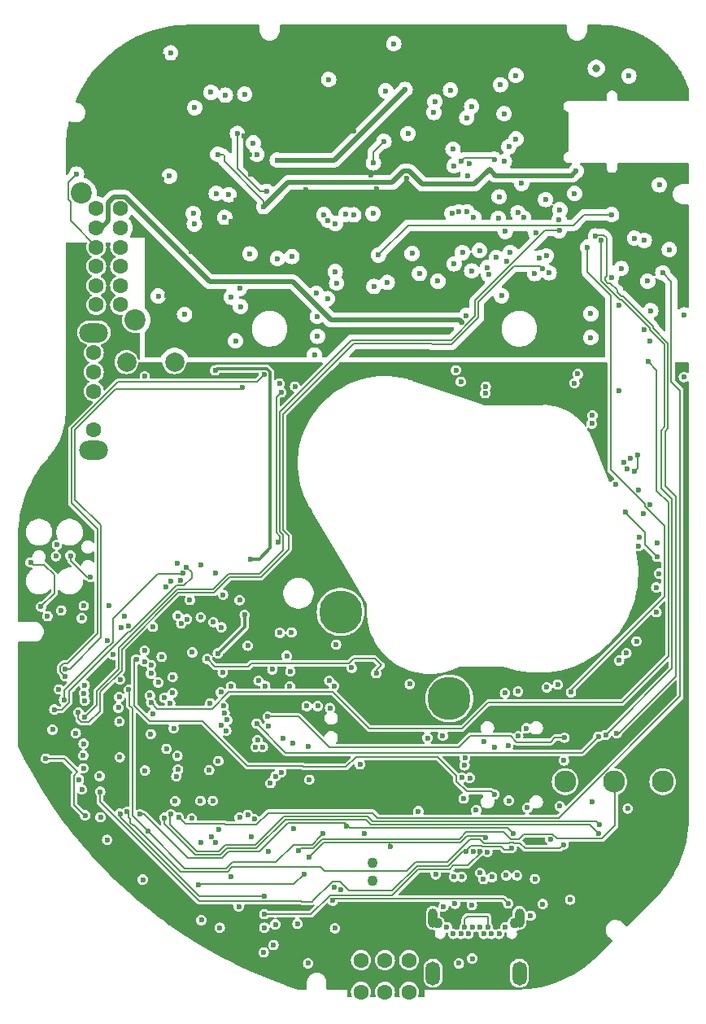
<source format=gbr>
G04 #@! TF.GenerationSoftware,KiCad,Pcbnew,8.0.8+dfsg-1*
G04 #@! TF.CreationDate,2025-03-16T16:58:15-04:00*
G04 #@! TF.ProjectId,RUST_Motherboard,52555354-5f4d-46f7-9468-6572626f6172,rev?*
G04 #@! TF.SameCoordinates,Original*
G04 #@! TF.FileFunction,Copper,L2,Inr*
G04 #@! TF.FilePolarity,Positive*
%FSLAX46Y46*%
G04 Gerber Fmt 4.6, Leading zero omitted, Abs format (unit mm)*
G04 Created by KiCad (PCBNEW 8.0.8+dfsg-1) date 2025-03-16 16:58:15*
%MOMM*%
%LPD*%
G01*
G04 APERTURE LIST*
G04 #@! TA.AperFunction,ComponentPad*
%ADD10C,2.300000*%
G04 #@! TD*
G04 #@! TA.AperFunction,ComponentPad*
%ADD11C,1.600000*%
G04 #@! TD*
G04 #@! TA.AperFunction,ComponentPad*
%ADD12C,0.600000*%
G04 #@! TD*
G04 #@! TA.AperFunction,ComponentPad*
%ADD13O,1.000000X2.000000*%
G04 #@! TD*
G04 #@! TA.AperFunction,ComponentPad*
%ADD14O,1.500000X2.500000*%
G04 #@! TD*
G04 #@! TA.AperFunction,ComponentPad*
%ADD15C,1.100000*%
G04 #@! TD*
G04 #@! TA.AperFunction,ComponentPad*
%ADD16C,2.000000*%
G04 #@! TD*
G04 #@! TA.AperFunction,ComponentPad*
%ADD17O,3.000000X2.000000*%
G04 #@! TD*
G04 #@! TA.AperFunction,ComponentPad*
%ADD18C,2.200000*%
G04 #@! TD*
G04 #@! TA.AperFunction,ComponentPad*
%ADD19C,4.500000*%
G04 #@! TD*
G04 #@! TA.AperFunction,ViaPad*
%ADD20C,0.600000*%
G04 #@! TD*
G04 #@! TA.AperFunction,ViaPad*
%ADD21C,0.800000*%
G04 #@! TD*
G04 #@! TA.AperFunction,Conductor*
%ADD22C,0.200000*%
G04 #@! TD*
G04 #@! TA.AperFunction,Conductor*
%ADD23C,0.350000*%
G04 #@! TD*
G04 #@! TA.AperFunction,Conductor*
%ADD24C,0.500000*%
G04 #@! TD*
G04 #@! TA.AperFunction,Conductor*
%ADD25C,0.180000*%
G04 #@! TD*
G04 APERTURE END LIST*
D10*
X178930000Y-133100000D03*
X173850000Y-133100000D03*
X168770000Y-133100000D03*
D11*
X147510000Y-154972500D03*
X150010000Y-154972500D03*
X152510000Y-154972500D03*
X147510000Y-151672500D03*
X150010000Y-151672500D03*
X152510000Y-151672500D03*
D12*
X162550000Y-148230000D03*
X161900000Y-148930000D03*
X161100000Y-148930000D03*
X160700000Y-148230000D03*
X160300000Y-148930000D03*
X159900000Y-148230000D03*
X159100000Y-148230000D03*
X158700000Y-148930000D03*
X158300000Y-148230000D03*
X157900000Y-148930000D03*
X157100000Y-148930000D03*
X156450000Y-148230000D03*
D13*
X155000000Y-147280000D03*
D14*
X155000000Y-153030000D03*
D15*
X155450000Y-147830000D03*
X163550000Y-147830000D03*
D13*
X164000000Y-147280000D03*
D14*
X164000000Y-153030000D03*
D16*
X128100000Y-89460000D03*
X123100000Y-89460000D03*
D15*
X148700000Y-141550000D03*
X148700000Y-143450000D03*
D17*
X119700000Y-98600000D03*
X119700000Y-86400000D03*
D11*
X119700000Y-96500000D03*
X119700000Y-92500000D03*
X119700000Y-90500000D03*
X119700000Y-88500000D03*
D18*
X118400000Y-71900000D03*
X124000000Y-85100000D03*
D11*
X119950000Y-73500000D03*
X119950000Y-75500000D03*
X119950000Y-77500000D03*
X119950000Y-79500000D03*
X119950000Y-81500000D03*
X119950000Y-83500000D03*
X122450000Y-73500000D03*
X122450000Y-75500000D03*
X122450000Y-77500000D03*
X122450000Y-79500000D03*
X122450000Y-81500000D03*
X122450000Y-83500000D03*
D19*
X156700000Y-124450000D03*
X145400000Y-115450000D03*
D20*
X118800000Y-136600000D03*
X116300000Y-115300000D03*
X114700000Y-130700000D03*
X181179011Y-84552065D03*
X160350000Y-128950000D03*
X117813864Y-128068089D03*
X126761642Y-120124531D03*
X160682080Y-79618887D03*
X165591939Y-80264500D03*
X140100000Y-123190500D03*
X127270000Y-129690000D03*
X146550612Y-121251713D03*
X144300000Y-125450000D03*
X169282949Y-145374500D03*
X138616501Y-132550022D03*
X166424001Y-145825000D03*
X124800000Y-143300000D03*
X139060000Y-117610000D03*
X135725500Y-118950000D03*
X157400000Y-90300000D03*
X157194989Y-69043714D03*
X163650000Y-66250000D03*
X127574936Y-70119523D03*
X140900000Y-147900000D03*
X158200000Y-134860000D03*
X134000000Y-143000000D03*
X158330000Y-130650000D03*
X142122279Y-132900000D03*
X122340250Y-124308774D03*
X158477511Y-84630652D03*
X118745693Y-124656497D03*
X127700003Y-57299997D03*
X130874260Y-110599502D03*
X159250000Y-74425000D03*
X133150000Y-113675000D03*
X128400002Y-110400001D03*
X159030111Y-79980111D03*
X126403025Y-82596975D03*
X118650000Y-114800000D03*
X173587195Y-80693617D03*
X129150000Y-84500000D03*
X119350000Y-111810000D03*
X166851029Y-123282469D03*
X118641966Y-129152356D03*
X144716820Y-123141028D03*
X117275000Y-109600000D03*
X124973324Y-120599000D03*
X162625000Y-142850000D03*
X136849500Y-122600500D03*
X157200000Y-143000000D03*
X156100000Y-146100000D03*
X137450010Y-148300000D03*
X127200000Y-112850000D03*
X159499020Y-136050000D03*
X128400000Y-110400000D03*
X181122243Y-91014065D03*
X129895340Y-136921118D03*
X129949500Y-119650000D03*
X125643008Y-121849880D03*
X179600000Y-77750000D03*
X132400000Y-111400500D03*
X137296779Y-129505989D03*
X159050000Y-145950000D03*
X171425000Y-86900000D03*
X159850000Y-77850000D03*
X165700000Y-75975000D03*
X171437642Y-84437376D03*
X144800000Y-148350000D03*
X145428351Y-144368734D03*
X163360000Y-138540000D03*
X118457058Y-133914514D03*
X113122343Y-110293032D03*
X146000000Y-137700000D03*
X162824399Y-129372918D03*
X114200000Y-114899996D03*
X124500000Y-136500000D03*
X123350500Y-123550000D03*
X158833958Y-132710879D03*
X115860000Y-108460000D03*
X143537863Y-138520999D03*
X125307886Y-138244710D03*
X127890000Y-123860000D03*
X162500000Y-123875000D03*
X114883338Y-115897623D03*
X147400000Y-131300000D03*
X118150000Y-132900000D03*
X128400000Y-130400000D03*
X158284154Y-131398099D03*
X129357430Y-110803789D03*
X115600000Y-125600000D03*
X155521196Y-81050500D03*
D21*
X172000000Y-58900500D03*
D20*
X158016468Y-132670500D03*
X168650000Y-130900500D03*
X129700000Y-114200000D03*
X144750000Y-144050000D03*
X167100000Y-80175989D03*
X128450000Y-115850000D03*
X177600500Y-104256581D03*
X174378862Y-120493677D03*
X118450000Y-116100000D03*
X177600000Y-87300000D03*
X150930000Y-56350000D03*
X127705378Y-112244622D03*
X144917713Y-118850011D03*
X134881641Y-81803134D03*
X178525000Y-111450000D03*
X142000000Y-152000000D03*
X161445041Y-129517929D03*
X135400000Y-61600000D03*
X152590000Y-122950000D03*
X141850000Y-125239500D03*
X178350500Y-108263411D03*
X128470084Y-131820051D03*
X133400000Y-61700000D03*
X115754055Y-109644213D03*
X140155200Y-121634800D03*
X127904763Y-122229298D03*
X178272695Y-115475989D03*
X131900000Y-61400000D03*
X138081782Y-133256773D03*
X139780000Y-120010000D03*
X130900000Y-147500000D03*
X138400000Y-150100000D03*
X118598468Y-130376300D03*
X164225000Y-70875000D03*
X137894061Y-140318967D03*
X128020000Y-127540000D03*
X144013452Y-82866548D03*
X137450010Y-146885986D03*
X165169554Y-147042081D03*
X162149044Y-82563288D03*
X159920751Y-140340978D03*
X163850000Y-73925000D03*
X157198812Y-79249130D03*
X145000000Y-127500000D03*
X136850000Y-124450000D03*
X127979037Y-131253812D03*
X168022838Y-129235339D03*
X164850012Y-139430015D03*
X159721655Y-131905457D03*
X151546582Y-126271498D03*
X124987893Y-127564330D03*
X165325000Y-145900000D03*
X126066488Y-136643599D03*
X119000000Y-117900000D03*
X122600989Y-127600000D03*
X117425999Y-127226919D03*
X132338159Y-90324500D03*
X135403513Y-115739500D03*
X133992878Y-82707122D03*
X136000000Y-109949500D03*
X132619368Y-119759332D03*
X148550000Y-70000000D03*
X129800000Y-78000000D03*
X127300000Y-64100000D03*
X129200000Y-60600000D03*
X152248765Y-70308265D03*
X126750000Y-70400000D03*
X127000000Y-67100002D03*
X119600000Y-67900000D03*
X125300000Y-67150000D03*
X139400000Y-64300000D03*
X149170000Y-80210000D03*
X125300000Y-68250000D03*
X157800000Y-88500000D03*
X179300000Y-59900000D03*
X123900000Y-63700000D03*
X122850000Y-64550000D03*
X129100000Y-62450000D03*
X119900000Y-68750000D03*
X156380000Y-63880000D03*
X129500000Y-72500000D03*
X153900000Y-73849989D03*
X127300000Y-71150000D03*
X141731444Y-71501444D03*
X119850000Y-66200000D03*
X125500000Y-71800000D03*
X123700000Y-62250000D03*
X132500000Y-64500000D03*
X125150000Y-66200000D03*
X123550000Y-60300000D03*
X123350000Y-70100000D03*
X122000000Y-64650000D03*
X124800000Y-64000000D03*
X146800000Y-65400000D03*
X126349997Y-66649997D03*
X127800000Y-65600000D03*
X125700000Y-65200000D03*
X135890599Y-67864015D03*
X127900000Y-71950000D03*
X124900000Y-57850000D03*
X126250000Y-69750000D03*
X128100000Y-64100000D03*
X141406185Y-78418322D03*
X122400000Y-70350000D03*
X119800000Y-67050000D03*
X129092582Y-59600011D03*
X129200000Y-61550000D03*
X132500000Y-65750000D03*
X135360000Y-65920000D03*
X125550000Y-69150000D03*
X129050000Y-58700000D03*
X127300000Y-64900000D03*
X136990000Y-78120000D03*
X123600000Y-61250000D03*
X128600000Y-65900000D03*
X133952047Y-74810500D03*
X126850000Y-57650000D03*
X128700000Y-67500000D03*
X143500000Y-67500000D03*
X125500000Y-64400000D03*
X124200000Y-70500000D03*
X150001485Y-74401485D03*
X121500000Y-70250000D03*
X128800000Y-63600000D03*
X125900000Y-66000000D03*
X129500000Y-67500000D03*
X156150000Y-76250000D03*
X136000000Y-69900000D03*
X136800000Y-61000000D03*
X128550000Y-72300000D03*
X126950000Y-73350000D03*
X121150000Y-65000000D03*
X120500000Y-65550000D03*
X134489882Y-72612770D03*
X120777856Y-69534553D03*
X135218913Y-74810500D03*
X128450000Y-57950000D03*
X140706018Y-72298907D03*
X124206000Y-58420000D03*
X149138556Y-71474500D03*
X136170000Y-65450000D03*
X127800000Y-67400000D03*
X124500000Y-65600000D03*
X134250000Y-64250000D03*
X129500000Y-65900000D03*
X123800000Y-65100000D03*
X124900000Y-71100000D03*
X127300000Y-82500000D03*
X125900000Y-57750000D03*
X173650000Y-58200000D03*
X126200000Y-72600000D03*
X132600000Y-67850498D03*
X137400000Y-73300000D03*
X169900000Y-69600000D03*
X135750000Y-136550002D03*
X160797263Y-80359486D03*
X168125000Y-74675999D03*
X136400000Y-137000000D03*
X137378476Y-150856308D03*
X132800000Y-148300000D03*
X134875000Y-136825000D03*
X174600000Y-79725000D03*
X124126110Y-120410332D03*
X161400500Y-134437862D03*
X128750000Y-112160989D03*
X175530199Y-99449500D03*
X176199992Y-118499992D03*
X178350500Y-109720100D03*
X175025000Y-105075000D03*
X140456670Y-137969779D03*
X158000000Y-143000000D03*
X138280000Y-121420000D03*
X163875500Y-128375512D03*
X133582115Y-126682259D03*
X122360000Y-126840000D03*
X125840000Y-126059500D03*
X133316512Y-125981396D03*
X176425000Y-108575000D03*
X176880378Y-105244622D03*
X175148391Y-119724147D03*
X171531031Y-95850551D03*
X174010435Y-102197674D03*
X176475000Y-107650000D03*
X177000500Y-76800000D03*
X176400000Y-102800000D03*
X121300000Y-114800000D03*
X117900000Y-69900000D03*
X139212897Y-92612967D03*
X138889500Y-108150000D03*
X142122279Y-140930649D03*
X160520999Y-138924500D03*
X121100000Y-118400000D03*
X148760000Y-74010000D03*
X126416867Y-122778798D03*
X150600000Y-139850000D03*
X133120000Y-121750000D03*
X132127751Y-116499500D03*
X156030000Y-128330000D03*
X131512068Y-120334751D03*
X149095378Y-121814622D03*
X178249500Y-112900000D03*
X168150000Y-75789500D03*
X118769375Y-126385500D03*
X172210082Y-138488090D03*
X127050000Y-136850000D03*
X162836444Y-145780989D03*
X144562098Y-145467734D03*
X178925000Y-80175000D03*
X128525000Y-136800000D03*
X171592212Y-135184899D03*
X163750000Y-142850000D03*
X174350000Y-83525000D03*
X128300000Y-132550000D03*
X125674711Y-124876525D03*
X177400000Y-89400000D03*
X165625806Y-143223694D03*
X172225000Y-128400000D03*
X136653901Y-127049500D03*
X175288211Y-135894238D03*
X147900000Y-138520999D03*
X155300000Y-142750500D03*
X125850000Y-117000000D03*
X125672241Y-120957022D03*
X168569806Y-139669806D03*
X123150500Y-136238774D03*
X128800000Y-116650000D03*
X162400000Y-63625000D03*
X122425291Y-136428050D03*
X137450010Y-144999979D03*
X120361717Y-134146580D03*
X158422103Y-140349247D03*
X163200000Y-140000000D03*
X130200000Y-63000000D03*
X129399602Y-116200298D03*
X121099243Y-139157793D03*
X120300000Y-132525000D03*
X130831066Y-115991822D03*
X141023279Y-140300000D03*
X131700000Y-131900000D03*
X142980000Y-84720000D03*
X136545458Y-129505989D03*
X134870000Y-114210000D03*
X133487973Y-127800004D03*
X144825500Y-80045512D03*
X132938473Y-127262533D03*
X144980000Y-81240000D03*
X131800000Y-124930000D03*
X163860000Y-123710000D03*
X144210549Y-122588360D03*
X154440000Y-128550000D03*
X132980000Y-117049000D03*
X140280000Y-117580000D03*
X124982444Y-119472261D03*
X137413676Y-90749432D03*
X116718845Y-122152957D03*
X116725500Y-121382500D03*
X135197098Y-92127402D03*
X159023533Y-62870000D03*
X162900000Y-135075000D03*
X177350000Y-81050000D03*
X167215339Y-139097630D03*
X174150000Y-128050000D03*
X171919045Y-76344317D03*
X173000000Y-128247863D03*
X172530000Y-76780000D03*
X164825663Y-135831139D03*
X169375000Y-123799500D03*
X171105271Y-77515469D03*
X160260719Y-143242631D03*
X159903252Y-142576141D03*
X161158188Y-143023512D03*
X160666444Y-140416444D03*
X137850000Y-127325000D03*
X177000000Y-86125000D03*
X172312635Y-137550095D03*
X127716214Y-136506618D03*
X116061170Y-123492234D03*
X175200000Y-100600000D03*
X128175000Y-135125000D03*
X176000000Y-76575000D03*
X177683236Y-84116764D03*
X122561920Y-117115329D03*
X174915728Y-99878662D03*
X171600000Y-95000000D03*
X178575000Y-71025000D03*
X176300000Y-99100000D03*
X176000000Y-100800000D03*
X168689210Y-128519318D03*
X137799440Y-126340560D03*
X130800000Y-135099502D03*
X174400000Y-92400000D03*
X157900000Y-91500000D03*
X170075000Y-90700000D03*
X160440000Y-92690000D03*
X158075000Y-78075000D03*
X169725000Y-91650000D03*
X160500000Y-92000000D03*
X158010516Y-85310516D03*
X157400000Y-85100000D03*
X168000000Y-123000000D03*
X164725000Y-127550000D03*
X139223613Y-132110512D03*
X132650498Y-130949500D03*
X166425000Y-79725000D03*
X118100000Y-125925000D03*
X140646555Y-92006555D03*
X136749255Y-128784727D03*
X134449502Y-87250385D03*
X118751574Y-123051574D03*
X125000000Y-90950500D03*
X157090619Y-67312351D03*
X168200000Y-135650000D03*
X161375000Y-68375000D03*
X135960500Y-78200000D03*
X149900000Y-66500000D03*
X148800000Y-68750500D03*
X166725000Y-72550000D03*
X157957845Y-68546003D03*
X157300000Y-145799499D03*
X122435500Y-122480632D03*
X134967878Y-83682122D03*
X125630775Y-128149225D03*
X122400000Y-130549500D03*
X118624056Y-131703277D03*
X123287462Y-116925236D03*
X127040000Y-124370000D03*
X122900000Y-115850000D03*
X133210000Y-125239500D03*
X122260000Y-125409500D03*
X139025261Y-91682978D03*
X125017385Y-131952356D03*
X155200000Y-62369500D03*
X175400000Y-59700000D03*
X133760000Y-72050000D03*
X163640000Y-59650000D03*
X162032208Y-60609500D03*
X136303556Y-66679500D03*
X130170000Y-75110000D03*
X162900000Y-67050000D03*
X162430000Y-68580000D03*
X133323518Y-74402204D03*
X130050000Y-74010000D03*
X168210000Y-73620000D03*
X169747963Y-71924500D03*
X132450000Y-71930000D03*
X158761782Y-68838218D03*
X161900000Y-72275000D03*
X158550000Y-73825000D03*
X164420000Y-74430000D03*
X138825000Y-78700000D03*
X140325000Y-78475000D03*
X143641906Y-74121866D03*
X144080000Y-74730000D03*
X144849499Y-75050501D03*
X145940000Y-74090000D03*
X146760000Y-74150000D03*
X120400000Y-136800000D03*
X132739257Y-138075000D03*
X136100000Y-138799988D03*
X132100000Y-135100016D03*
X121710331Y-119894149D03*
X127646689Y-124958776D03*
X153600000Y-80250000D03*
X142660000Y-88720000D03*
X150250000Y-81175000D03*
X148850000Y-81597112D03*
X142980000Y-86780000D03*
X166798580Y-78412573D03*
X162699993Y-78969764D03*
X166079278Y-78623191D03*
X156980000Y-74010000D03*
X152400000Y-65700000D03*
X155100000Y-63500000D03*
X157708958Y-73835717D03*
X163040005Y-78056896D03*
X161616598Y-78593479D03*
X116600000Y-124600000D03*
X128967063Y-111443607D03*
X115400000Y-127700000D03*
X134800000Y-146100000D03*
X159100000Y-151500000D03*
X138600000Y-147950000D03*
X157700000Y-152000000D03*
X161800000Y-74500000D03*
X162525000Y-75875000D03*
X137700000Y-71700000D03*
X134649637Y-65680966D03*
X144156444Y-60056444D03*
X158519404Y-64037626D03*
X156830000Y-61170500D03*
X150100000Y-61250000D03*
X152834584Y-78171409D03*
X158650000Y-70050000D03*
X130809699Y-139411025D03*
X139381045Y-128555860D03*
X132934885Y-123795114D03*
X125538514Y-124139500D03*
X118669370Y-123910890D03*
X133980000Y-123190500D03*
X153480000Y-136170000D03*
X159171514Y-140360932D03*
X140440000Y-129100000D03*
X131913682Y-138840539D03*
X143000000Y-125239500D03*
X132331350Y-139463479D03*
X142042969Y-129460500D03*
X130600000Y-143800000D03*
X141572779Y-142725149D03*
X152100000Y-61100000D03*
X138800000Y-68450500D03*
X142850000Y-82300000D03*
X136670000Y-67850498D03*
X137540000Y-123150000D03*
X149325000Y-78325000D03*
X173600000Y-74125000D03*
D22*
X116600000Y-130700000D02*
X114700000Y-130700000D01*
X117600489Y-132499511D02*
X118000000Y-132100000D01*
X118000000Y-132100000D02*
X116600000Y-130700000D01*
X118700000Y-136600000D02*
X117600489Y-135500489D01*
X118800000Y-136600000D02*
X118700000Y-136600000D01*
X117600489Y-135500489D02*
X117600489Y-132499511D01*
X118962132Y-111810000D02*
X119350000Y-111810000D01*
X117275000Y-110122868D02*
X118962132Y-111810000D01*
X117275000Y-109600000D02*
X117275000Y-110122868D01*
X133693783Y-140400031D02*
X133030292Y-141063522D01*
X113374332Y-110545021D02*
X114545021Y-110545021D01*
X145800000Y-137400000D02*
X139904184Y-137400000D01*
X139904184Y-137400000D02*
X136904153Y-140400031D01*
X145800000Y-137400000D02*
X145800000Y-137500000D01*
X115600000Y-113499996D02*
X114200000Y-114899996D01*
X145800000Y-137500000D02*
X146000000Y-137700000D01*
X136904153Y-140400031D02*
X133693783Y-140400031D01*
X129487786Y-141063522D02*
X124924264Y-136500000D01*
X146330000Y-137930000D02*
X162750000Y-137930000D01*
X115600000Y-111600000D02*
X115600000Y-113499996D01*
X162750000Y-137930000D02*
X163360000Y-138540000D01*
X145800000Y-137400000D02*
X146330000Y-137930000D01*
X114545021Y-110545021D02*
X115600000Y-111600000D01*
X124924264Y-136500000D02*
X124500000Y-136500000D01*
X113122343Y-110293032D02*
X113374332Y-110545021D01*
X133030292Y-141063522D02*
X129487786Y-141063522D01*
X143283392Y-138775470D02*
X143537863Y-138520999D01*
X133461581Y-142117203D02*
X134128721Y-141450063D01*
X140458994Y-139649998D02*
X142414391Y-139649998D01*
X143283392Y-138780998D02*
X143283392Y-138775470D01*
X123700000Y-125474270D02*
X123400000Y-125174270D01*
X123700000Y-136636824D02*
X123700000Y-125474270D01*
X142414391Y-139649998D02*
X143283392Y-138780998D01*
X125307886Y-138244710D02*
X129180379Y-142117203D01*
X138658929Y-141450063D02*
X140458994Y-139649998D01*
X129180379Y-142117203D02*
X133461581Y-142117203D01*
X123400000Y-125174270D02*
X123400000Y-123599500D01*
X134128721Y-141450063D02*
X138658929Y-141450063D01*
X125307886Y-138244710D02*
X123700000Y-136636824D01*
X123400000Y-123599500D02*
X123350500Y-123550000D01*
X129899999Y-111877128D02*
X129899999Y-111346358D01*
X115600000Y-125600000D02*
X116377127Y-125600000D01*
X129066638Y-112710489D02*
X129899999Y-111877128D01*
X128279320Y-112710489D02*
X129066638Y-112710489D01*
X117149511Y-123650489D02*
X123325264Y-117474736D01*
X123325264Y-117474736D02*
X123515073Y-117474736D01*
X129899999Y-111346358D02*
X129357430Y-110803789D01*
X117149511Y-124827616D02*
X117149511Y-123650489D01*
X116377127Y-125600000D02*
X117149511Y-124827616D01*
X123515073Y-117474736D02*
X128279320Y-112710489D01*
X142311099Y-146885986D02*
X144278851Y-144918234D01*
X157128625Y-141831292D02*
X158594770Y-141831292D01*
X144278851Y-144918234D02*
X146215736Y-144918234D01*
X146233981Y-144899989D02*
X150780178Y-144899989D01*
X150780178Y-144899989D02*
X153480134Y-142200033D01*
X156759884Y-142200033D02*
X157128625Y-141831292D01*
X146215736Y-144918234D02*
X146233981Y-144899989D01*
X137450010Y-146885986D02*
X142311099Y-146885986D01*
X158594770Y-141831292D02*
X160100000Y-140326062D01*
X153480134Y-142200033D02*
X156759884Y-142200033D01*
D23*
X132619368Y-119759332D02*
X132655131Y-119759332D01*
X132338159Y-90324500D02*
X132537728Y-90124931D01*
X138038177Y-108813265D02*
X136901942Y-109949500D01*
X137672354Y-90124931D02*
X138038177Y-90490754D01*
X132537728Y-90124931D02*
X137672354Y-90124931D01*
X132655131Y-119759332D02*
X135403513Y-117010950D01*
X135403513Y-117010950D02*
X135403513Y-115739500D01*
X138038177Y-90490754D02*
X138038177Y-108813265D01*
X136901942Y-109949500D02*
X136000000Y-109949500D01*
D24*
X151949021Y-69598764D02*
X150772785Y-70775000D01*
X160875000Y-69425000D02*
X159325000Y-70975000D01*
X161499501Y-70049501D02*
X160875000Y-69425000D01*
D22*
X133300000Y-68600000D02*
X137400000Y-72700000D01*
D24*
X153904745Y-70975000D02*
X152528509Y-69598764D01*
D22*
X133300000Y-68000000D02*
X133150498Y-67850498D01*
D24*
X150772785Y-70775000D02*
X139925000Y-70775000D01*
D22*
X133150498Y-67850498D02*
X132600000Y-67850498D01*
D24*
X169900000Y-69600000D02*
X169450499Y-70049501D01*
X152528509Y-69598764D02*
X151949021Y-69598764D01*
D22*
X137400000Y-73300000D02*
X137400000Y-72700000D01*
D24*
X159325000Y-70975000D02*
X153904745Y-70975000D01*
X169450499Y-70049501D02*
X161499501Y-70049501D01*
D22*
X133300000Y-68600000D02*
X133300000Y-68000000D01*
D24*
X139925000Y-70775000D02*
X137400000Y-73300000D01*
D22*
X158600000Y-147100000D02*
X158300000Y-147400000D01*
X160700000Y-147100000D02*
X158600000Y-147100000D01*
X158300000Y-147400000D02*
X158300000Y-148200000D01*
X160700000Y-148225000D02*
X160700000Y-147100000D01*
X157456887Y-133069622D02*
X157456887Y-132500011D01*
X145954226Y-131550041D02*
X141526079Y-131550041D01*
X158510887Y-134123622D02*
X157456887Y-133069622D01*
X141526079Y-131550041D02*
X141462026Y-131485988D01*
X131038879Y-126820000D02*
X125540000Y-126820000D01*
X157456887Y-132500011D02*
X155456876Y-130500000D01*
X123995778Y-120280000D02*
X124126110Y-120410332D01*
X161400500Y-134437862D02*
X161086260Y-134123622D01*
X155456876Y-130500000D02*
X147004267Y-130500000D01*
X135704867Y-131485988D02*
X131038879Y-126820000D01*
X141462026Y-131485988D02*
X135704867Y-131485988D01*
X147004267Y-130500000D02*
X145954226Y-131550041D01*
X123900000Y-120280000D02*
X123995778Y-120280000D01*
X125540000Y-126820000D02*
X123900000Y-125180000D01*
X123900000Y-125180000D02*
X123900000Y-120280000D01*
X161086260Y-134123622D02*
X158510887Y-134123622D01*
X177075000Y-108444600D02*
X177075000Y-107200000D01*
X177075000Y-107200000D02*
X175025000Y-105150000D01*
X178350500Y-109720100D02*
X177075000Y-108444600D01*
X175025000Y-105150000D02*
X175025000Y-105075000D01*
X117300000Y-74750000D02*
X117300000Y-72798002D01*
X117049999Y-72548001D02*
X117049999Y-71251999D01*
X120050000Y-77500000D02*
X117300000Y-74750000D01*
X117075000Y-71226998D02*
X117075000Y-70725000D01*
X117300000Y-72798002D02*
X117049999Y-72548001D01*
X117075000Y-70725000D02*
X117900000Y-69900000D01*
X117049999Y-71251999D02*
X117075000Y-71226998D01*
X160316499Y-138720000D02*
X160520999Y-138924500D01*
X157874990Y-139420000D02*
X158574990Y-138720000D01*
X138705978Y-93119886D02*
X138705979Y-107202119D01*
X158574990Y-138720000D02*
X160316499Y-138720000D01*
X142122279Y-140930649D02*
X143632928Y-139420000D01*
X150520000Y-139770000D02*
X150600000Y-139850000D01*
X139060489Y-107556629D02*
X139060489Y-107979011D01*
X150520000Y-139420000D02*
X150520000Y-139770000D01*
X139212897Y-92612967D02*
X138705978Y-93119886D01*
X143632928Y-139420000D02*
X150520000Y-139420000D01*
X150520000Y-139420000D02*
X157874990Y-139420000D01*
X138705979Y-107202119D02*
X139060489Y-107556629D01*
X139060489Y-107979011D02*
X138889500Y-108150000D01*
X136130000Y-120770000D02*
X146286220Y-120770000D01*
X149095378Y-121504622D02*
X149095378Y-121814622D01*
X131512068Y-120334751D02*
X132308786Y-121131469D01*
X149624999Y-120975001D02*
X149095378Y-121504622D01*
X148929997Y-120279999D02*
X149624999Y-120975001D01*
X132308786Y-121131469D02*
X135768531Y-121131469D01*
X146776221Y-120279999D02*
X148929997Y-120279999D01*
X135768531Y-121131469D02*
X136130000Y-120770000D01*
X146286220Y-120770000D02*
X146776221Y-120279999D01*
D25*
X122270489Y-121404511D02*
X120020489Y-123654511D01*
X139045490Y-107061488D02*
X139429000Y-107444998D01*
X159395489Y-84688513D02*
X156934002Y-87150000D01*
X168150000Y-75789500D02*
X166669502Y-75789500D01*
X146550000Y-87150000D02*
X139045490Y-94654510D01*
X120020489Y-125134386D02*
X118769375Y-126385500D01*
X159395489Y-83063513D02*
X159395489Y-84688513D01*
X132088512Y-113120490D02*
X128349446Y-113120490D01*
X136938512Y-111495490D02*
X133713512Y-111495490D01*
X166669502Y-75789500D02*
X159395489Y-83063513D01*
X139429000Y-107444998D02*
X139429000Y-109005002D01*
X122270489Y-119199447D02*
X122270489Y-121404511D01*
X133713512Y-111495490D02*
X132088512Y-113120490D01*
X139429000Y-109005002D02*
X136938512Y-111495490D01*
X139045490Y-94654510D02*
X139045490Y-107061488D01*
X128349446Y-113120490D02*
X122270489Y-119199447D01*
X156934002Y-87150000D02*
X146550000Y-87150000D01*
X120020489Y-123654511D02*
X120020489Y-125134386D01*
D22*
X148030091Y-137050000D02*
X139640616Y-137050000D01*
X139640616Y-137050000D02*
X136640596Y-140050020D01*
X133548804Y-140050020D02*
X132885313Y-140713511D01*
X171302491Y-137580499D02*
X148560590Y-137580499D01*
X132885313Y-140713511D02*
X130257043Y-140713511D01*
X148560590Y-137580499D02*
X148030091Y-137050000D01*
X130257043Y-140713511D02*
X127050000Y-137506468D01*
X172210082Y-138488090D02*
X171302491Y-137580499D01*
X136640596Y-140050020D02*
X133548804Y-140050020D01*
X127050000Y-137506468D02*
X127050000Y-136850000D01*
X162305454Y-145249999D02*
X146378266Y-145249999D01*
X162836444Y-145780989D02*
X162305454Y-145249999D01*
X144762078Y-145267754D02*
X144562098Y-145467734D01*
X146378266Y-145249999D02*
X146360511Y-145267754D01*
X146360511Y-145267754D02*
X144762078Y-145267754D01*
X137837127Y-136340000D02*
X148750000Y-136340000D01*
X148750000Y-136340000D02*
X149260000Y-136850000D01*
X149260000Y-136850000D02*
X168120791Y-136850000D01*
X179825499Y-81075499D02*
X178925000Y-80175000D01*
X133350000Y-137475000D02*
X133424511Y-137549511D01*
X180750000Y-92402113D02*
X179825499Y-91477612D01*
X179825499Y-91477612D02*
X179825499Y-81075499D01*
X133424511Y-137549511D02*
X136627616Y-137549511D01*
X129200000Y-137475000D02*
X133350000Y-137475000D01*
X168120791Y-136850000D02*
X180750000Y-124220791D01*
X128525000Y-136800000D02*
X129200000Y-137475000D01*
X136627616Y-137549511D02*
X137837127Y-136340000D01*
X180750000Y-124220791D02*
X180750000Y-92402113D01*
X126306462Y-125508276D02*
X125674711Y-124876525D01*
X158025000Y-127600000D02*
X148405407Y-127600000D01*
X179558365Y-120016635D02*
X174689001Y-124885999D01*
X178300000Y-102822373D02*
X179558365Y-104080738D01*
X133767111Y-123740000D02*
X131998835Y-125508276D01*
X179558365Y-104080738D02*
X179558365Y-120016635D01*
X144545407Y-123740000D02*
X133767111Y-123740000D01*
X178300000Y-90300000D02*
X178300000Y-102822373D01*
X160739001Y-124885999D02*
X158025000Y-127600000D01*
X174689001Y-124885999D02*
X160739001Y-124885999D01*
X148405407Y-127600000D02*
X144545407Y-123740000D01*
X131998835Y-125508276D02*
X126306462Y-125508276D01*
X177400000Y-89400000D02*
X178300000Y-90300000D01*
X170544328Y-130080672D02*
X139685073Y-130080672D01*
X139685073Y-130080672D02*
X136653901Y-127049500D01*
X172225000Y-128400000D02*
X170544328Y-130080672D01*
X123512229Y-137372998D02*
X123798229Y-137658998D01*
X163451111Y-139474000D02*
X164054000Y-139474000D01*
X160293388Y-139474000D02*
X162948889Y-139474000D01*
X159971499Y-139128111D02*
X159971499Y-139152111D01*
X158519937Y-139450000D02*
X158560000Y-139450000D01*
X164054000Y-139474000D02*
X164628025Y-140048025D01*
X143278658Y-141988658D02*
X143700000Y-142410000D01*
X168191587Y-140048025D02*
X168569806Y-139669806D01*
X143700000Y-142410000D02*
X152281576Y-142410000D01*
X128716391Y-142467219D02*
X133606555Y-142467219D01*
X153211426Y-141480149D02*
X156489788Y-141480149D01*
X164628025Y-140048025D02*
X168191587Y-140048025D01*
X158881889Y-139128111D02*
X159971499Y-139128111D01*
X156489788Y-141480149D02*
X158519937Y-139450000D01*
X158560000Y-139450000D02*
X158881889Y-139128111D01*
X123512229Y-136943337D02*
X123512229Y-137372998D01*
X152281576Y-142410000D02*
X153211426Y-141480149D01*
X162972389Y-139450500D02*
X163427611Y-139450500D01*
X123150500Y-136238774D02*
X123350489Y-136438763D01*
X159971499Y-139152111D02*
X160293388Y-139474000D01*
X123908170Y-137658998D02*
X128716391Y-142467219D01*
X162948889Y-139474000D02*
X162972389Y-139450500D01*
X133606555Y-142467219D02*
X134085116Y-141988658D01*
X123350489Y-136781596D02*
X123512229Y-136943337D01*
X134085116Y-141988658D02*
X143278658Y-141988658D01*
X163427611Y-139450500D02*
X163451111Y-139474000D01*
X123350489Y-136438763D02*
X123350489Y-136781596D01*
X123798229Y-137658998D02*
X123908170Y-137658998D01*
X137450010Y-144999979D02*
X130644220Y-144999979D01*
X130644220Y-144999979D02*
X122425291Y-136781050D01*
X122425291Y-136781050D02*
X122425291Y-136428050D01*
X158422103Y-140317897D02*
X158422103Y-140349247D01*
X162390000Y-140160000D02*
X163040000Y-140160000D01*
X158115680Y-140349247D02*
X158422103Y-140349247D01*
X142470000Y-145570000D02*
X142470000Y-145552873D01*
X150735871Y-144450000D02*
X153335358Y-141850513D01*
X156614414Y-141850513D02*
X158115680Y-140349247D01*
X153335358Y-141850513D02*
X156614414Y-141850513D01*
X120361717Y-135212466D02*
X130699240Y-145549989D01*
X144522384Y-143500489D02*
X145337233Y-143500489D01*
X146286744Y-144450000D02*
X150735871Y-144450000D01*
X141386054Y-145570000D02*
X142470000Y-145570000D01*
X160790000Y-139850000D02*
X160763501Y-139823501D01*
X145337233Y-143500489D02*
X146286744Y-144450000D01*
X141366043Y-145549989D02*
X141386054Y-145570000D01*
X130699240Y-145549989D02*
X141366043Y-145549989D01*
X162080000Y-139850000D02*
X160790000Y-139850000D01*
X120361717Y-134146580D02*
X120361717Y-135212466D01*
X160115118Y-139790000D02*
X158950000Y-139790000D01*
X160763501Y-139823501D02*
X160148620Y-139823501D01*
X158950000Y-139790000D02*
X158422103Y-140317897D01*
X142470000Y-145552873D02*
X144522384Y-143500489D01*
X162390000Y-140160000D02*
X162080000Y-139850000D01*
X160148620Y-139823501D02*
X160115118Y-139790000D01*
X163040000Y-140160000D02*
X163200000Y-140000000D01*
X163914000Y-139100000D02*
X164467376Y-138546624D01*
X172592437Y-139038091D02*
X173950000Y-137680528D01*
X158449720Y-138351000D02*
X162341000Y-138351000D01*
X173950000Y-137680528D02*
X173950000Y-133250000D01*
X167932913Y-139038091D02*
X172592437Y-139038091D01*
X141272780Y-140050499D02*
X142508159Y-140050499D01*
X164467376Y-138546624D02*
X167441446Y-138546624D01*
X157730221Y-139070499D02*
X158449720Y-138351000D01*
X143488160Y-139070499D02*
X157730221Y-139070499D01*
X163090000Y-139100000D02*
X163914000Y-139100000D01*
X167441446Y-138546624D02*
X167932913Y-139038091D01*
X141023279Y-140300000D02*
X141272780Y-140050499D01*
X142508159Y-140050499D02*
X143488160Y-139070499D01*
X162341000Y-138351000D02*
X163090000Y-139100000D01*
X117400480Y-104150480D02*
X120099988Y-106849988D01*
X137413676Y-90749432D02*
X136663108Y-91500000D01*
X122250000Y-91500000D02*
X117400480Y-96349520D01*
X116952730Y-120832999D02*
X116497888Y-120832999D01*
X116175999Y-121154888D02*
X116175999Y-121610111D01*
X120099988Y-117685741D02*
X116952730Y-120832999D01*
X120099988Y-106849988D02*
X120099988Y-117685741D01*
X116175999Y-121610111D02*
X116718845Y-122152957D01*
X116497888Y-120832999D02*
X116175999Y-121154888D01*
X117400480Y-96349520D02*
X117400480Y-104150480D01*
X136663108Y-91500000D02*
X122250000Y-91500000D01*
X117750000Y-103750000D02*
X120449999Y-106449999D01*
X117750000Y-96497495D02*
X117750000Y-103750000D01*
X121947495Y-92300000D02*
X117750000Y-96497495D01*
X135197098Y-92127402D02*
X135024500Y-92300000D01*
X117199979Y-121382500D02*
X116725500Y-121382500D01*
X120449999Y-118132480D02*
X117199979Y-121382500D01*
X120449999Y-106449999D02*
X120449999Y-118132480D01*
X135024500Y-92300000D02*
X121947495Y-92300000D01*
X173207909Y-81229341D02*
X172910499Y-80931931D01*
X173079501Y-76552388D02*
X172757612Y-76230499D01*
X177899012Y-85920444D02*
X177899012Y-85752615D01*
X174604555Y-82625988D02*
X174196286Y-82217719D01*
X180257387Y-122117613D02*
X180257387Y-103457387D01*
X172032863Y-76230499D02*
X171919045Y-76344317D01*
X173464919Y-81229340D02*
X173207909Y-81229341D01*
X174150000Y-128050000D02*
X174325000Y-128050000D01*
X179157757Y-102357757D02*
X179157757Y-96657870D01*
X174325000Y-128050000D02*
X180257387Y-122117613D01*
X173079501Y-80483386D02*
X173079501Y-76552388D01*
X179466080Y-87487512D02*
X177899012Y-85920444D01*
X180257387Y-103457387D02*
X179157757Y-102357757D01*
X174772385Y-82625988D02*
X174604555Y-82625988D01*
X172757612Y-76230499D02*
X172032863Y-76230499D01*
X172910499Y-80652388D02*
X173079501Y-80483386D01*
X179466080Y-96349547D02*
X179466080Y-87487512D01*
X172910499Y-80931931D02*
X172910499Y-80652388D01*
X174196286Y-82217719D02*
X174196285Y-81960705D01*
X177899012Y-85752615D02*
X174772385Y-82625988D01*
X174196285Y-81960705D02*
X173464919Y-81229340D01*
X179157757Y-96657870D02*
X179466080Y-96349547D01*
X178764288Y-96557055D02*
X179116569Y-96204774D01*
X173000000Y-128247863D02*
X179907876Y-121339987D01*
X179116569Y-96204774D02*
X179116569Y-87632285D01*
X174627612Y-82975499D02*
X174459783Y-82975499D01*
X177549501Y-86065217D02*
X177549501Y-85897388D01*
X178764288Y-102589288D02*
X178764288Y-96557055D01*
X179907876Y-121339987D02*
X179907876Y-103732876D01*
X179907876Y-103732876D02*
X178764288Y-102589288D01*
X177549501Y-85897388D02*
X174627612Y-82975499D01*
X172530000Y-81045716D02*
X172530000Y-76780000D01*
X174459783Y-82975499D02*
X172530000Y-81045716D01*
X179116569Y-87632285D02*
X177549501Y-86065217D01*
X179074501Y-113874999D02*
X179074501Y-106507695D01*
X169375000Y-123574500D02*
X179074501Y-113874999D01*
X169375000Y-123799500D02*
X169375000Y-123574500D01*
X171105271Y-80115271D02*
X171105271Y-77515469D01*
X173497264Y-100688621D02*
X173497264Y-82507264D01*
X177050999Y-104484193D02*
X177050999Y-104242356D01*
X177050999Y-104242356D02*
X173497264Y-100688621D01*
X173497264Y-82507264D02*
X171105271Y-80115271D01*
X179074501Y-106507695D02*
X177050999Y-104484193D01*
X132740334Y-140363500D02*
X130402022Y-140363500D01*
X130402022Y-140363500D02*
X127600001Y-137561479D01*
X136495617Y-139700009D02*
X133403825Y-139700009D01*
X127600001Y-136622831D02*
X127716214Y-136506618D01*
X139495146Y-136700480D02*
X136495617Y-139700009D01*
X133403825Y-139700009D02*
X132740334Y-140363500D01*
X127600001Y-137561479D02*
X127600001Y-136622831D01*
X148706079Y-137230998D02*
X148175561Y-136700480D01*
X172312635Y-137550095D02*
X171993538Y-137230998D01*
X171993538Y-137230998D02*
X148706079Y-137230998D01*
X148175561Y-136700480D02*
X139495146Y-136700480D01*
X176300000Y-100500000D02*
X176000000Y-100800000D01*
X176300000Y-99100000D02*
X176300000Y-100500000D01*
X167244163Y-128975000D02*
X163727876Y-128975000D01*
X163677889Y-128925013D02*
X163647888Y-128925013D01*
X168689210Y-128519318D02*
X167699845Y-128519318D01*
X141033519Y-126340560D02*
X137799440Y-126340560D01*
X163647888Y-128925013D02*
X163072875Y-128350000D01*
X167699845Y-128519318D02*
X167244163Y-128975000D01*
X144192959Y-129500000D02*
X141033519Y-126340560D01*
X157700000Y-129500000D02*
X144192959Y-129500000D01*
X158850000Y-128350000D02*
X157700000Y-129500000D01*
X163727876Y-128975000D02*
X163677889Y-128925013D01*
X163072875Y-128350000D02*
X158850000Y-128350000D01*
D24*
X121200000Y-72900000D02*
X121799511Y-72300489D01*
X120400000Y-75550000D02*
X121200000Y-74750000D01*
X121799511Y-72300489D02*
X122946855Y-72300489D01*
X121200000Y-74750000D02*
X121200000Y-72900000D01*
X122946855Y-72300489D02*
X131750000Y-81103634D01*
X157400000Y-85100000D02*
X157800000Y-85100000D01*
X157800000Y-85100000D02*
X158010516Y-85310516D01*
X144400000Y-85100000D02*
X157400000Y-85100000D01*
X131750000Y-81103634D02*
X140403634Y-81103634D01*
X140403634Y-81103634D02*
X144400000Y-85100000D01*
D25*
X118425000Y-126925000D02*
X118100000Y-126600000D01*
X120350000Y-125775000D02*
X119200000Y-126925000D01*
X139375000Y-106925000D02*
X139975000Y-107525000D01*
X132225000Y-113450000D02*
X128485920Y-113450000D01*
X159725000Y-83200000D02*
X159725000Y-84825000D01*
X159725000Y-84825000D02*
X156900000Y-87650000D01*
X146750000Y-87525000D02*
X139375000Y-94900000D01*
X166425000Y-79725000D02*
X166150000Y-79450000D01*
X137075000Y-111825000D02*
X133850000Y-111825000D01*
X120350000Y-123800000D02*
X120350000Y-125775000D01*
X122600000Y-121550000D02*
X120350000Y-123800000D01*
X156900000Y-87650000D02*
X154950000Y-87650000D01*
X128485920Y-113450000D02*
X122600000Y-119335920D01*
X139975000Y-108925000D02*
X137075000Y-111825000D01*
X122600000Y-119335920D02*
X122600000Y-121550000D01*
X139375000Y-94900000D02*
X139375000Y-106925000D01*
X139975000Y-107525000D02*
X139975000Y-108925000D01*
X119200000Y-126925000D02*
X118425000Y-126925000D01*
X154825000Y-87525000D02*
X146750000Y-87525000D01*
X163475000Y-79450000D02*
X159725000Y-83200000D01*
X166150000Y-79450000D02*
X163475000Y-79450000D01*
X154950000Y-87650000D02*
X154825000Y-87525000D01*
X118100000Y-126600000D02*
X118100000Y-125925000D01*
X133850000Y-111825000D02*
X132225000Y-113450000D01*
X158289581Y-68214267D02*
X157957845Y-68546003D01*
X161375000Y-68375000D02*
X161214267Y-68214267D01*
X161214267Y-68214267D02*
X158289581Y-68214267D01*
D22*
X149900000Y-66500000D02*
X148800000Y-67600000D01*
X148800000Y-67600000D02*
X148800000Y-68750500D01*
X121250489Y-118949511D02*
X121327616Y-118949511D01*
X128910670Y-111500000D02*
X128967063Y-111443607D01*
X126350000Y-111500000D02*
X128910670Y-111500000D01*
X121700000Y-116150000D02*
X126350000Y-111500000D01*
X121700000Y-118577127D02*
X121700000Y-116150000D01*
X116600000Y-123600000D02*
X121250489Y-118949511D01*
X121327616Y-118949511D02*
X121700000Y-118577127D01*
X116600000Y-124600000D02*
X116600000Y-123600000D01*
X134649637Y-69326764D02*
X134649637Y-65680966D01*
X137700000Y-71700000D02*
X137022873Y-71700000D01*
X137022873Y-71700000D02*
X134649637Y-69326764D01*
X130625000Y-143775000D02*
X140522928Y-143775000D01*
X140522928Y-143775000D02*
X141572779Y-142725149D01*
X130600000Y-143800000D02*
X130625000Y-143775000D01*
D24*
X152100000Y-61100000D02*
X144749500Y-68450500D01*
X144749500Y-68450500D02*
X138800000Y-68450500D01*
D25*
X173600000Y-74125000D02*
X170725000Y-74125000D01*
X169600000Y-75250000D02*
X152400000Y-75250000D01*
X170725000Y-74125000D02*
X169600000Y-75250000D01*
X152400000Y-75250000D02*
X149325000Y-78325000D01*
G04 #@! TA.AperFunction,Conductor*
G36*
X123748601Y-74163692D02*
G01*
X123751473Y-74166475D01*
X131271579Y-81686582D01*
X131271583Y-81686585D01*
X131334939Y-81728918D01*
X131334940Y-81728918D01*
X131334941Y-81728919D01*
X131394505Y-81768718D01*
X131531087Y-81825292D01*
X131676082Y-81854134D01*
X131676083Y-81854134D01*
X131823917Y-81854134D01*
X133410377Y-81854134D01*
X133478498Y-81874136D01*
X133524991Y-81927792D01*
X133535095Y-81998066D01*
X133505601Y-82062646D01*
X133495582Y-82072265D01*
X133495619Y-82072302D01*
X133363061Y-82204859D01*
X133363060Y-82204861D01*
X133267090Y-82357596D01*
X133267089Y-82357599D01*
X133217261Y-82500000D01*
X133207510Y-82527867D01*
X133187313Y-82707122D01*
X133207510Y-82886377D01*
X133228547Y-82946497D01*
X133267089Y-83056644D01*
X133267090Y-83056647D01*
X133363060Y-83209382D01*
X133363061Y-83209384D01*
X133490615Y-83336938D01*
X133490617Y-83336939D01*
X133643352Y-83432909D01*
X133643353Y-83432909D01*
X133643356Y-83432911D01*
X133813623Y-83492490D01*
X133992878Y-83512687D01*
X134026823Y-83508862D01*
X134096753Y-83521111D01*
X134148961Y-83569224D01*
X134166870Y-83637924D01*
X134166137Y-83648175D01*
X134163731Y-83669534D01*
X134162313Y-83682122D01*
X134182510Y-83861377D01*
X134242089Y-84031644D01*
X134242090Y-84031647D01*
X134338060Y-84184382D01*
X134338061Y-84184384D01*
X134465615Y-84311938D01*
X134465617Y-84311939D01*
X134618352Y-84407909D01*
X134618353Y-84407909D01*
X134618356Y-84407911D01*
X134788623Y-84467490D01*
X134967878Y-84487687D01*
X135147133Y-84467490D01*
X135317400Y-84407911D01*
X135470140Y-84311938D01*
X135597694Y-84184384D01*
X135693667Y-84031644D01*
X135753246Y-83861377D01*
X135773443Y-83682122D01*
X135753246Y-83502867D01*
X135693667Y-83332600D01*
X135693665Y-83332597D01*
X135693665Y-83332596D01*
X135597695Y-83179861D01*
X135597694Y-83179859D01*
X135470140Y-83052305D01*
X135470138Y-83052304D01*
X135317403Y-82956334D01*
X135317400Y-82956333D01*
X135289290Y-82946497D01*
X135147133Y-82896754D01*
X134967878Y-82876557D01*
X134967876Y-82876557D01*
X134967875Y-82876557D01*
X134933931Y-82880381D01*
X134863999Y-82868130D01*
X134811792Y-82820017D01*
X134793885Y-82751315D01*
X134794618Y-82741069D01*
X134797354Y-82716778D01*
X134824856Y-82651327D01*
X134883379Y-82611133D01*
X134908447Y-82605678D01*
X135060896Y-82588502D01*
X135231163Y-82528923D01*
X135383903Y-82432950D01*
X135511457Y-82305396D01*
X135607430Y-82152656D01*
X135667009Y-81982389D01*
X135668852Y-81966023D01*
X135696356Y-81900573D01*
X135754880Y-81860380D01*
X135794060Y-81854134D01*
X140040576Y-81854134D01*
X140108697Y-81874136D01*
X140129671Y-81891039D01*
X142320107Y-84081475D01*
X142354133Y-84143787D01*
X142349068Y-84214602D01*
X142337699Y-84237606D01*
X142254212Y-84370474D01*
X142254211Y-84370477D01*
X142230802Y-84437376D01*
X142194632Y-84540745D01*
X142174435Y-84720000D01*
X142194632Y-84899255D01*
X142219286Y-84969711D01*
X142254211Y-85069522D01*
X142254212Y-85069525D01*
X142350182Y-85222260D01*
X142350183Y-85222262D01*
X142477737Y-85349816D01*
X142477739Y-85349817D01*
X142630474Y-85445787D01*
X142630475Y-85445787D01*
X142630478Y-85445789D01*
X142800745Y-85505368D01*
X142980000Y-85525565D01*
X143159255Y-85505368D01*
X143329522Y-85445789D01*
X143462395Y-85362299D01*
X143530713Y-85342994D01*
X143598627Y-85363689D01*
X143618519Y-85379887D01*
X143921584Y-85682952D01*
X143991723Y-85729816D01*
X144044505Y-85765084D01*
X144181087Y-85821658D01*
X144326082Y-85850500D01*
X144326083Y-85850500D01*
X144473917Y-85850500D01*
X157094217Y-85850500D01*
X157162338Y-85870502D01*
X157208831Y-85924158D01*
X157218935Y-85994432D01*
X157189441Y-86059012D01*
X157183319Y-86065587D01*
X156851713Y-86397196D01*
X156726314Y-86522595D01*
X156664001Y-86556620D01*
X156637218Y-86559500D01*
X146472259Y-86559500D01*
X146436284Y-86569139D01*
X146337995Y-86595475D01*
X146337996Y-86595476D01*
X146322072Y-86599743D01*
X146187428Y-86677479D01*
X146187418Y-86677487D01*
X143901812Y-88963095D01*
X143839500Y-88997120D01*
X143812717Y-89000000D01*
X143575011Y-89000000D01*
X143506890Y-88979998D01*
X143460397Y-88926342D01*
X143449803Y-88859893D01*
X143457510Y-88791488D01*
X143465565Y-88720000D01*
X143445368Y-88540745D01*
X143385789Y-88370478D01*
X143385787Y-88370475D01*
X143385787Y-88370474D01*
X143289817Y-88217739D01*
X143289816Y-88217737D01*
X143162262Y-88090183D01*
X143162260Y-88090182D01*
X143009525Y-87994212D01*
X143009522Y-87994211D01*
X142957969Y-87976172D01*
X142839255Y-87934632D01*
X142660000Y-87914435D01*
X142480745Y-87934632D01*
X142480742Y-87934632D01*
X142480742Y-87934633D01*
X142310477Y-87994211D01*
X142310474Y-87994212D01*
X142157739Y-88090182D01*
X142157737Y-88090183D01*
X142030183Y-88217737D01*
X142030182Y-88217739D01*
X141934212Y-88370474D01*
X141934211Y-88370477D01*
X141934211Y-88370478D01*
X141874632Y-88540745D01*
X141868583Y-88594435D01*
X141854435Y-88720000D01*
X141870197Y-88859893D01*
X141857947Y-88929825D01*
X141809835Y-88982033D01*
X141744989Y-89000000D01*
X129619052Y-89000000D01*
X129550931Y-88979998D01*
X129504438Y-88926342D01*
X129503665Y-88924614D01*
X129424173Y-88743393D01*
X129288164Y-88535214D01*
X129119750Y-88352267D01*
X128923509Y-88199526D01*
X128923508Y-88199525D01*
X128704809Y-88081171D01*
X128704807Y-88081170D01*
X128469618Y-88000430D01*
X128469609Y-88000428D01*
X128420836Y-87992289D01*
X128224335Y-87959500D01*
X127975665Y-87959500D01*
X127811953Y-87986818D01*
X127730390Y-88000428D01*
X127730381Y-88000430D01*
X127495192Y-88081170D01*
X127495190Y-88081171D01*
X127276491Y-88199525D01*
X127276490Y-88199526D01*
X127080249Y-88352267D01*
X126911835Y-88535214D01*
X126775826Y-88743393D01*
X126696335Y-88924614D01*
X126650654Y-88978962D01*
X126582841Y-88999986D01*
X126580948Y-89000000D01*
X125126000Y-89000000D01*
X125057879Y-88979998D01*
X125011386Y-88926342D01*
X125000000Y-88874000D01*
X125000000Y-87250385D01*
X133643937Y-87250385D01*
X133664134Y-87429640D01*
X133703428Y-87541936D01*
X133723713Y-87599907D01*
X133723714Y-87599910D01*
X133819684Y-87752645D01*
X133819685Y-87752647D01*
X133947239Y-87880201D01*
X133947241Y-87880202D01*
X134099976Y-87976172D01*
X134099977Y-87976172D01*
X134099980Y-87976174D01*
X134270247Y-88035753D01*
X134449502Y-88055950D01*
X134628757Y-88035753D01*
X134799024Y-87976174D01*
X134951764Y-87880201D01*
X135079318Y-87752647D01*
X135175291Y-87599907D01*
X135234870Y-87429640D01*
X135255067Y-87250385D01*
X135234870Y-87071130D01*
X135175291Y-86900863D01*
X135175289Y-86900860D01*
X135175289Y-86900859D01*
X135079319Y-86748124D01*
X135079318Y-86748122D01*
X134951764Y-86620568D01*
X134951762Y-86620567D01*
X134799027Y-86524597D01*
X134799024Y-86524596D01*
X134655929Y-86474525D01*
X134628757Y-86465017D01*
X134449502Y-86444820D01*
X134270247Y-86465017D01*
X134270244Y-86465017D01*
X134270244Y-86465018D01*
X134099979Y-86524596D01*
X134099976Y-86524597D01*
X133947241Y-86620567D01*
X133947239Y-86620568D01*
X133819685Y-86748122D01*
X133819684Y-86748124D01*
X133723714Y-86900859D01*
X133723713Y-86900862D01*
X133706352Y-86950478D01*
X133664134Y-87071130D01*
X133643937Y-87250385D01*
X125000000Y-87250385D01*
X125000000Y-86408802D01*
X125020002Y-86340681D01*
X125044164Y-86312995D01*
X125135224Y-86235224D01*
X125298836Y-86043659D01*
X125399918Y-85878709D01*
X136149500Y-85878709D01*
X136149500Y-86121290D01*
X136181160Y-86361782D01*
X136243944Y-86596095D01*
X136243945Y-86596097D01*
X136243946Y-86596100D01*
X136336776Y-86820212D01*
X136336777Y-86820213D01*
X136336782Y-86820224D01*
X136458061Y-87030285D01*
X136458063Y-87030288D01*
X136458064Y-87030289D01*
X136605735Y-87222738D01*
X136605739Y-87222742D01*
X136605744Y-87222748D01*
X136777251Y-87394255D01*
X136777256Y-87394259D01*
X136777262Y-87394265D01*
X136969711Y-87541936D01*
X136969714Y-87541938D01*
X137179775Y-87663217D01*
X137179779Y-87663218D01*
X137179788Y-87663224D01*
X137403900Y-87756054D01*
X137638211Y-87818838D01*
X137638215Y-87818838D01*
X137638217Y-87818839D01*
X137700202Y-87826999D01*
X137878712Y-87850500D01*
X137878719Y-87850500D01*
X138121281Y-87850500D01*
X138121288Y-87850500D01*
X138338637Y-87821885D01*
X138361782Y-87818839D01*
X138361782Y-87818838D01*
X138361789Y-87818838D01*
X138596100Y-87756054D01*
X138820212Y-87663224D01*
X139030289Y-87541936D01*
X139222738Y-87394265D01*
X139394265Y-87222738D01*
X139541936Y-87030289D01*
X139663224Y-86820212D01*
X139679880Y-86780000D01*
X142174435Y-86780000D01*
X142194632Y-86959255D01*
X142219488Y-87030289D01*
X142254211Y-87129522D01*
X142254212Y-87129525D01*
X142350182Y-87282260D01*
X142350183Y-87282262D01*
X142477737Y-87409816D01*
X142477739Y-87409817D01*
X142630474Y-87505787D01*
X142630475Y-87505787D01*
X142630478Y-87505789D01*
X142800745Y-87565368D01*
X142980000Y-87585565D01*
X143159255Y-87565368D01*
X143329522Y-87505789D01*
X143482262Y-87409816D01*
X143609816Y-87282262D01*
X143705789Y-87129522D01*
X143765368Y-86959255D01*
X143785565Y-86780000D01*
X143765368Y-86600745D01*
X143705789Y-86430478D01*
X143705787Y-86430475D01*
X143705787Y-86430474D01*
X143609817Y-86277739D01*
X143609816Y-86277737D01*
X143482262Y-86150183D01*
X143482260Y-86150182D01*
X143329525Y-86054212D01*
X143329522Y-86054211D01*
X143299366Y-86043659D01*
X143159255Y-85994632D01*
X142980000Y-85974435D01*
X142800745Y-85994632D01*
X142800742Y-85994632D01*
X142800742Y-85994633D01*
X142630477Y-86054211D01*
X142630474Y-86054212D01*
X142477739Y-86150182D01*
X142477737Y-86150183D01*
X142350183Y-86277737D01*
X142350182Y-86277739D01*
X142254212Y-86430474D01*
X142254211Y-86430477D01*
X142212221Y-86550478D01*
X142194632Y-86600745D01*
X142174435Y-86780000D01*
X139679880Y-86780000D01*
X139756054Y-86596100D01*
X139818838Y-86361789D01*
X139850500Y-86121288D01*
X139850500Y-85878712D01*
X139818838Y-85638211D01*
X139756054Y-85403900D01*
X139663224Y-85179788D01*
X139663218Y-85179779D01*
X139663217Y-85179775D01*
X139541938Y-84969714D01*
X139541936Y-84969711D01*
X139394265Y-84777262D01*
X139394259Y-84777256D01*
X139394255Y-84777251D01*
X139222748Y-84605744D01*
X139222742Y-84605739D01*
X139222738Y-84605735D01*
X139030289Y-84458064D01*
X139030288Y-84458063D01*
X139030285Y-84458061D01*
X138820224Y-84336782D01*
X138820216Y-84336778D01*
X138820212Y-84336776D01*
X138596100Y-84243946D01*
X138596097Y-84243945D01*
X138596095Y-84243944D01*
X138361782Y-84181160D01*
X138121290Y-84149500D01*
X138121288Y-84149500D01*
X137878712Y-84149500D01*
X137878709Y-84149500D01*
X137638217Y-84181160D01*
X137403904Y-84243944D01*
X137403900Y-84243946D01*
X137194786Y-84330564D01*
X137179786Y-84336777D01*
X137179775Y-84336782D01*
X136969714Y-84458061D01*
X136777262Y-84605735D01*
X136777251Y-84605744D01*
X136605744Y-84777251D01*
X136605735Y-84777262D01*
X136458061Y-84969714D01*
X136336782Y-85179775D01*
X136336777Y-85179786D01*
X136336776Y-85179788D01*
X136269174Y-85342994D01*
X136243946Y-85403900D01*
X136243944Y-85403904D01*
X136181160Y-85638217D01*
X136149500Y-85878709D01*
X125399918Y-85878709D01*
X125430466Y-85828859D01*
X125526873Y-85596111D01*
X125585683Y-85351148D01*
X125605449Y-85100000D01*
X125585683Y-84848852D01*
X125526873Y-84603889D01*
X125483841Y-84500000D01*
X128344435Y-84500000D01*
X128364632Y-84679255D01*
X128388190Y-84746579D01*
X128424211Y-84849522D01*
X128424212Y-84849525D01*
X128520182Y-85002260D01*
X128520183Y-85002262D01*
X128647737Y-85129816D01*
X128647739Y-85129817D01*
X128800474Y-85225787D01*
X128800475Y-85225787D01*
X128800478Y-85225789D01*
X128970745Y-85285368D01*
X129150000Y-85305565D01*
X129329255Y-85285368D01*
X129499522Y-85225789D01*
X129652262Y-85129816D01*
X129779816Y-85002262D01*
X129875789Y-84849522D01*
X129935368Y-84679255D01*
X129955565Y-84500000D01*
X129935368Y-84320745D01*
X129875789Y-84150478D01*
X129875787Y-84150475D01*
X129875787Y-84150474D01*
X129779817Y-83997739D01*
X129779816Y-83997737D01*
X129652262Y-83870183D01*
X129652260Y-83870182D01*
X129499525Y-83774212D01*
X129499522Y-83774211D01*
X129431465Y-83750397D01*
X129329255Y-83714632D01*
X129150000Y-83694435D01*
X128970745Y-83714632D01*
X128970742Y-83714632D01*
X128970742Y-83714633D01*
X128800477Y-83774211D01*
X128800474Y-83774212D01*
X128647739Y-83870182D01*
X128647737Y-83870183D01*
X128520183Y-83997737D01*
X128520182Y-83997739D01*
X128424212Y-84150474D01*
X128424211Y-84150477D01*
X128386546Y-84258118D01*
X128364632Y-84320745D01*
X128344435Y-84500000D01*
X125483841Y-84500000D01*
X125430466Y-84371141D01*
X125298836Y-84156341D01*
X125295755Y-84152734D01*
X125135226Y-83964778D01*
X125044169Y-83887007D01*
X125005360Y-83827556D01*
X125000000Y-83791196D01*
X125000000Y-82596975D01*
X125597460Y-82596975D01*
X125617657Y-82776230D01*
X125677236Y-82946497D01*
X125677237Y-82946500D01*
X125773207Y-83099235D01*
X125773208Y-83099237D01*
X125900762Y-83226791D01*
X125900764Y-83226792D01*
X126053499Y-83322762D01*
X126053500Y-83322762D01*
X126053503Y-83322764D01*
X126223770Y-83382343D01*
X126403025Y-83402540D01*
X126582280Y-83382343D01*
X126752547Y-83322764D01*
X126905287Y-83226791D01*
X127032841Y-83099237D01*
X127128814Y-82946497D01*
X127188393Y-82776230D01*
X127208590Y-82596975D01*
X127188393Y-82417720D01*
X127128814Y-82247453D01*
X127128812Y-82247450D01*
X127128812Y-82247449D01*
X127032842Y-82094714D01*
X127032841Y-82094712D01*
X126905287Y-81967158D01*
X126905285Y-81967157D01*
X126752550Y-81871187D01*
X126752547Y-81871186D01*
X126719676Y-81859684D01*
X126582280Y-81811607D01*
X126403025Y-81791410D01*
X126223770Y-81811607D01*
X126223767Y-81811607D01*
X126223767Y-81811608D01*
X126053502Y-81871186D01*
X126053499Y-81871187D01*
X125900764Y-81967157D01*
X125900762Y-81967158D01*
X125773208Y-82094712D01*
X125773207Y-82094714D01*
X125677237Y-82247449D01*
X125677236Y-82247452D01*
X125624561Y-82397989D01*
X125617657Y-82417720D01*
X125597460Y-82596975D01*
X125000000Y-82596975D01*
X125000000Y-76500000D01*
X123579455Y-76500000D01*
X123511334Y-76479998D01*
X123464841Y-76426342D01*
X123454737Y-76356068D01*
X123476241Y-76301730D01*
X123497029Y-76272039D01*
X123580568Y-76152734D01*
X123676739Y-75946496D01*
X123735635Y-75726692D01*
X123755468Y-75500000D01*
X123735635Y-75273308D01*
X123676739Y-75053504D01*
X123580568Y-74847266D01*
X123580567Y-74847265D01*
X123580566Y-74847262D01*
X123450051Y-74660865D01*
X123450048Y-74660862D01*
X123416446Y-74627260D01*
X123378279Y-74589093D01*
X123344256Y-74526784D01*
X123349320Y-74455968D01*
X123378279Y-74410906D01*
X123450047Y-74339139D01*
X123559167Y-74183297D01*
X123614621Y-74138971D01*
X123685240Y-74131661D01*
X123748601Y-74163692D01*
G37*
G04 #@! TD.AperFunction*
G04 #@! TA.AperFunction,Conductor*
G36*
X136916621Y-54395502D02*
G01*
X136963114Y-54449158D01*
X136974500Y-54501500D01*
X136974500Y-55095022D01*
X136974501Y-55095037D01*
X137009422Y-55281841D01*
X137009424Y-55281848D01*
X137078076Y-55459058D01*
X137078081Y-55459069D01*
X137178128Y-55620650D01*
X137306161Y-55761095D01*
X137306166Y-55761100D01*
X137457831Y-55875633D01*
X137627960Y-55960347D01*
X137810758Y-56012357D01*
X137881723Y-56018933D01*
X137999995Y-56029893D01*
X138000000Y-56029893D01*
X138000005Y-56029893D01*
X138086019Y-56021922D01*
X138189242Y-56012357D01*
X138372040Y-55960347D01*
X138542169Y-55875633D01*
X138693834Y-55761100D01*
X138821872Y-55620649D01*
X138921922Y-55459063D01*
X138990577Y-55281844D01*
X139025500Y-55095027D01*
X139025500Y-55000000D01*
X139025500Y-54975469D01*
X139025500Y-54501500D01*
X139045502Y-54433379D01*
X139099158Y-54386886D01*
X139151500Y-54375500D01*
X168848500Y-54375500D01*
X168916621Y-54395502D01*
X168963114Y-54449158D01*
X168974500Y-54501500D01*
X168974500Y-55095022D01*
X168974501Y-55095037D01*
X169009422Y-55281841D01*
X169009424Y-55281848D01*
X169078076Y-55459058D01*
X169078081Y-55459069D01*
X169178128Y-55620650D01*
X169306161Y-55761095D01*
X169306166Y-55761100D01*
X169457831Y-55875633D01*
X169627960Y-55960347D01*
X169810758Y-56012357D01*
X169881723Y-56018933D01*
X169999995Y-56029893D01*
X170000000Y-56029893D01*
X170000005Y-56029893D01*
X170086019Y-56021922D01*
X170189242Y-56012357D01*
X170372040Y-55960347D01*
X170542169Y-55875633D01*
X170693834Y-55761100D01*
X170821872Y-55620649D01*
X170921922Y-55459063D01*
X170990577Y-55281844D01*
X171025500Y-55095027D01*
X171025500Y-55000000D01*
X171025500Y-54975469D01*
X171025500Y-54501500D01*
X171045502Y-54433379D01*
X171099158Y-54386886D01*
X171151500Y-54375500D01*
X172235469Y-54375500D01*
X172258039Y-54375500D01*
X172261938Y-54375560D01*
X172869318Y-54394364D01*
X172877066Y-54394844D01*
X173480153Y-54451002D01*
X173487878Y-54451964D01*
X174086340Y-54545322D01*
X174093981Y-54546758D01*
X174685531Y-54676961D01*
X174693077Y-54678868D01*
X175275409Y-54845406D01*
X175282836Y-54847781D01*
X175472667Y-54915026D01*
X175853772Y-55050030D01*
X175861005Y-55052846D01*
X176418351Y-55290034D01*
X176425395Y-55293292D01*
X176967009Y-55564506D01*
X176973851Y-55568202D01*
X177386644Y-55807933D01*
X177497615Y-55872380D01*
X177504234Y-55876503D01*
X178008173Y-56212496D01*
X178014524Y-56217020D01*
X178316507Y-56446563D01*
X178484434Y-56574208D01*
X178496717Y-56583544D01*
X178502772Y-56588449D01*
X178597507Y-56670181D01*
X178961391Y-56984122D01*
X178967126Y-56989389D01*
X179400379Y-57412662D01*
X179405757Y-57418252D01*
X179522221Y-57547050D01*
X179811995Y-57867515D01*
X179817044Y-57873458D01*
X180194712Y-58346987D01*
X180199380Y-58353228D01*
X180226585Y-58392040D01*
X180547031Y-58849213D01*
X180551307Y-58855735D01*
X180587373Y-58914633D01*
X180867603Y-59372266D01*
X180871454Y-59379013D01*
X181139068Y-59883712D01*
X181155204Y-59914143D01*
X181158639Y-59921137D01*
X181185183Y-59979684D01*
X181408732Y-60472771D01*
X181411731Y-60479969D01*
X181545465Y-60831261D01*
X181616051Y-61016677D01*
X181616256Y-61017214D01*
X181624500Y-61062043D01*
X181624500Y-62143632D01*
X181604498Y-62211753D01*
X181550842Y-62258246D01*
X181498583Y-62269632D01*
X174351583Y-62274366D01*
X174283449Y-62254409D01*
X174236921Y-62200784D01*
X174225500Y-62148366D01*
X174225500Y-61730123D01*
X174225500Y-61730122D01*
X174192054Y-61594426D01*
X174127106Y-61470678D01*
X174034430Y-61366068D01*
X174034429Y-61366067D01*
X174034428Y-61366066D01*
X173919414Y-61286678D01*
X173919413Y-61286677D01*
X173864714Y-61265932D01*
X173788735Y-61237117D01*
X173650004Y-61220273D01*
X173649996Y-61220273D01*
X173511264Y-61237117D01*
X173401865Y-61278607D01*
X173380587Y-61286677D01*
X173380586Y-61286677D01*
X173380585Y-61286678D01*
X173265571Y-61366066D01*
X173172893Y-61470678D01*
X173107945Y-61594427D01*
X173107945Y-61594428D01*
X173074500Y-61730120D01*
X173074500Y-62148500D01*
X173054498Y-62216621D01*
X173000842Y-62263114D01*
X172948500Y-62274500D01*
X169080120Y-62274500D01*
X168944428Y-62307945D01*
X168944427Y-62307945D01*
X168820678Y-62372893D01*
X168716066Y-62465571D01*
X168636678Y-62580585D01*
X168587117Y-62711264D01*
X168570273Y-62849996D01*
X168570273Y-62850003D01*
X168587117Y-62988735D01*
X168615932Y-63064714D01*
X168636677Y-63119413D01*
X168638972Y-63122738D01*
X168716066Y-63234428D01*
X168820679Y-63327107D01*
X168859240Y-63347345D01*
X168944426Y-63392054D01*
X168978653Y-63400490D01*
X169040008Y-63436213D01*
X169072309Y-63499435D01*
X169074500Y-63522829D01*
X169074500Y-67477170D01*
X169054498Y-67545291D01*
X169000842Y-67591784D01*
X168978655Y-67599508D01*
X168944434Y-67607943D01*
X168944427Y-67607945D01*
X168820678Y-67672893D01*
X168716066Y-67765571D01*
X168636678Y-67880585D01*
X168587117Y-68011264D01*
X168570273Y-68149996D01*
X168570273Y-68150003D01*
X168587117Y-68288735D01*
X168610832Y-68351264D01*
X168636677Y-68419413D01*
X168636678Y-68419414D01*
X168716066Y-68534428D01*
X168716067Y-68534429D01*
X168716068Y-68534430D01*
X168820678Y-68627106D01*
X168944426Y-68692054D01*
X169080122Y-68725500D01*
X169134982Y-68725500D01*
X169349794Y-68725500D01*
X169417915Y-68745502D01*
X169464408Y-68799158D01*
X169474512Y-68869432D01*
X169445018Y-68934012D01*
X169416829Y-68958188D01*
X169397736Y-68970184D01*
X169270183Y-69097737D01*
X169270182Y-69097739D01*
X169180771Y-69240037D01*
X169127593Y-69287075D01*
X169074084Y-69299001D01*
X163147268Y-69299001D01*
X163079147Y-69278999D01*
X163032654Y-69225343D01*
X163022550Y-69155069D01*
X163052044Y-69090489D01*
X163058173Y-69083906D01*
X163059816Y-69082262D01*
X163059817Y-69082260D01*
X163060911Y-69080520D01*
X163155789Y-68929522D01*
X163215368Y-68759255D01*
X163235565Y-68580000D01*
X163215368Y-68400745D01*
X163155789Y-68230478D01*
X163155787Y-68230475D01*
X163155787Y-68230474D01*
X163059817Y-68077739D01*
X163059816Y-68077737D01*
X163027105Y-68045026D01*
X162993079Y-67982714D01*
X162998144Y-67911899D01*
X163040691Y-67855063D01*
X163074585Y-67837002D01*
X163086582Y-67832804D01*
X163249522Y-67775789D01*
X163402262Y-67679816D01*
X163529816Y-67552262D01*
X163625789Y-67399522D01*
X163685368Y-67229255D01*
X163694394Y-67149142D01*
X163721896Y-67083693D01*
X163780420Y-67043500D01*
X163805496Y-67038045D01*
X163809181Y-67037629D01*
X163829255Y-67035368D01*
X163999522Y-66975789D01*
X164152262Y-66879816D01*
X164279816Y-66752262D01*
X164375789Y-66599522D01*
X164435368Y-66429255D01*
X164455565Y-66250000D01*
X164435368Y-66070745D01*
X164375789Y-65900478D01*
X164375787Y-65900475D01*
X164375787Y-65900474D01*
X164279817Y-65747739D01*
X164279816Y-65747737D01*
X164152262Y-65620183D01*
X164152260Y-65620182D01*
X163999525Y-65524212D01*
X163999522Y-65524211D01*
X163989608Y-65520742D01*
X163829255Y-65464632D01*
X163650000Y-65444435D01*
X163470745Y-65464632D01*
X163470742Y-65464632D01*
X163470742Y-65464633D01*
X163300477Y-65524211D01*
X163300474Y-65524212D01*
X163147739Y-65620182D01*
X163147737Y-65620183D01*
X163020183Y-65747737D01*
X163020182Y-65747739D01*
X162924212Y-65900474D01*
X162924211Y-65900477D01*
X162864633Y-66070742D01*
X162864632Y-66070745D01*
X162855648Y-66150478D01*
X162855606Y-66150855D01*
X162828102Y-66216308D01*
X162769578Y-66256501D01*
X162744511Y-66261953D01*
X162720745Y-66264632D01*
X162720739Y-66264633D01*
X162550477Y-66324211D01*
X162550474Y-66324212D01*
X162397739Y-66420182D01*
X162397737Y-66420183D01*
X162270183Y-66547737D01*
X162270182Y-66547739D01*
X162174212Y-66700474D01*
X162174211Y-66700477D01*
X162156091Y-66752262D01*
X162114632Y-66870745D01*
X162094435Y-67050000D01*
X162114632Y-67229255D01*
X162139908Y-67301489D01*
X162174211Y-67399522D01*
X162174212Y-67399525D01*
X162270182Y-67552260D01*
X162270183Y-67552262D01*
X162302894Y-67584973D01*
X162336920Y-67647285D01*
X162331855Y-67718100D01*
X162289308Y-67774936D01*
X162255415Y-67792997D01*
X162085433Y-67852477D01*
X162014528Y-67856097D01*
X161954722Y-67822643D01*
X161877262Y-67745183D01*
X161877260Y-67745182D01*
X161724525Y-67649212D01*
X161724522Y-67649211D01*
X161692606Y-67638043D01*
X161554255Y-67589632D01*
X161375000Y-67569435D01*
X161195745Y-67589632D01*
X161195742Y-67589632D01*
X161195742Y-67589633D01*
X161118401Y-67616696D01*
X161076786Y-67623767D01*
X158211840Y-67623767D01*
X158158562Y-67638043D01*
X158116882Y-67649211D01*
X158116881Y-67649210D01*
X158061654Y-67664009D01*
X158047464Y-67672202D01*
X157978468Y-67688938D01*
X157911377Y-67665715D01*
X157867491Y-67609907D01*
X157860745Y-67539232D01*
X157865535Y-67521476D01*
X157875987Y-67491606D01*
X157896184Y-67312351D01*
X157875987Y-67133096D01*
X157816408Y-66962829D01*
X157816406Y-66962826D01*
X157816406Y-66962825D01*
X157720436Y-66810090D01*
X157720435Y-66810088D01*
X157592881Y-66682534D01*
X157592879Y-66682533D01*
X157440144Y-66586563D01*
X157440141Y-66586562D01*
X157329188Y-66547738D01*
X157269874Y-66526983D01*
X157090619Y-66506786D01*
X156911364Y-66526983D01*
X156911361Y-66526983D01*
X156911361Y-66526984D01*
X156741096Y-66586562D01*
X156741093Y-66586563D01*
X156588358Y-66682533D01*
X156588356Y-66682534D01*
X156460802Y-66810088D01*
X156460801Y-66810090D01*
X156364831Y-66962825D01*
X156364830Y-66962828D01*
X156310016Y-67119478D01*
X156305251Y-67133096D01*
X156285054Y-67312351D01*
X156305251Y-67491606D01*
X156337922Y-67584973D01*
X156364830Y-67661873D01*
X156364831Y-67661876D01*
X156460801Y-67814611D01*
X156460802Y-67814613D01*
X156588356Y-67942167D01*
X156588358Y-67942168D01*
X156638471Y-67973656D01*
X156741097Y-68038140D01*
X156853194Y-68077364D01*
X156910883Y-68118741D01*
X156937046Y-68184741D01*
X156923374Y-68254408D01*
X156874206Y-68305624D01*
X156853198Y-68315219D01*
X156845468Y-68317924D01*
X156845463Y-68317926D01*
X156692728Y-68413896D01*
X156692726Y-68413897D01*
X156565172Y-68541451D01*
X156565171Y-68541453D01*
X156469201Y-68694188D01*
X156469200Y-68694191D01*
X156414156Y-68851500D01*
X156409621Y-68864459D01*
X156389424Y-69043714D01*
X156409621Y-69222969D01*
X156443432Y-69319595D01*
X156469200Y-69393236D01*
X156469201Y-69393239D01*
X156565171Y-69545974D01*
X156565172Y-69545976D01*
X156692726Y-69673530D01*
X156692728Y-69673531D01*
X156845463Y-69769501D01*
X156845464Y-69769501D01*
X156845467Y-69769503D01*
X157015734Y-69829082D01*
X157194989Y-69849279D01*
X157374244Y-69829082D01*
X157544511Y-69769503D01*
X157622114Y-69720742D01*
X157695368Y-69674714D01*
X157763689Y-69655408D01*
X157831602Y-69676103D01*
X157877546Y-69730231D01*
X157886932Y-69800604D01*
X157881333Y-69823016D01*
X157871617Y-69850784D01*
X157864632Y-69870745D01*
X157851265Y-69989384D01*
X157844435Y-70050001D01*
X157848310Y-70084394D01*
X157836060Y-70154325D01*
X157787947Y-70206533D01*
X157723102Y-70224500D01*
X154267802Y-70224500D01*
X154199681Y-70204498D01*
X154178711Y-70187599D01*
X153006925Y-69015812D01*
X153003134Y-69013279D01*
X152903316Y-68946584D01*
X152884004Y-68933680D01*
X152874533Y-68929757D01*
X152747425Y-68877107D01*
X152747422Y-68877106D01*
X152708843Y-68869432D01*
X152602427Y-68848264D01*
X151875103Y-68848264D01*
X151802605Y-68862685D01*
X151730107Y-68877106D01*
X151730104Y-68877107D01*
X151593527Y-68933679D01*
X151574214Y-68946584D01*
X151470605Y-69015811D01*
X151216541Y-69269876D01*
X150498820Y-69987596D01*
X150436510Y-70021620D01*
X150409727Y-70024500D01*
X139998917Y-70024500D01*
X139851082Y-70024500D01*
X139778584Y-70038921D01*
X139706086Y-70053342D01*
X139706083Y-70053343D01*
X139569504Y-70109916D01*
X139446585Y-70192048D01*
X139446583Y-70192049D01*
X138474449Y-71164181D01*
X138412137Y-71198206D01*
X138341321Y-71193141D01*
X138296259Y-71164180D01*
X138202262Y-71070183D01*
X138202260Y-71070182D01*
X138049525Y-70974212D01*
X138049522Y-70974211D01*
X137879255Y-70914632D01*
X137700000Y-70894435D01*
X137520745Y-70914632D01*
X137520742Y-70914632D01*
X137520742Y-70914633D01*
X137350477Y-70974211D01*
X137350472Y-70974213D01*
X137310177Y-70999532D01*
X137241856Y-71018837D01*
X137173943Y-70998141D01*
X137154048Y-70981939D01*
X135287042Y-69114933D01*
X135253016Y-69052621D01*
X135250137Y-69025838D01*
X135250137Y-66723372D01*
X135262998Y-66679568D01*
X135261656Y-66676852D01*
X135489949Y-66676852D01*
X135497033Y-66687874D01*
X135501344Y-66709259D01*
X135518188Y-66858755D01*
X135525558Y-66879816D01*
X135577767Y-67029022D01*
X135577768Y-67029025D01*
X135673738Y-67181760D01*
X135673739Y-67181762D01*
X135801292Y-67309315D01*
X135888347Y-67364015D01*
X135935386Y-67417194D01*
X135946206Y-67487361D01*
X135940242Y-67512317D01*
X135884632Y-67671242D01*
X135868792Y-67811830D01*
X135864435Y-67850498D01*
X135884632Y-68029753D01*
X135909555Y-68100978D01*
X135944211Y-68200020D01*
X135944212Y-68200023D01*
X136040182Y-68352758D01*
X136040183Y-68352760D01*
X136167737Y-68480314D01*
X136167739Y-68480315D01*
X136320474Y-68576285D01*
X136320475Y-68576285D01*
X136320478Y-68576287D01*
X136490745Y-68635866D01*
X136670000Y-68656063D01*
X136849255Y-68635866D01*
X137019522Y-68576287D01*
X137172262Y-68480314D01*
X137202076Y-68450500D01*
X137994435Y-68450500D01*
X138014632Y-68629755D01*
X138056883Y-68750500D01*
X138074211Y-68800022D01*
X138074212Y-68800025D01*
X138170182Y-68952760D01*
X138170183Y-68952762D01*
X138297737Y-69080316D01*
X138297739Y-69080317D01*
X138450474Y-69176287D01*
X138450475Y-69176287D01*
X138450478Y-69176289D01*
X138620745Y-69235868D01*
X138800000Y-69256065D01*
X138979255Y-69235868D01*
X139058694Y-69208070D01*
X139100309Y-69201000D01*
X144823413Y-69201000D01*
X144823417Y-69201000D01*
X144823418Y-69201000D01*
X144968413Y-69172158D01*
X145104995Y-69115584D01*
X145173956Y-69069506D01*
X145227916Y-69033452D01*
X145510868Y-68750500D01*
X147994435Y-68750500D01*
X148014632Y-68929755D01*
X148024581Y-68958188D01*
X148074211Y-69100022D01*
X148074212Y-69100025D01*
X148170182Y-69252760D01*
X148170183Y-69252762D01*
X148297737Y-69380316D01*
X148297739Y-69380317D01*
X148450474Y-69476287D01*
X148450475Y-69476287D01*
X148450478Y-69476289D01*
X148620745Y-69535868D01*
X148800000Y-69556065D01*
X148979255Y-69535868D01*
X149149522Y-69476289D01*
X149302262Y-69380316D01*
X149429816Y-69252762D01*
X149525789Y-69100022D01*
X149585368Y-68929755D01*
X149605565Y-68750500D01*
X149585368Y-68571245D01*
X149525789Y-68400978D01*
X149525787Y-68400975D01*
X149525787Y-68400974D01*
X149429821Y-68248245D01*
X149429818Y-68248241D01*
X149429816Y-68248238D01*
X149429813Y-68248235D01*
X149427991Y-68245950D01*
X149427270Y-68244185D01*
X149426052Y-68242246D01*
X149426391Y-68242032D01*
X149401155Y-68180220D01*
X149400500Y-68167387D01*
X149400500Y-67900925D01*
X149420502Y-67832804D01*
X149437400Y-67811834D01*
X149918040Y-67331193D01*
X149980351Y-67297170D01*
X149993015Y-67295084D01*
X150068336Y-67286598D01*
X150079247Y-67285369D01*
X150079247Y-67285368D01*
X150079255Y-67285368D01*
X150249522Y-67225789D01*
X150402262Y-67129816D01*
X150529816Y-67002262D01*
X150625789Y-66849522D01*
X150685368Y-66679255D01*
X150705565Y-66500000D01*
X150685368Y-66320745D01*
X150625789Y-66150478D01*
X150625787Y-66150475D01*
X150625787Y-66150474D01*
X150529817Y-65997739D01*
X150529816Y-65997737D01*
X150402262Y-65870183D01*
X150402260Y-65870182D01*
X150249525Y-65774212D01*
X150249522Y-65774211D01*
X150173869Y-65747739D01*
X150079255Y-65714632D01*
X149949391Y-65700000D01*
X151594435Y-65700000D01*
X151614632Y-65879255D01*
X151640685Y-65953711D01*
X151674211Y-66049522D01*
X151674212Y-66049525D01*
X151770182Y-66202260D01*
X151770183Y-66202262D01*
X151897737Y-66329816D01*
X151897739Y-66329817D01*
X152050474Y-66425787D01*
X152050475Y-66425787D01*
X152050478Y-66425789D01*
X152220745Y-66485368D01*
X152400000Y-66505565D01*
X152579255Y-66485368D01*
X152749522Y-66425789D01*
X152902262Y-66329816D01*
X153029816Y-66202262D01*
X153125789Y-66049522D01*
X153185368Y-65879255D01*
X153205565Y-65700000D01*
X153185368Y-65520745D01*
X153125789Y-65350478D01*
X153125787Y-65350475D01*
X153125787Y-65350474D01*
X153029817Y-65197739D01*
X153029816Y-65197737D01*
X152902262Y-65070183D01*
X152902260Y-65070182D01*
X152749525Y-64974212D01*
X152749522Y-64974211D01*
X152695126Y-64955177D01*
X152579255Y-64914632D01*
X152400000Y-64894435D01*
X152220745Y-64914632D01*
X152220742Y-64914632D01*
X152220742Y-64914633D01*
X152050477Y-64974211D01*
X152050474Y-64974212D01*
X151897739Y-65070182D01*
X151897737Y-65070183D01*
X151770183Y-65197737D01*
X151770182Y-65197739D01*
X151674212Y-65350474D01*
X151674211Y-65350477D01*
X151674211Y-65350478D01*
X151614632Y-65520745D01*
X151594435Y-65700000D01*
X149949391Y-65700000D01*
X149900000Y-65694435D01*
X149720745Y-65714632D01*
X149720742Y-65714632D01*
X149720742Y-65714633D01*
X149550477Y-65774211D01*
X149550474Y-65774212D01*
X149397739Y-65870182D01*
X149397737Y-65870183D01*
X149270183Y-65997737D01*
X149270182Y-65997739D01*
X149174212Y-66150474D01*
X149174211Y-66150477D01*
X149134267Y-66264632D01*
X149114632Y-66320745D01*
X149113592Y-66329977D01*
X149104916Y-66406974D01*
X149077411Y-66472427D01*
X149068804Y-66481960D01*
X148431286Y-67119478D01*
X148431284Y-67119480D01*
X148401618Y-67149146D01*
X148319483Y-67231280D01*
X148319479Y-67231286D01*
X148288482Y-67284975D01*
X148240423Y-67368213D01*
X148239949Y-67369983D01*
X148199499Y-67520943D01*
X148199499Y-67520945D01*
X148199499Y-67689207D01*
X148199500Y-67689220D01*
X148199500Y-68167387D01*
X148179498Y-68235508D01*
X148172009Y-68245950D01*
X148170178Y-68248245D01*
X148074212Y-68400974D01*
X148074211Y-68400977D01*
X148046450Y-68480314D01*
X148014632Y-68571245D01*
X147994435Y-68750500D01*
X145510868Y-68750500D01*
X150761366Y-63500000D01*
X154294435Y-63500000D01*
X154314632Y-63679255D01*
X154358830Y-63805565D01*
X154374211Y-63849522D01*
X154374212Y-63849525D01*
X154470182Y-64002260D01*
X154470183Y-64002262D01*
X154597737Y-64129816D01*
X154597739Y-64129817D01*
X154750474Y-64225787D01*
X154750475Y-64225787D01*
X154750478Y-64225789D01*
X154920745Y-64285368D01*
X155100000Y-64305565D01*
X155279255Y-64285368D01*
X155449522Y-64225789D01*
X155602262Y-64129816D01*
X155694452Y-64037626D01*
X157713839Y-64037626D01*
X157734036Y-64216881D01*
X157757124Y-64282862D01*
X157793615Y-64387148D01*
X157793616Y-64387151D01*
X157889586Y-64539886D01*
X157889587Y-64539888D01*
X158017141Y-64667442D01*
X158017143Y-64667443D01*
X158169878Y-64763413D01*
X158169879Y-64763413D01*
X158169882Y-64763415D01*
X158340149Y-64822994D01*
X158519404Y-64843191D01*
X158698659Y-64822994D01*
X158868926Y-64763415D01*
X159021666Y-64667442D01*
X159149220Y-64539888D01*
X159245193Y-64387148D01*
X159304772Y-64216881D01*
X159324969Y-64037626D01*
X159304772Y-63858371D01*
X159271977Y-63764648D01*
X159268357Y-63693744D01*
X159303647Y-63632139D01*
X159315270Y-63625000D01*
X161594435Y-63625000D01*
X161614632Y-63804255D01*
X161630472Y-63849522D01*
X161674211Y-63974522D01*
X161674212Y-63974525D01*
X161770182Y-64127260D01*
X161770183Y-64127262D01*
X161897737Y-64254816D01*
X161897739Y-64254817D01*
X162050474Y-64350787D01*
X162050475Y-64350787D01*
X162050478Y-64350789D01*
X162220745Y-64410368D01*
X162400000Y-64430565D01*
X162579255Y-64410368D01*
X162749522Y-64350789D01*
X162902262Y-64254816D01*
X163029816Y-64127262D01*
X163125789Y-63974522D01*
X163185368Y-63804255D01*
X163205565Y-63625000D01*
X163185368Y-63445745D01*
X163125789Y-63275478D01*
X163125787Y-63275475D01*
X163125787Y-63275474D01*
X163029817Y-63122739D01*
X163029816Y-63122737D01*
X162902262Y-62995183D01*
X162902260Y-62995182D01*
X162749525Y-62899212D01*
X162749522Y-62899211D01*
X162671077Y-62871762D01*
X162579255Y-62839632D01*
X162400000Y-62819435D01*
X162220745Y-62839632D01*
X162220742Y-62839632D01*
X162220742Y-62839633D01*
X162050477Y-62899211D01*
X162050474Y-62899212D01*
X161897739Y-62995182D01*
X161897737Y-62995183D01*
X161770183Y-63122737D01*
X161770182Y-63122739D01*
X161674212Y-63275474D01*
X161674211Y-63275477D01*
X161640345Y-63372262D01*
X161614632Y-63445745D01*
X161594435Y-63625000D01*
X159315270Y-63625000D01*
X159349288Y-63604105D01*
X159373055Y-63595789D01*
X159525795Y-63499816D01*
X159653349Y-63372262D01*
X159749322Y-63219522D01*
X159808901Y-63049255D01*
X159829098Y-62870000D01*
X159808901Y-62690745D01*
X159749322Y-62520478D01*
X159749320Y-62520475D01*
X159749320Y-62520474D01*
X159653350Y-62367739D01*
X159653349Y-62367737D01*
X159525795Y-62240183D01*
X159525793Y-62240182D01*
X159373058Y-62144212D01*
X159373055Y-62144211D01*
X159320402Y-62125787D01*
X159202788Y-62084632D01*
X159023533Y-62064435D01*
X158844278Y-62084632D01*
X158844275Y-62084632D01*
X158844275Y-62084633D01*
X158674010Y-62144211D01*
X158674007Y-62144212D01*
X158521272Y-62240182D01*
X158521270Y-62240183D01*
X158393716Y-62367737D01*
X158393715Y-62367739D01*
X158297745Y-62520474D01*
X158297744Y-62520477D01*
X158255191Y-62642088D01*
X158238165Y-62690745D01*
X158220221Y-62850003D01*
X158217968Y-62870000D01*
X158238165Y-63049255D01*
X158270960Y-63142978D01*
X158274578Y-63213882D01*
X158239289Y-63275487D01*
X158193648Y-63303520D01*
X158169882Y-63311836D01*
X158169878Y-63311838D01*
X158017143Y-63407808D01*
X158017141Y-63407809D01*
X157889587Y-63535363D01*
X157889586Y-63535365D01*
X157793616Y-63688100D01*
X157793615Y-63688103D01*
X157737132Y-63849522D01*
X157734036Y-63858371D01*
X157713839Y-64037626D01*
X155694452Y-64037626D01*
X155729816Y-64002262D01*
X155825789Y-63849522D01*
X155885368Y-63679255D01*
X155905565Y-63500000D01*
X155885368Y-63320745D01*
X155825789Y-63150478D01*
X155811658Y-63127988D01*
X155773252Y-63066865D01*
X155753946Y-62998544D01*
X155774641Y-62930631D01*
X155790845Y-62910733D01*
X155829816Y-62871762D01*
X155829817Y-62871760D01*
X155850005Y-62839632D01*
X155925789Y-62719022D01*
X155985368Y-62548755D01*
X156005565Y-62369500D01*
X155985368Y-62190245D01*
X155925789Y-62019978D01*
X155925787Y-62019975D01*
X155925787Y-62019974D01*
X155829817Y-61867239D01*
X155829816Y-61867237D01*
X155702262Y-61739683D01*
X155702260Y-61739682D01*
X155549525Y-61643712D01*
X155549522Y-61643711D01*
X155379255Y-61584132D01*
X155200000Y-61563935D01*
X155020745Y-61584132D01*
X155020742Y-61584132D01*
X155020742Y-61584133D01*
X154850477Y-61643711D01*
X154850474Y-61643712D01*
X154697739Y-61739682D01*
X154697737Y-61739683D01*
X154570183Y-61867237D01*
X154570182Y-61867239D01*
X154474212Y-62019974D01*
X154474211Y-62019977D01*
X154414633Y-62190242D01*
X154414632Y-62190245D01*
X154394435Y-62369500D01*
X154414632Y-62548755D01*
X154455981Y-62666923D01*
X154474211Y-62719022D01*
X154474212Y-62719025D01*
X154526747Y-62802634D01*
X154546053Y-62870955D01*
X154525357Y-62938869D01*
X154509156Y-62958764D01*
X154470184Y-62997736D01*
X154470182Y-62997739D01*
X154374212Y-63150474D01*
X154374211Y-63150477D01*
X154326792Y-63285994D01*
X154314632Y-63320745D01*
X154294435Y-63500000D01*
X150761366Y-63500000D01*
X152407737Y-61853629D01*
X152444086Y-61830810D01*
X152443147Y-61828859D01*
X152449517Y-61825790D01*
X152449522Y-61825789D01*
X152602262Y-61729816D01*
X152729816Y-61602262D01*
X152825789Y-61449522D01*
X152885368Y-61279255D01*
X152897622Y-61170500D01*
X156024435Y-61170500D01*
X156044632Y-61349755D01*
X156086945Y-61470678D01*
X156104211Y-61520022D01*
X156104212Y-61520025D01*
X156200182Y-61672760D01*
X156200183Y-61672762D01*
X156327737Y-61800316D01*
X156327739Y-61800317D01*
X156480474Y-61896287D01*
X156480475Y-61896287D01*
X156480478Y-61896289D01*
X156650745Y-61955868D01*
X156830000Y-61976065D01*
X157009255Y-61955868D01*
X157179522Y-61896289D01*
X157332262Y-61800316D01*
X157459816Y-61672762D01*
X157555789Y-61520022D01*
X157615368Y-61349755D01*
X157635565Y-61170500D01*
X157615368Y-60991245D01*
X157555789Y-60820978D01*
X157555787Y-60820975D01*
X157555787Y-60820974D01*
X157459817Y-60668239D01*
X157459816Y-60668237D01*
X157401079Y-60609500D01*
X161226643Y-60609500D01*
X161246840Y-60788755D01*
X161284975Y-60897738D01*
X161306419Y-60959022D01*
X161306420Y-60959025D01*
X161402390Y-61111760D01*
X161402391Y-61111762D01*
X161529945Y-61239316D01*
X161529947Y-61239317D01*
X161682682Y-61335287D01*
X161682683Y-61335287D01*
X161682686Y-61335289D01*
X161852953Y-61394868D01*
X162032208Y-61415065D01*
X162211463Y-61394868D01*
X162381730Y-61335289D01*
X162534470Y-61239316D01*
X162662024Y-61111762D01*
X162757997Y-60959022D01*
X162817576Y-60788755D01*
X162837773Y-60609500D01*
X162817576Y-60430245D01*
X162757997Y-60259978D01*
X162757995Y-60259975D01*
X162757995Y-60259974D01*
X162662025Y-60107239D01*
X162662024Y-60107237D01*
X162534470Y-59979683D01*
X162534468Y-59979682D01*
X162381733Y-59883712D01*
X162381730Y-59883711D01*
X162226109Y-59829257D01*
X162211463Y-59824132D01*
X162032208Y-59803935D01*
X161852953Y-59824132D01*
X161852950Y-59824132D01*
X161852950Y-59824133D01*
X161682685Y-59883711D01*
X161682682Y-59883712D01*
X161529947Y-59979682D01*
X161529945Y-59979683D01*
X161402391Y-60107237D01*
X161402390Y-60107239D01*
X161306420Y-60259974D01*
X161306419Y-60259977D01*
X161248400Y-60425787D01*
X161246840Y-60430245D01*
X161226643Y-60609500D01*
X157401079Y-60609500D01*
X157332262Y-60540683D01*
X157332260Y-60540682D01*
X157179525Y-60444712D01*
X157179522Y-60444711D01*
X157152821Y-60435368D01*
X157009255Y-60385132D01*
X156830000Y-60364935D01*
X156650745Y-60385132D01*
X156650742Y-60385132D01*
X156650742Y-60385133D01*
X156480477Y-60444711D01*
X156480474Y-60444712D01*
X156327739Y-60540682D01*
X156327737Y-60540683D01*
X156200183Y-60668237D01*
X156200182Y-60668239D01*
X156104212Y-60820974D01*
X156104211Y-60820977D01*
X156050592Y-60974211D01*
X156044632Y-60991245D01*
X156024435Y-61170500D01*
X152897622Y-61170500D01*
X152905565Y-61100000D01*
X152885368Y-60920745D01*
X152825789Y-60750478D01*
X152825787Y-60750475D01*
X152825787Y-60750474D01*
X152729817Y-60597739D01*
X152729816Y-60597737D01*
X152602262Y-60470183D01*
X152602260Y-60470182D01*
X152449525Y-60374212D01*
X152449522Y-60374211D01*
X152322648Y-60329816D01*
X152279255Y-60314632D01*
X152100000Y-60294435D01*
X151920745Y-60314632D01*
X151920742Y-60314632D01*
X151920742Y-60314633D01*
X151750477Y-60374211D01*
X151750474Y-60374212D01*
X151597739Y-60470182D01*
X151597737Y-60470183D01*
X151470183Y-60597737D01*
X151470182Y-60597739D01*
X151374210Y-60750477D01*
X151371141Y-60756852D01*
X151369211Y-60755922D01*
X151346370Y-60792260D01*
X151074473Y-61064157D01*
X151012161Y-61098183D01*
X150941346Y-61093118D01*
X150884510Y-61050571D01*
X150866449Y-61016677D01*
X150846274Y-60959022D01*
X150825789Y-60900478D01*
X150825787Y-60900475D01*
X150825787Y-60900474D01*
X150729817Y-60747739D01*
X150729816Y-60747737D01*
X150602262Y-60620183D01*
X150602260Y-60620182D01*
X150449525Y-60524212D01*
X150449522Y-60524211D01*
X150338509Y-60485366D01*
X150279255Y-60464632D01*
X150100000Y-60444435D01*
X149920745Y-60464632D01*
X149920742Y-60464632D01*
X149920742Y-60464633D01*
X149750477Y-60524211D01*
X149750474Y-60524212D01*
X149597739Y-60620182D01*
X149597737Y-60620183D01*
X149470183Y-60747737D01*
X149470182Y-60747739D01*
X149374212Y-60900474D01*
X149374211Y-60900477D01*
X149321725Y-61050473D01*
X149314632Y-61070745D01*
X149294435Y-61250000D01*
X149314632Y-61429255D01*
X149314633Y-61429257D01*
X149374211Y-61599522D01*
X149374212Y-61599525D01*
X149470182Y-61752260D01*
X149470183Y-61752262D01*
X149597737Y-61879816D01*
X149597739Y-61879817D01*
X149750474Y-61975787D01*
X149750475Y-61975787D01*
X149750478Y-61975789D01*
X149838159Y-62006470D01*
X149866677Y-62016449D01*
X149924369Y-62057827D01*
X149950531Y-62123828D01*
X149936858Y-62193495D01*
X149914157Y-62224473D01*
X144475537Y-67663095D01*
X144413225Y-67697121D01*
X144386442Y-67700000D01*
X139100309Y-67700000D01*
X139058694Y-67692929D01*
X138979255Y-67665132D01*
X138800000Y-67644935D01*
X138620745Y-67665132D01*
X138620742Y-67665132D01*
X138620742Y-67665133D01*
X138450477Y-67724711D01*
X138450474Y-67724712D01*
X138297739Y-67820682D01*
X138297737Y-67820683D01*
X138170183Y-67948237D01*
X138170182Y-67948239D01*
X138074212Y-68100974D01*
X138074211Y-68100977D01*
X138014633Y-68271242D01*
X138014632Y-68271245D01*
X137994435Y-68450500D01*
X137202076Y-68450500D01*
X137299816Y-68352760D01*
X137395789Y-68200020D01*
X137455368Y-68029753D01*
X137475565Y-67850498D01*
X137455368Y-67671243D01*
X137395789Y-67500976D01*
X137395787Y-67500973D01*
X137395787Y-67500972D01*
X137299817Y-67348237D01*
X137299816Y-67348235D01*
X137172263Y-67220682D01*
X137085206Y-67165980D01*
X137038169Y-67112801D01*
X137027349Y-67042634D01*
X137033314Y-67017678D01*
X137088924Y-66858755D01*
X137109121Y-66679500D01*
X137088924Y-66500245D01*
X137029345Y-66329978D01*
X137029343Y-66329975D01*
X137029343Y-66329974D01*
X136933373Y-66177239D01*
X136933372Y-66177237D01*
X136805818Y-66049683D01*
X136805816Y-66049682D01*
X136653081Y-65953712D01*
X136653078Y-65953711D01*
X136482811Y-65894132D01*
X136303556Y-65873935D01*
X136124301Y-65894132D01*
X136124298Y-65894132D01*
X136124298Y-65894133D01*
X135954033Y-65953711D01*
X135954030Y-65953712D01*
X135801295Y-66049682D01*
X135801293Y-66049683D01*
X135673739Y-66177237D01*
X135673738Y-66177239D01*
X135577768Y-66329974D01*
X135577767Y-66329977D01*
X135544241Y-66425789D01*
X135518188Y-66500245D01*
X135501345Y-66649735D01*
X135489949Y-66676852D01*
X135261656Y-66676852D01*
X135252026Y-66657366D01*
X135250137Y-66635627D01*
X135250137Y-66264078D01*
X135270139Y-66195957D01*
X135277633Y-66185509D01*
X135279448Y-66183232D01*
X135279453Y-66183228D01*
X135279456Y-66183222D01*
X135279460Y-66183218D01*
X135375424Y-66030491D01*
X135375423Y-66030491D01*
X135375426Y-66030488D01*
X135435005Y-65860221D01*
X135455202Y-65680966D01*
X135435005Y-65501711D01*
X135375426Y-65331444D01*
X135375424Y-65331441D01*
X135375424Y-65331440D01*
X135279454Y-65178705D01*
X135279453Y-65178703D01*
X135151899Y-65051149D01*
X135151897Y-65051148D01*
X134999162Y-64955178D01*
X134999159Y-64955177D01*
X134828892Y-64895598D01*
X134649637Y-64875401D01*
X134470382Y-64895598D01*
X134470379Y-64895598D01*
X134470379Y-64895599D01*
X134300114Y-64955177D01*
X134300111Y-64955178D01*
X134147376Y-65051148D01*
X134147374Y-65051149D01*
X134019820Y-65178703D01*
X134019819Y-65178705D01*
X133923849Y-65331440D01*
X133923848Y-65331443D01*
X133873128Y-65476393D01*
X133864269Y-65501711D01*
X133844072Y-65680966D01*
X133864269Y-65860221D01*
X133878354Y-65900474D01*
X133923848Y-66030488D01*
X133923849Y-66030491D01*
X134019813Y-66183218D01*
X134021641Y-66185509D01*
X134022360Y-66187271D01*
X134023585Y-66189220D01*
X134023243Y-66189434D01*
X134048481Y-66251237D01*
X134049137Y-66264078D01*
X134049137Y-67626303D01*
X134029135Y-67694424D01*
X133975479Y-67740917D01*
X133905205Y-67751021D01*
X133840625Y-67721527D01*
X133814018Y-67689304D01*
X133780520Y-67631284D01*
X133648740Y-67499505D01*
X133648738Y-67499501D01*
X133519220Y-67369983D01*
X133519210Y-67369975D01*
X133417433Y-67311215D01*
X133382284Y-67290921D01*
X133344101Y-67280690D01*
X133229555Y-67249997D01*
X133229552Y-67249997D01*
X133183112Y-67249997D01*
X133114991Y-67229995D01*
X133104551Y-67222507D01*
X133102258Y-67220678D01*
X132949525Y-67124710D01*
X132949522Y-67124709D01*
X132908286Y-67110280D01*
X132779255Y-67065130D01*
X132600000Y-67044933D01*
X132420745Y-67065130D01*
X132420742Y-67065130D01*
X132420742Y-67065131D01*
X132250477Y-67124709D01*
X132250474Y-67124710D01*
X132097739Y-67220680D01*
X132097737Y-67220681D01*
X131970183Y-67348235D01*
X131970182Y-67348237D01*
X131874212Y-67500972D01*
X131874211Y-67500975D01*
X131823015Y-67647285D01*
X131814632Y-67671243D01*
X131794435Y-67850498D01*
X131814632Y-68029753D01*
X131839555Y-68100978D01*
X131874211Y-68200020D01*
X131874212Y-68200023D01*
X131970182Y-68352758D01*
X131970183Y-68352760D01*
X132097737Y-68480314D01*
X132097739Y-68480315D01*
X132250474Y-68576285D01*
X132250475Y-68576285D01*
X132250478Y-68576287D01*
X132420745Y-68635866D01*
X132600000Y-68656063D01*
X132600001Y-68656062D01*
X132607032Y-68656855D01*
X132606786Y-68659037D01*
X132664776Y-68676065D01*
X132711269Y-68729721D01*
X132718359Y-68749443D01*
X132735827Y-68814632D01*
X132740423Y-68831785D01*
X132740424Y-68831788D01*
X132759286Y-68864455D01*
X132759287Y-68864458D01*
X132819477Y-68968712D01*
X132819485Y-68968722D01*
X132938459Y-69087696D01*
X132938473Y-69087708D01*
X136652284Y-72801520D01*
X136686310Y-72863832D01*
X136681245Y-72934648D01*
X136676716Y-72945274D01*
X136674212Y-72950474D01*
X136615684Y-73117738D01*
X136614632Y-73120745D01*
X136594435Y-73300000D01*
X136614632Y-73479255D01*
X136660636Y-73610726D01*
X136674211Y-73649522D01*
X136674212Y-73649525D01*
X136770182Y-73802260D01*
X136770183Y-73802262D01*
X136897737Y-73929816D01*
X136897739Y-73929817D01*
X137050474Y-74025787D01*
X137050475Y-74025787D01*
X137050478Y-74025789D01*
X137220745Y-74085368D01*
X137400000Y-74105565D01*
X137579255Y-74085368D01*
X137749522Y-74025789D01*
X137902262Y-73929816D01*
X138029816Y-73802262D01*
X138125789Y-73649522D01*
X138125792Y-73649511D01*
X138128861Y-73643142D01*
X138130809Y-73644080D01*
X138153629Y-73607737D01*
X139486367Y-72275000D01*
X161094435Y-72275000D01*
X161114632Y-72454255D01*
X161151570Y-72559817D01*
X161174211Y-72624522D01*
X161174212Y-72624525D01*
X161270182Y-72777260D01*
X161270183Y-72777262D01*
X161397737Y-72904816D01*
X161397739Y-72904817D01*
X161550474Y-73000787D01*
X161550475Y-73000787D01*
X161550478Y-73000789D01*
X161720745Y-73060368D01*
X161900000Y-73080565D01*
X162079255Y-73060368D01*
X162249522Y-73000789D01*
X162402262Y-72904816D01*
X162529816Y-72777262D01*
X162625789Y-72624522D01*
X162685368Y-72454255D01*
X162705565Y-72275000D01*
X162685368Y-72095745D01*
X162625789Y-71925478D01*
X162625787Y-71925475D01*
X162625787Y-71925474D01*
X162529817Y-71772739D01*
X162529816Y-71772737D01*
X162402262Y-71645183D01*
X162402260Y-71645182D01*
X162249525Y-71549212D01*
X162249522Y-71549211D01*
X162201376Y-71532364D01*
X162079255Y-71489632D01*
X161900000Y-71469435D01*
X161720745Y-71489632D01*
X161720742Y-71489632D01*
X161720742Y-71489633D01*
X161550477Y-71549211D01*
X161550474Y-71549212D01*
X161397739Y-71645182D01*
X161397737Y-71645183D01*
X161270183Y-71772737D01*
X161270182Y-71772739D01*
X161174212Y-71925474D01*
X161174211Y-71925477D01*
X161114633Y-72095742D01*
X161114632Y-72095745D01*
X161094435Y-72275000D01*
X139486367Y-72275000D01*
X140198962Y-71562405D01*
X140261274Y-71528379D01*
X140288057Y-71525500D01*
X150846698Y-71525500D01*
X150846702Y-71525500D01*
X150846703Y-71525500D01*
X150991698Y-71496658D01*
X151128280Y-71440084D01*
X151182450Y-71403889D01*
X151251201Y-71357952D01*
X152149671Y-70459480D01*
X152211982Y-70425457D01*
X152282797Y-70430521D01*
X152327860Y-70459482D01*
X153426325Y-71557948D01*
X153426331Y-71557953D01*
X153434861Y-71563652D01*
X153451808Y-71574975D01*
X153451811Y-71574979D01*
X153451812Y-71574978D01*
X153549250Y-71640084D01*
X153549252Y-71640085D01*
X153570418Y-71648852D01*
X153598215Y-71660366D01*
X153598218Y-71660367D01*
X153598219Y-71660368D01*
X153598220Y-71660368D01*
X153685830Y-71696658D01*
X153685831Y-71696658D01*
X153685833Y-71696659D01*
X153790795Y-71717537D01*
X153830827Y-71725500D01*
X159398913Y-71725500D01*
X159398917Y-71725500D01*
X159398918Y-71725500D01*
X159543913Y-71696658D01*
X159680495Y-71640084D01*
X159746900Y-71595714D01*
X159803416Y-71557952D01*
X160785907Y-70575460D01*
X160848216Y-70541438D01*
X160919031Y-70546502D01*
X160964094Y-70575463D01*
X161021080Y-70632449D01*
X161021084Y-70632452D01*
X161021085Y-70632453D01*
X161085478Y-70675478D01*
X161144006Y-70714585D01*
X161280588Y-70771159D01*
X161425583Y-70800001D01*
X161425584Y-70800001D01*
X161573419Y-70800001D01*
X163298384Y-70800001D01*
X163366505Y-70820003D01*
X163412998Y-70873659D01*
X163423591Y-70911891D01*
X163439632Y-71054255D01*
X163478097Y-71164181D01*
X163499211Y-71224522D01*
X163499212Y-71224525D01*
X163595182Y-71377260D01*
X163595183Y-71377262D01*
X163722737Y-71504816D01*
X163722739Y-71504817D01*
X163875474Y-71600787D01*
X163875475Y-71600787D01*
X163875478Y-71600789D01*
X164045745Y-71660368D01*
X164225000Y-71680565D01*
X164404255Y-71660368D01*
X164574522Y-71600789D01*
X164727262Y-71504816D01*
X164854816Y-71377262D01*
X164950789Y-71224522D01*
X165010368Y-71054255D01*
X165013664Y-71025000D01*
X177769435Y-71025000D01*
X177789632Y-71204255D01*
X177831607Y-71324212D01*
X177849211Y-71374522D01*
X177849212Y-71374525D01*
X177945182Y-71527260D01*
X177945183Y-71527262D01*
X178072737Y-71654816D01*
X178072739Y-71654817D01*
X178225474Y-71750787D01*
X178225475Y-71750787D01*
X178225478Y-71750789D01*
X178395745Y-71810368D01*
X178575000Y-71830565D01*
X178754255Y-71810368D01*
X178924522Y-71750789D01*
X179077262Y-71654816D01*
X179204816Y-71527262D01*
X179300789Y-71374522D01*
X179360368Y-71204255D01*
X179380565Y-71025000D01*
X179360368Y-70845745D01*
X179300789Y-70675478D01*
X179300787Y-70675475D01*
X179300787Y-70675474D01*
X179204817Y-70522739D01*
X179204816Y-70522737D01*
X179077262Y-70395183D01*
X179077260Y-70395182D01*
X178924525Y-70299212D01*
X178924522Y-70299211D01*
X178923285Y-70298778D01*
X178754255Y-70239632D01*
X178575000Y-70219435D01*
X178395745Y-70239632D01*
X178395742Y-70239632D01*
X178395742Y-70239633D01*
X178225477Y-70299211D01*
X178225474Y-70299212D01*
X178072739Y-70395182D01*
X178072737Y-70395183D01*
X177945183Y-70522737D01*
X177945182Y-70522739D01*
X177849212Y-70675474D01*
X177849211Y-70675477D01*
X177789633Y-70845742D01*
X177789632Y-70845745D01*
X177769435Y-71025000D01*
X165013664Y-71025000D01*
X165026408Y-70911892D01*
X165053912Y-70846440D01*
X165112436Y-70806247D01*
X165151616Y-70800001D01*
X169524412Y-70800001D01*
X169524416Y-70800001D01*
X169524417Y-70800001D01*
X169669412Y-70771159D01*
X169805994Y-70714585D01*
X169864522Y-70675478D01*
X169928915Y-70632453D01*
X170207738Y-70353628D01*
X170244082Y-70330813D01*
X170243142Y-70328861D01*
X170249511Y-70325792D01*
X170249522Y-70325789D01*
X170402262Y-70229816D01*
X170529816Y-70102262D01*
X170625789Y-69949522D01*
X170685368Y-69779255D01*
X170705565Y-69600000D01*
X170685368Y-69420745D01*
X170625789Y-69250478D01*
X170625787Y-69250475D01*
X170625787Y-69250474D01*
X170529817Y-69097739D01*
X170529816Y-69097737D01*
X170402263Y-68970184D01*
X170383171Y-68958188D01*
X170336133Y-68905010D01*
X170325312Y-68834843D01*
X170354144Y-68769964D01*
X170413475Y-68730973D01*
X170450206Y-68725500D01*
X172948500Y-68725500D01*
X173016621Y-68745502D01*
X173063114Y-68799158D01*
X173074500Y-68851500D01*
X173074500Y-69269879D01*
X173107945Y-69405571D01*
X173107945Y-69405572D01*
X173172893Y-69529321D01*
X173196585Y-69556064D01*
X173265570Y-69633932D01*
X173380587Y-69713323D01*
X173489983Y-69754811D01*
X173511264Y-69762882D01*
X173649996Y-69779727D01*
X173650000Y-69779727D01*
X173650004Y-69779727D01*
X173788735Y-69762882D01*
X173788738Y-69762881D01*
X173919413Y-69713323D01*
X174034430Y-69633932D01*
X174127106Y-69529322D01*
X174192054Y-69405574D01*
X174225500Y-69269878D01*
X174225500Y-69200000D01*
X174225500Y-69175469D01*
X174225500Y-68851500D01*
X174245502Y-68783379D01*
X174299158Y-68736886D01*
X174351500Y-68725500D01*
X181498500Y-68725500D01*
X181566621Y-68745502D01*
X181613114Y-68799158D01*
X181624500Y-68851500D01*
X181624500Y-70848500D01*
X181604498Y-70916621D01*
X181550842Y-70963114D01*
X181498500Y-70974500D01*
X181024531Y-70974500D01*
X181000000Y-70974500D01*
X180904973Y-70974500D01*
X180904970Y-70974500D01*
X180904962Y-70974501D01*
X180718158Y-71009422D01*
X180718151Y-71009424D01*
X180540941Y-71078076D01*
X180540930Y-71078081D01*
X180379349Y-71178128D01*
X180238904Y-71306161D01*
X180124368Y-71457829D01*
X180039653Y-71627960D01*
X180039650Y-71627968D01*
X179987642Y-71810759D01*
X179987642Y-71810763D01*
X179970107Y-71999995D01*
X179970107Y-72000004D01*
X179987642Y-72189236D01*
X179987642Y-72189240D01*
X180039284Y-72370745D01*
X180039653Y-72372040D01*
X180124367Y-72542169D01*
X180238900Y-72693834D01*
X180238903Y-72693836D01*
X180238904Y-72693838D01*
X180379349Y-72821871D01*
X180540930Y-72921918D01*
X180540932Y-72921918D01*
X180540937Y-72921922D01*
X180718156Y-72990577D01*
X180904973Y-73025500D01*
X180984982Y-73025500D01*
X181498500Y-73025500D01*
X181566621Y-73045502D01*
X181613114Y-73099158D01*
X181624500Y-73151500D01*
X181624500Y-83682276D01*
X181604498Y-83750397D01*
X181550842Y-83796890D01*
X181480568Y-83806994D01*
X181456885Y-83801205D01*
X181358269Y-83766698D01*
X181358268Y-83766697D01*
X181358266Y-83766697D01*
X181179011Y-83746500D01*
X180999756Y-83766697D01*
X180999753Y-83766697D01*
X180999753Y-83766698D01*
X180829488Y-83826276D01*
X180829485Y-83826277D01*
X180676750Y-83922247D01*
X180676748Y-83922248D01*
X180641094Y-83957903D01*
X180578782Y-83991929D01*
X180507967Y-83986864D01*
X180451131Y-83944317D01*
X180426320Y-83877797D01*
X180425999Y-83868808D01*
X180425999Y-81164719D01*
X180426000Y-81164706D01*
X180426000Y-80996444D01*
X180426000Y-80996442D01*
X180385076Y-80843714D01*
X180374544Y-80825473D01*
X180343268Y-80771301D01*
X180343267Y-80771300D01*
X180340646Y-80766760D01*
X180306019Y-80706783D01*
X180306016Y-80706780D01*
X180306013Y-80706776D01*
X180189826Y-80590589D01*
X180189803Y-80590568D01*
X179756196Y-80156961D01*
X179722170Y-80094649D01*
X179720083Y-80081973D01*
X179719244Y-80074525D01*
X179710368Y-79995745D01*
X179650789Y-79825478D01*
X179650787Y-79825475D01*
X179650787Y-79825474D01*
X179554817Y-79672739D01*
X179554816Y-79672737D01*
X179427262Y-79545183D01*
X179427260Y-79545182D01*
X179274525Y-79449212D01*
X179274522Y-79449211D01*
X179215010Y-79428387D01*
X179104255Y-79389632D01*
X178925000Y-79369435D01*
X178745745Y-79389632D01*
X178745742Y-79389632D01*
X178745742Y-79389633D01*
X178575477Y-79449211D01*
X178575474Y-79449212D01*
X178422739Y-79545182D01*
X178422737Y-79545183D01*
X178295183Y-79672737D01*
X178295182Y-79672739D01*
X178199212Y-79825474D01*
X178199211Y-79825477D01*
X178144084Y-79983021D01*
X178139632Y-79995745D01*
X178119435Y-80175000D01*
X178139632Y-80354255D01*
X178147472Y-80376660D01*
X178151090Y-80447563D01*
X178115801Y-80509168D01*
X178052807Y-80541914D01*
X177982110Y-80535406D01*
X177939447Y-80507368D01*
X177852262Y-80420183D01*
X177852260Y-80420182D01*
X177699525Y-80324212D01*
X177699522Y-80324211D01*
X177580633Y-80282610D01*
X177529255Y-80264632D01*
X177350000Y-80244435D01*
X177170745Y-80264632D01*
X177170742Y-80264632D01*
X177170742Y-80264633D01*
X177000477Y-80324211D01*
X177000474Y-80324212D01*
X176847739Y-80420182D01*
X176847737Y-80420183D01*
X176720183Y-80547737D01*
X176720182Y-80547739D01*
X176624212Y-80700474D01*
X176624211Y-80700477D01*
X176572848Y-80847266D01*
X176564632Y-80870745D01*
X176544435Y-81050000D01*
X176564632Y-81229255D01*
X176571048Y-81247590D01*
X176624211Y-81399522D01*
X176624212Y-81399525D01*
X176720182Y-81552260D01*
X176720183Y-81552262D01*
X176847737Y-81679816D01*
X176847739Y-81679817D01*
X177000474Y-81775787D01*
X177000475Y-81775787D01*
X177000478Y-81775789D01*
X177170745Y-81835368D01*
X177350000Y-81855565D01*
X177529255Y-81835368D01*
X177699522Y-81775789D01*
X177852262Y-81679816D01*
X177979816Y-81552262D01*
X178075789Y-81399522D01*
X178135368Y-81229255D01*
X178155565Y-81050000D01*
X178135368Y-80870745D01*
X178127527Y-80848338D01*
X178123908Y-80777438D01*
X178159196Y-80715833D01*
X178222189Y-80683085D01*
X178292887Y-80689593D01*
X178335552Y-80717631D01*
X178422737Y-80804816D01*
X178422739Y-80804817D01*
X178575474Y-80900787D01*
X178575475Y-80900787D01*
X178575478Y-80900789D01*
X178745745Y-80960368D01*
X178829628Y-80969818D01*
X178831973Y-80970083D01*
X178897426Y-80997586D01*
X178906961Y-81006196D01*
X179188094Y-81287329D01*
X179222120Y-81349641D01*
X179224999Y-81376424D01*
X179224999Y-86093006D01*
X179204997Y-86161127D01*
X179151341Y-86207620D01*
X179081067Y-86217724D01*
X179016487Y-86188230D01*
X179009904Y-86182101D01*
X178522710Y-85694907D01*
X178490098Y-85638424D01*
X178485895Y-85622738D01*
X178458589Y-85520830D01*
X178449661Y-85505366D01*
X178426191Y-85464715D01*
X178379534Y-85383902D01*
X178379526Y-85383892D01*
X178263339Y-85267705D01*
X178263316Y-85267684D01*
X178024988Y-85029356D01*
X177990962Y-84967044D01*
X177996027Y-84896229D01*
X178038574Y-84839393D01*
X178047031Y-84833584D01*
X178185498Y-84746580D01*
X178313052Y-84619026D01*
X178409025Y-84466286D01*
X178468604Y-84296019D01*
X178488801Y-84116764D01*
X178468604Y-83937509D01*
X178409025Y-83767242D01*
X178409023Y-83767239D01*
X178409023Y-83767238D01*
X178313053Y-83614503D01*
X178313052Y-83614501D01*
X178185498Y-83486947D01*
X178185496Y-83486946D01*
X178032761Y-83390976D01*
X178032758Y-83390975D01*
X177911817Y-83348656D01*
X177862491Y-83331396D01*
X177683236Y-83311199D01*
X177503981Y-83331396D01*
X177503978Y-83331396D01*
X177503978Y-83331397D01*
X177333713Y-83390975D01*
X177333710Y-83390976D01*
X177180975Y-83486946D01*
X177180973Y-83486947D01*
X177053419Y-83614501D01*
X177053418Y-83614503D01*
X176966425Y-83752952D01*
X176913247Y-83799990D01*
X176843079Y-83810810D01*
X176778201Y-83781977D01*
X176770643Y-83775011D01*
X175260093Y-82264461D01*
X175260081Y-82264447D01*
X175141107Y-82145473D01*
X175141097Y-82145465D01*
X175023040Y-82077306D01*
X175023038Y-82077305D01*
X175004173Y-82066412D01*
X175004163Y-82066408D01*
X174890173Y-82035864D01*
X174829550Y-81998912D01*
X174798529Y-81935051D01*
X174796785Y-81914158D01*
X174796785Y-81881646D01*
X174792450Y-81865470D01*
X174792449Y-81865466D01*
X174776198Y-81804816D01*
X174755862Y-81728920D01*
X174739710Y-81700944D01*
X174727800Y-81680315D01*
X174676806Y-81591990D01*
X174676802Y-81591985D01*
X174564999Y-81480184D01*
X174564999Y-81480183D01*
X174564998Y-81480183D01*
X174312635Y-81227820D01*
X174278609Y-81165508D01*
X174283674Y-81094693D01*
X174295040Y-81071696D01*
X174312984Y-81043139D01*
X174372563Y-80872872D01*
X174392760Y-80693617D01*
X174389177Y-80661821D01*
X174401426Y-80591892D01*
X174449538Y-80539683D01*
X174518239Y-80521774D01*
X174528462Y-80522504D01*
X174600000Y-80530565D01*
X174779255Y-80510368D01*
X174949522Y-80450789D01*
X175102262Y-80354816D01*
X175229816Y-80227262D01*
X175325789Y-80074522D01*
X175385368Y-79904255D01*
X175405565Y-79725000D01*
X175385368Y-79545745D01*
X175325789Y-79375478D01*
X175325787Y-79375475D01*
X175325787Y-79375474D01*
X175229817Y-79222739D01*
X175229816Y-79222737D01*
X175102262Y-79095183D01*
X175102260Y-79095182D01*
X174949525Y-78999212D01*
X174949522Y-78999211D01*
X174930037Y-78992393D01*
X174779255Y-78939632D01*
X174600000Y-78919435D01*
X174420745Y-78939632D01*
X174420742Y-78939632D01*
X174420742Y-78939633D01*
X174250477Y-78999211D01*
X174250474Y-78999212D01*
X174097739Y-79095182D01*
X174097737Y-79095183D01*
X173970183Y-79222737D01*
X173970182Y-79222739D01*
X173912688Y-79314241D01*
X173859510Y-79361279D01*
X173789343Y-79372099D01*
X173724464Y-79343266D01*
X173685473Y-79283935D01*
X173680001Y-79247205D01*
X173680001Y-77750000D01*
X178794435Y-77750000D01*
X178814632Y-77929255D01*
X178863945Y-78070183D01*
X178874211Y-78099522D01*
X178874212Y-78099525D01*
X178970182Y-78252260D01*
X178970183Y-78252262D01*
X179097737Y-78379816D01*
X179097739Y-78379817D01*
X179250474Y-78475787D01*
X179250475Y-78475787D01*
X179250478Y-78475789D01*
X179420745Y-78535368D01*
X179600000Y-78555565D01*
X179779255Y-78535368D01*
X179949522Y-78475789D01*
X180102262Y-78379816D01*
X180229816Y-78252262D01*
X180325789Y-78099522D01*
X180385368Y-77929255D01*
X180405565Y-77750000D01*
X180385368Y-77570745D01*
X180325789Y-77400478D01*
X180325787Y-77400475D01*
X180325787Y-77400474D01*
X180229817Y-77247739D01*
X180229816Y-77247737D01*
X180102262Y-77120183D01*
X180102260Y-77120182D01*
X179949525Y-77024212D01*
X179949522Y-77024211D01*
X179918074Y-77013207D01*
X179779255Y-76964632D01*
X179600000Y-76944435D01*
X179420745Y-76964632D01*
X179420742Y-76964632D01*
X179420742Y-76964633D01*
X179250477Y-77024211D01*
X179250474Y-77024212D01*
X179097739Y-77120182D01*
X179097737Y-77120183D01*
X178970183Y-77247737D01*
X178970182Y-77247739D01*
X178874212Y-77400474D01*
X178874211Y-77400477D01*
X178824833Y-77541591D01*
X178814632Y-77570745D01*
X178794435Y-77750000D01*
X173680001Y-77750000D01*
X173680001Y-76641609D01*
X173680002Y-76641596D01*
X173680002Y-76575000D01*
X175194435Y-76575000D01*
X175214632Y-76754255D01*
X175260610Y-76885652D01*
X175274211Y-76924522D01*
X175274212Y-76924525D01*
X175370182Y-77077260D01*
X175370183Y-77077262D01*
X175497737Y-77204816D01*
X175497739Y-77204817D01*
X175650474Y-77300787D01*
X175650475Y-77300787D01*
X175650478Y-77300789D01*
X175820745Y-77360368D01*
X176000000Y-77380565D01*
X176179255Y-77360368D01*
X176289379Y-77321834D01*
X176360283Y-77318214D01*
X176420089Y-77351668D01*
X176498237Y-77429816D01*
X176498239Y-77429817D01*
X176650974Y-77525787D01*
X176650975Y-77525787D01*
X176650978Y-77525789D01*
X176821245Y-77585368D01*
X177000500Y-77605565D01*
X177179755Y-77585368D01*
X177350022Y-77525789D01*
X177502762Y-77429816D01*
X177630316Y-77302262D01*
X177726289Y-77149522D01*
X177785868Y-76979255D01*
X177806065Y-76800000D01*
X177785868Y-76620745D01*
X177726289Y-76450478D01*
X177726287Y-76450475D01*
X177726287Y-76450474D01*
X177630317Y-76297739D01*
X177630316Y-76297737D01*
X177502762Y-76170183D01*
X177502760Y-76170182D01*
X177350025Y-76074212D01*
X177350022Y-76074211D01*
X177300218Y-76056784D01*
X177179755Y-76014632D01*
X177000500Y-75994435D01*
X176821244Y-76014632D01*
X176711119Y-76053166D01*
X176640214Y-76056784D01*
X176580410Y-76023331D01*
X176502262Y-75945183D01*
X176502260Y-75945182D01*
X176349525Y-75849212D01*
X176349522Y-75849211D01*
X176223271Y-75805034D01*
X176179255Y-75789632D01*
X176000000Y-75769435D01*
X175820745Y-75789632D01*
X175820742Y-75789632D01*
X175820742Y-75789633D01*
X175650477Y-75849211D01*
X175650474Y-75849212D01*
X175497739Y-75945182D01*
X175497737Y-75945183D01*
X175370183Y-76072737D01*
X175370182Y-76072739D01*
X175274212Y-76225474D01*
X175274211Y-76225477D01*
X175222245Y-76373988D01*
X175214632Y-76395745D01*
X175194435Y-76575000D01*
X173680002Y-76575000D01*
X173680002Y-76473333D01*
X173680002Y-76473331D01*
X173639078Y-76320603D01*
X173628182Y-76301730D01*
X173560023Y-76183675D01*
X173560018Y-76183669D01*
X173399680Y-76023331D01*
X173238133Y-75861784D01*
X173238132Y-75861783D01*
X173126328Y-75749979D01*
X173126327Y-75749978D01*
X173126324Y-75749976D01*
X173005669Y-75680317D01*
X172989397Y-75670922D01*
X172836669Y-75629998D01*
X172678555Y-75629998D01*
X172670837Y-75629998D01*
X172670821Y-75629999D01*
X172321145Y-75629999D01*
X172275680Y-75619622D01*
X172275246Y-75620865D01*
X172236854Y-75607431D01*
X172098300Y-75558949D01*
X171919045Y-75538752D01*
X171739790Y-75558949D01*
X171739787Y-75558949D01*
X171739787Y-75558950D01*
X171569522Y-75618528D01*
X171569519Y-75618529D01*
X171416784Y-75714499D01*
X171416782Y-75714500D01*
X171289228Y-75842054D01*
X171289227Y-75842056D01*
X171193257Y-75994791D01*
X171193256Y-75994794D01*
X171137458Y-76154257D01*
X171133677Y-76165062D01*
X171113480Y-76344317D01*
X171133677Y-76523572D01*
X171133678Y-76523574D01*
X171143143Y-76550624D01*
X171146763Y-76621528D01*
X171111474Y-76683133D01*
X171048480Y-76715880D01*
X171038323Y-76717447D01*
X171013256Y-76720271D01*
X170926016Y-76730101D01*
X170926013Y-76730101D01*
X170926012Y-76730102D01*
X170755748Y-76789680D01*
X170755745Y-76789681D01*
X170603010Y-76885651D01*
X170603008Y-76885652D01*
X170475454Y-77013206D01*
X170475453Y-77013208D01*
X170379483Y-77165943D01*
X170379482Y-77165946D01*
X170326201Y-77318214D01*
X170319903Y-77336214D01*
X170299706Y-77515469D01*
X170319903Y-77694724D01*
X170356528Y-77799393D01*
X170379482Y-77864991D01*
X170379483Y-77864994D01*
X170475447Y-78017721D01*
X170477275Y-78020012D01*
X170477994Y-78021774D01*
X170479219Y-78023723D01*
X170478877Y-78023937D01*
X170504115Y-78085740D01*
X170504771Y-78098581D01*
X170504771Y-80028479D01*
X170504770Y-80028497D01*
X170504770Y-80036214D01*
X170504770Y-80194328D01*
X170545694Y-80347056D01*
X170560729Y-80373097D01*
X170565855Y-80381976D01*
X170624748Y-80483983D01*
X170624756Y-80483993D01*
X170743730Y-80602967D01*
X170743744Y-80602979D01*
X172859859Y-82719094D01*
X172893885Y-82781406D01*
X172896764Y-82808189D01*
X172896764Y-88874000D01*
X172876762Y-88942121D01*
X172823106Y-88988614D01*
X172770764Y-89000000D01*
X146414283Y-89000000D01*
X146346162Y-88979998D01*
X146299669Y-88926342D01*
X146289565Y-88856068D01*
X146319059Y-88791488D01*
X146325188Y-88784905D01*
X146957688Y-88152405D01*
X147020000Y-88118379D01*
X147046783Y-88115500D01*
X154541508Y-88115500D01*
X154604508Y-88132381D01*
X154662810Y-88166041D01*
X154688230Y-88180717D01*
X154722076Y-88200258D01*
X154872259Y-88240500D01*
X154872262Y-88240500D01*
X156977739Y-88240500D01*
X156977741Y-88240500D01*
X157096187Y-88208762D01*
X157127925Y-88200258D01*
X157262575Y-88122518D01*
X159506385Y-85878709D01*
X162149500Y-85878709D01*
X162149500Y-86121290D01*
X162181160Y-86361782D01*
X162243944Y-86596095D01*
X162243945Y-86596097D01*
X162243946Y-86596100D01*
X162336776Y-86820212D01*
X162336777Y-86820213D01*
X162336782Y-86820224D01*
X162458061Y-87030285D01*
X162458063Y-87030288D01*
X162458064Y-87030289D01*
X162605735Y-87222738D01*
X162605739Y-87222742D01*
X162605744Y-87222748D01*
X162777251Y-87394255D01*
X162777256Y-87394259D01*
X162777262Y-87394265D01*
X162969711Y-87541936D01*
X162969714Y-87541938D01*
X163179775Y-87663217D01*
X163179779Y-87663218D01*
X163179788Y-87663224D01*
X163403900Y-87756054D01*
X163638211Y-87818838D01*
X163638215Y-87818838D01*
X163638217Y-87818839D01*
X163700202Y-87826999D01*
X163878712Y-87850500D01*
X163878719Y-87850500D01*
X164121281Y-87850500D01*
X164121288Y-87850500D01*
X164338637Y-87821885D01*
X164361782Y-87818839D01*
X164361782Y-87818838D01*
X164361789Y-87818838D01*
X164596100Y-87756054D01*
X164820212Y-87663224D01*
X165030289Y-87541936D01*
X165222738Y-87394265D01*
X165394265Y-87222738D01*
X165541936Y-87030289D01*
X165617158Y-86900000D01*
X170619435Y-86900000D01*
X170639632Y-87079255D01*
X170639633Y-87079257D01*
X170699211Y-87249522D01*
X170699212Y-87249525D01*
X170795182Y-87402260D01*
X170795183Y-87402262D01*
X170922737Y-87529816D01*
X170922739Y-87529817D01*
X171075474Y-87625787D01*
X171075475Y-87625787D01*
X171075478Y-87625789D01*
X171245745Y-87685368D01*
X171425000Y-87705565D01*
X171604255Y-87685368D01*
X171774522Y-87625789D01*
X171927262Y-87529816D01*
X172054816Y-87402262D01*
X172150789Y-87249522D01*
X172210368Y-87079255D01*
X172230565Y-86900000D01*
X172210368Y-86720745D01*
X172150789Y-86550478D01*
X172150787Y-86550475D01*
X172150787Y-86550474D01*
X172054817Y-86397739D01*
X172054816Y-86397737D01*
X171927262Y-86270183D01*
X171927260Y-86270182D01*
X171774525Y-86174212D01*
X171774522Y-86174211D01*
X171737130Y-86161127D01*
X171604255Y-86114632D01*
X171425000Y-86094435D01*
X171245745Y-86114632D01*
X171245742Y-86114632D01*
X171245742Y-86114633D01*
X171075477Y-86174211D01*
X171075474Y-86174212D01*
X170922739Y-86270182D01*
X170922737Y-86270183D01*
X170795183Y-86397737D01*
X170795182Y-86397739D01*
X170699212Y-86550474D01*
X170699211Y-86550477D01*
X170683247Y-86596100D01*
X170639632Y-86720745D01*
X170619435Y-86900000D01*
X165617158Y-86900000D01*
X165663224Y-86820212D01*
X165756054Y-86596100D01*
X165818838Y-86361789D01*
X165850500Y-86121288D01*
X165850500Y-85878712D01*
X165818838Y-85638211D01*
X165756054Y-85403900D01*
X165663224Y-85179788D01*
X165663218Y-85179779D01*
X165663217Y-85179775D01*
X165541938Y-84969714D01*
X165541936Y-84969711D01*
X165394265Y-84777262D01*
X165394259Y-84777256D01*
X165394255Y-84777251D01*
X165222748Y-84605744D01*
X165222742Y-84605739D01*
X165222738Y-84605735D01*
X165030289Y-84458064D01*
X165030288Y-84458063D01*
X165030285Y-84458061D01*
X164994458Y-84437376D01*
X170632077Y-84437376D01*
X170652274Y-84616631D01*
X170697745Y-84746579D01*
X170711853Y-84786898D01*
X170711854Y-84786901D01*
X170807824Y-84939636D01*
X170807825Y-84939638D01*
X170935379Y-85067192D01*
X170935381Y-85067193D01*
X171088116Y-85163163D01*
X171088117Y-85163163D01*
X171088120Y-85163165D01*
X171258387Y-85222744D01*
X171437642Y-85242941D01*
X171616897Y-85222744D01*
X171787164Y-85163165D01*
X171939904Y-85067192D01*
X172067458Y-84939638D01*
X172163431Y-84786898D01*
X172223010Y-84616631D01*
X172243207Y-84437376D01*
X172223010Y-84258121D01*
X172163431Y-84087854D01*
X172163429Y-84087851D01*
X172163429Y-84087850D01*
X172067459Y-83935115D01*
X172067458Y-83935113D01*
X171939904Y-83807559D01*
X171939902Y-83807558D01*
X171787167Y-83711588D01*
X171787164Y-83711587D01*
X171703398Y-83682276D01*
X171616897Y-83652008D01*
X171437642Y-83631811D01*
X171258387Y-83652008D01*
X171258384Y-83652008D01*
X171258384Y-83652009D01*
X171088119Y-83711587D01*
X171088116Y-83711588D01*
X170935381Y-83807558D01*
X170935379Y-83807559D01*
X170807825Y-83935113D01*
X170807824Y-83935115D01*
X170711854Y-84087850D01*
X170711853Y-84087853D01*
X170657235Y-84243944D01*
X170652274Y-84258121D01*
X170632077Y-84437376D01*
X164994458Y-84437376D01*
X164820224Y-84336782D01*
X164820216Y-84336778D01*
X164820212Y-84336776D01*
X164596100Y-84243946D01*
X164596097Y-84243945D01*
X164596095Y-84243944D01*
X164361782Y-84181160D01*
X164121290Y-84149500D01*
X164121288Y-84149500D01*
X163878712Y-84149500D01*
X163878709Y-84149500D01*
X163638217Y-84181160D01*
X163403904Y-84243944D01*
X163403900Y-84243946D01*
X163194786Y-84330564D01*
X163179786Y-84336777D01*
X163179775Y-84336782D01*
X162969714Y-84458061D01*
X162777262Y-84605735D01*
X162777251Y-84605744D01*
X162605744Y-84777251D01*
X162605735Y-84777262D01*
X162458061Y-84969714D01*
X162336782Y-85179775D01*
X162336777Y-85179786D01*
X162336776Y-85179788D01*
X162269174Y-85342994D01*
X162243946Y-85403900D01*
X162243944Y-85403904D01*
X162181160Y-85638217D01*
X162149500Y-85878709D01*
X159506385Y-85878709D01*
X160197518Y-85187576D01*
X160275258Y-85052925D01*
X160293031Y-84986595D01*
X160315500Y-84902741D01*
X160315500Y-83496782D01*
X160335502Y-83428661D01*
X160352400Y-83407691D01*
X161143618Y-82616473D01*
X161205930Y-82582448D01*
X161276745Y-82587513D01*
X161333581Y-82630060D01*
X161357920Y-82691459D01*
X161363676Y-82742543D01*
X161377275Y-82781406D01*
X161423255Y-82912810D01*
X161423256Y-82912813D01*
X161519226Y-83065548D01*
X161519227Y-83065550D01*
X161646781Y-83193104D01*
X161646783Y-83193105D01*
X161799518Y-83289075D01*
X161799519Y-83289075D01*
X161799522Y-83289077D01*
X161969789Y-83348656D01*
X162149044Y-83368853D01*
X162328299Y-83348656D01*
X162498566Y-83289077D01*
X162651306Y-83193104D01*
X162778860Y-83065550D01*
X162874833Y-82912810D01*
X162934412Y-82742543D01*
X162954609Y-82563288D01*
X162934412Y-82384033D01*
X162874833Y-82213766D01*
X162874831Y-82213763D01*
X162874831Y-82213762D01*
X162778861Y-82061027D01*
X162778860Y-82061025D01*
X162651306Y-81933471D01*
X162651304Y-81933470D01*
X162498569Y-81837500D01*
X162498566Y-81837499D01*
X162486420Y-81833249D01*
X162328299Y-81777920D01*
X162277213Y-81772164D01*
X162211763Y-81744661D01*
X162171570Y-81686137D01*
X162169398Y-81615174D01*
X162202226Y-81557865D01*
X163682690Y-80077402D01*
X163745000Y-80043379D01*
X163771783Y-80040500D01*
X164670619Y-80040500D01*
X164738740Y-80060502D01*
X164785233Y-80114158D01*
X164795826Y-80180605D01*
X164786374Y-80264500D01*
X164806571Y-80443755D01*
X164833489Y-80520682D01*
X164866150Y-80614022D01*
X164866151Y-80614025D01*
X164962121Y-80766760D01*
X164962122Y-80766762D01*
X165089676Y-80894316D01*
X165089678Y-80894317D01*
X165242413Y-80990287D01*
X165242414Y-80990287D01*
X165242417Y-80990289D01*
X165412684Y-81049868D01*
X165591939Y-81070065D01*
X165771194Y-81049868D01*
X165941461Y-80990289D01*
X166094201Y-80894316D01*
X166221755Y-80766762D01*
X166267862Y-80693382D01*
X166321041Y-80646345D01*
X166391208Y-80635524D01*
X166456086Y-80664356D01*
X166464941Y-80673486D01*
X166465180Y-80673248D01*
X166597737Y-80805805D01*
X166597739Y-80805806D01*
X166750474Y-80901776D01*
X166750475Y-80901776D01*
X166750478Y-80901778D01*
X166920745Y-80961357D01*
X167100000Y-80981554D01*
X167279255Y-80961357D01*
X167449522Y-80901778D01*
X167602262Y-80805805D01*
X167729816Y-80678251D01*
X167825789Y-80525511D01*
X167885368Y-80355244D01*
X167905565Y-80175989D01*
X167885368Y-79996734D01*
X167825789Y-79826467D01*
X167825787Y-79826464D01*
X167825787Y-79826463D01*
X167729817Y-79673728D01*
X167729816Y-79673726D01*
X167602262Y-79546172D01*
X167602260Y-79546171D01*
X167449525Y-79450201D01*
X167449522Y-79450200D01*
X167279260Y-79390622D01*
X167279246Y-79390619D01*
X167211535Y-79382989D01*
X167146082Y-79355485D01*
X167118961Y-79324823D01*
X167110250Y-79310961D01*
X167090940Y-79242641D01*
X167111633Y-79174727D01*
X167149896Y-79137234D01*
X167300842Y-79042389D01*
X167428396Y-78914835D01*
X167524369Y-78762095D01*
X167583948Y-78591828D01*
X167604145Y-78412573D01*
X167583948Y-78233318D01*
X167524369Y-78063051D01*
X167524367Y-78063048D01*
X167524367Y-78063047D01*
X167428397Y-77910312D01*
X167428396Y-77910310D01*
X167300842Y-77782756D01*
X167300840Y-77782755D01*
X167148105Y-77686785D01*
X167148102Y-77686784D01*
X167102265Y-77670745D01*
X166977835Y-77627205D01*
X166798580Y-77607008D01*
X166619325Y-77627205D01*
X166619322Y-77627205D01*
X166619322Y-77627206D01*
X166449057Y-77686784D01*
X166449055Y-77686785D01*
X166296318Y-77782756D01*
X166296317Y-77782756D01*
X166285905Y-77793169D01*
X166223591Y-77827192D01*
X166182705Y-77829279D01*
X166079278Y-77817626D01*
X165900023Y-77837823D01*
X165900020Y-77837823D01*
X165900019Y-77837824D01*
X165738479Y-77894349D01*
X165667574Y-77897968D01*
X165605969Y-77862679D01*
X165573223Y-77799686D01*
X165579731Y-77728988D01*
X165607767Y-77686327D01*
X166877190Y-76416905D01*
X166939502Y-76382879D01*
X166966285Y-76380000D01*
X167556231Y-76380000D01*
X167624352Y-76400002D01*
X167645326Y-76416905D01*
X167647737Y-76419316D01*
X167647739Y-76419317D01*
X167800474Y-76515287D01*
X167800475Y-76515287D01*
X167800478Y-76515289D01*
X167970745Y-76574868D01*
X168150000Y-76595065D01*
X168329255Y-76574868D01*
X168499522Y-76515289D01*
X168652262Y-76419316D01*
X168779816Y-76291762D01*
X168875789Y-76139022D01*
X168935368Y-75968755D01*
X168937211Y-75952389D01*
X168964715Y-75886939D01*
X169023239Y-75846746D01*
X169062419Y-75840500D01*
X169677739Y-75840500D01*
X169677741Y-75840500D01*
X169765980Y-75816856D01*
X169810101Y-75805034D01*
X169810103Y-75805033D01*
X169827925Y-75800258D01*
X169962575Y-75722518D01*
X170431680Y-75253413D01*
X170932689Y-74752405D01*
X170995001Y-74718379D01*
X171021784Y-74715500D01*
X173006231Y-74715500D01*
X173074352Y-74735502D01*
X173095326Y-74752405D01*
X173097737Y-74754816D01*
X173097739Y-74754817D01*
X173250474Y-74850787D01*
X173250475Y-74850787D01*
X173250478Y-74850789D01*
X173420745Y-74910368D01*
X173600000Y-74930565D01*
X173779255Y-74910368D01*
X173949522Y-74850789D01*
X174102262Y-74754816D01*
X174229816Y-74627262D01*
X174325789Y-74474522D01*
X174385368Y-74304255D01*
X174405565Y-74125000D01*
X174385368Y-73945745D01*
X174325789Y-73775478D01*
X174325787Y-73775475D01*
X174325787Y-73775474D01*
X174229817Y-73622739D01*
X174229816Y-73622737D01*
X174102262Y-73495183D01*
X174102260Y-73495182D01*
X173949525Y-73399212D01*
X173949522Y-73399211D01*
X173940568Y-73396078D01*
X173779255Y-73339632D01*
X173600000Y-73319435D01*
X173420745Y-73339632D01*
X173420742Y-73339632D01*
X173420742Y-73339633D01*
X173250477Y-73399211D01*
X173250474Y-73399212D01*
X173097739Y-73495182D01*
X173097737Y-73495183D01*
X173095326Y-73497595D01*
X173093384Y-73498654D01*
X173092210Y-73499592D01*
X173092045Y-73499386D01*
X173033014Y-73531621D01*
X173006231Y-73534500D01*
X170647259Y-73534500D01*
X170590189Y-73549792D01*
X170533119Y-73565084D01*
X170533118Y-73565083D01*
X170497074Y-73574742D01*
X170497073Y-73574742D01*
X170362427Y-73652479D01*
X170362421Y-73652484D01*
X170184164Y-73830742D01*
X169392310Y-74622596D01*
X169330000Y-74656620D01*
X169303217Y-74659500D01*
X169041306Y-74659500D01*
X168973185Y-74639498D01*
X168926692Y-74585842D01*
X168916099Y-74547612D01*
X168910368Y-74496744D01*
X168850789Y-74326477D01*
X168821212Y-74279405D01*
X168801906Y-74211084D01*
X168822601Y-74143171D01*
X168838806Y-74123271D01*
X168839816Y-74122262D01*
X168935789Y-73969522D01*
X168995368Y-73799255D01*
X169015565Y-73620000D01*
X168995368Y-73440745D01*
X168935789Y-73270478D01*
X168935787Y-73270475D01*
X168935787Y-73270474D01*
X168839817Y-73117739D01*
X168839816Y-73117737D01*
X168712262Y-72990183D01*
X168712260Y-72990182D01*
X168559525Y-72894212D01*
X168559522Y-72894211D01*
X168503191Y-72874500D01*
X168389255Y-72834632D01*
X168210000Y-72814435D01*
X168030745Y-72834632D01*
X168030742Y-72834632D01*
X168030742Y-72834633D01*
X167860477Y-72894211D01*
X167860474Y-72894212D01*
X167707740Y-72990181D01*
X167652265Y-73045656D01*
X167589952Y-73079681D01*
X167519137Y-73074615D01*
X167462301Y-73032068D01*
X167437491Y-72965548D01*
X167448801Y-72906323D01*
X167448452Y-72906201D01*
X167449272Y-72903857D01*
X167449648Y-72901889D01*
X167450783Y-72899531D01*
X167450789Y-72899522D01*
X167510368Y-72729255D01*
X167530565Y-72550000D01*
X167510368Y-72370745D01*
X167450789Y-72200478D01*
X167450787Y-72200475D01*
X167450787Y-72200474D01*
X167354817Y-72047739D01*
X167354816Y-72047737D01*
X167231579Y-71924500D01*
X168942398Y-71924500D01*
X168962595Y-72103755D01*
X168996440Y-72200478D01*
X169022174Y-72274022D01*
X169022175Y-72274025D01*
X169118145Y-72426760D01*
X169118146Y-72426762D01*
X169245700Y-72554316D01*
X169245702Y-72554317D01*
X169398437Y-72650287D01*
X169398438Y-72650287D01*
X169398441Y-72650289D01*
X169568708Y-72709868D01*
X169747963Y-72730065D01*
X169927218Y-72709868D01*
X170097485Y-72650289D01*
X170250225Y-72554316D01*
X170377779Y-72426762D01*
X170473752Y-72274022D01*
X170533331Y-72103755D01*
X170553528Y-71924500D01*
X170533331Y-71745245D01*
X170473752Y-71574978D01*
X170473750Y-71574975D01*
X170473750Y-71574974D01*
X170377780Y-71422239D01*
X170377779Y-71422237D01*
X170250225Y-71294683D01*
X170250223Y-71294682D01*
X170097488Y-71198712D01*
X170097485Y-71198711D01*
X170081567Y-71193141D01*
X169927218Y-71139132D01*
X169747963Y-71118935D01*
X169568708Y-71139132D01*
X169568705Y-71139132D01*
X169568705Y-71139133D01*
X169398440Y-71198711D01*
X169398437Y-71198712D01*
X169245702Y-71294682D01*
X169245700Y-71294683D01*
X169118146Y-71422237D01*
X169118145Y-71422239D01*
X169022175Y-71574974D01*
X169022174Y-71574977D01*
X168979597Y-71696656D01*
X168962595Y-71745245D01*
X168942398Y-71924500D01*
X167231579Y-71924500D01*
X167227262Y-71920183D01*
X167227260Y-71920182D01*
X167074525Y-71824212D01*
X167074522Y-71824211D01*
X167036078Y-71810759D01*
X166904255Y-71764632D01*
X166725000Y-71744435D01*
X166545745Y-71764632D01*
X166545742Y-71764632D01*
X166545742Y-71764633D01*
X166375477Y-71824211D01*
X166375474Y-71824212D01*
X166222739Y-71920182D01*
X166222737Y-71920183D01*
X166095183Y-72047737D01*
X166095182Y-72047739D01*
X165999212Y-72200474D01*
X165999211Y-72200477D01*
X165971552Y-72279522D01*
X165939632Y-72370745D01*
X165919435Y-72550000D01*
X165939632Y-72729255D01*
X165983830Y-72855565D01*
X165999211Y-72899522D01*
X165999212Y-72899525D01*
X166095182Y-73052260D01*
X166095183Y-73052262D01*
X166222737Y-73179816D01*
X166222739Y-73179817D01*
X166375474Y-73275787D01*
X166375475Y-73275787D01*
X166375478Y-73275789D01*
X166545745Y-73335368D01*
X166725000Y-73355565D01*
X166904255Y-73335368D01*
X167074522Y-73275789D01*
X167190589Y-73202859D01*
X167227259Y-73179818D01*
X167227259Y-73179817D01*
X167227262Y-73179816D01*
X167282735Y-73124342D01*
X167345045Y-73090319D01*
X167415861Y-73095383D01*
X167472697Y-73137929D01*
X167497508Y-73204449D01*
X167486201Y-73263677D01*
X167486548Y-73263799D01*
X167485733Y-73266126D01*
X167485358Y-73268094D01*
X167484212Y-73270473D01*
X167430417Y-73424211D01*
X167424632Y-73440745D01*
X167404435Y-73620000D01*
X167424632Y-73799255D01*
X167470317Y-73929816D01*
X167484211Y-73969522D01*
X167484212Y-73969525D01*
X167513787Y-74016593D01*
X167533093Y-74084914D01*
X167512398Y-74152827D01*
X167496210Y-74172710D01*
X167495186Y-74173733D01*
X167495182Y-74173739D01*
X167399212Y-74326474D01*
X167399211Y-74326476D01*
X167363945Y-74427262D01*
X167339632Y-74496744D01*
X167333900Y-74547609D01*
X167306399Y-74613060D01*
X167247875Y-74653253D01*
X167208694Y-74659500D01*
X165340701Y-74659500D01*
X165272580Y-74639498D01*
X165226087Y-74585842D01*
X165215493Y-74519393D01*
X165220548Y-74474525D01*
X165225565Y-74430000D01*
X165205368Y-74250745D01*
X165145789Y-74080478D01*
X165145787Y-74080475D01*
X165145787Y-74080474D01*
X165049817Y-73927739D01*
X165049816Y-73927737D01*
X164922262Y-73800183D01*
X164922260Y-73800182D01*
X164769524Y-73704212D01*
X164769523Y-73704211D01*
X164769522Y-73704211D01*
X164732928Y-73691406D01*
X164657361Y-73664963D01*
X164599669Y-73623584D01*
X164580048Y-73587650D01*
X164579432Y-73585889D01*
X164575789Y-73575478D01*
X164575787Y-73575475D01*
X164575787Y-73575474D01*
X164479817Y-73422739D01*
X164479816Y-73422737D01*
X164352262Y-73295183D01*
X164352260Y-73295182D01*
X164199525Y-73199212D01*
X164199522Y-73199211D01*
X164144094Y-73179816D01*
X164029255Y-73139632D01*
X163850000Y-73119435D01*
X163670745Y-73139632D01*
X163670742Y-73139632D01*
X163670742Y-73139633D01*
X163500477Y-73199211D01*
X163500474Y-73199212D01*
X163347739Y-73295182D01*
X163347737Y-73295183D01*
X163220183Y-73422737D01*
X163220182Y-73422739D01*
X163124212Y-73575474D01*
X163124211Y-73575477D01*
X163066476Y-73740474D01*
X163064632Y-73745745D01*
X163044435Y-73925000D01*
X163064632Y-74104255D01*
X163115821Y-74250545D01*
X163124211Y-74274522D01*
X163124212Y-74274525D01*
X163220182Y-74427260D01*
X163220183Y-74427262D01*
X163237326Y-74444405D01*
X163271352Y-74506717D01*
X163266287Y-74577532D01*
X163223740Y-74634368D01*
X163157220Y-74659179D01*
X163148231Y-74659500D01*
X162728588Y-74659500D01*
X162660467Y-74639498D01*
X162613974Y-74585842D01*
X162603380Y-74519394D01*
X162604183Y-74512262D01*
X162605565Y-74500000D01*
X162585368Y-74320745D01*
X162525789Y-74150478D01*
X162525787Y-74150475D01*
X162525787Y-74150474D01*
X162429817Y-73997739D01*
X162429816Y-73997737D01*
X162302262Y-73870183D01*
X162302260Y-73870182D01*
X162149525Y-73774212D01*
X162149522Y-73774211D01*
X162144175Y-73772340D01*
X161979255Y-73714632D01*
X161800000Y-73694435D01*
X161620745Y-73714632D01*
X161620742Y-73714632D01*
X161620742Y-73714633D01*
X161450477Y-73774211D01*
X161450474Y-73774212D01*
X161297739Y-73870182D01*
X161297737Y-73870183D01*
X161170183Y-73997737D01*
X161170182Y-73997739D01*
X161074212Y-74150474D01*
X161074211Y-74150477D01*
X161039196Y-74250545D01*
X161014632Y-74320745D01*
X160997155Y-74475858D01*
X160994435Y-74500001D01*
X160996620Y-74519394D01*
X160984370Y-74589326D01*
X160936257Y-74641533D01*
X160871412Y-74659500D01*
X160170137Y-74659500D01*
X160102016Y-74639498D01*
X160055523Y-74585842D01*
X160044929Y-74519394D01*
X160055565Y-74425000D01*
X160035368Y-74245745D01*
X159975789Y-74075478D01*
X159975787Y-74075475D01*
X159975787Y-74075474D01*
X159879817Y-73922739D01*
X159879816Y-73922737D01*
X159752262Y-73795183D01*
X159752260Y-73795182D01*
X159599525Y-73699212D01*
X159599522Y-73699211D01*
X159429258Y-73639633D01*
X159429257Y-73639632D01*
X159429255Y-73639632D01*
X159407955Y-73637232D01*
X159342506Y-73609728D01*
X159303139Y-73553643D01*
X159275789Y-73475478D01*
X159248603Y-73432211D01*
X159179817Y-73322739D01*
X159179816Y-73322737D01*
X159052262Y-73195183D01*
X159052260Y-73195182D01*
X158899525Y-73099212D01*
X158899522Y-73099211D01*
X158843708Y-73079681D01*
X158729255Y-73039632D01*
X158550000Y-73019435D01*
X158370745Y-73039632D01*
X158370742Y-73039632D01*
X158370742Y-73039633D01*
X158200477Y-73099211D01*
X158200474Y-73099212D01*
X158187983Y-73107061D01*
X158119662Y-73126365D01*
X158066005Y-73110609D01*
X158064855Y-73112998D01*
X158058479Y-73109927D01*
X157941998Y-73069169D01*
X157888213Y-73050349D01*
X157708958Y-73030152D01*
X157529703Y-73050349D01*
X157529700Y-73050349D01*
X157529700Y-73050350D01*
X157359435Y-73109928D01*
X157359432Y-73109929D01*
X157211536Y-73202859D01*
X157143215Y-73222165D01*
X157130393Y-73221380D01*
X156980000Y-73204435D01*
X156800745Y-73224632D01*
X156800742Y-73224632D01*
X156800742Y-73224633D01*
X156630477Y-73284211D01*
X156630474Y-73284212D01*
X156477739Y-73380182D01*
X156477737Y-73380183D01*
X156350183Y-73507737D01*
X156350182Y-73507739D01*
X156254212Y-73660474D01*
X156254211Y-73660477D01*
X156231041Y-73726693D01*
X156194632Y-73830745D01*
X156174435Y-74010000D01*
X156194632Y-74189255D01*
X156221183Y-74265133D01*
X156254211Y-74359522D01*
X156254212Y-74359525D01*
X156321406Y-74466464D01*
X156340712Y-74534786D01*
X156320016Y-74602699D01*
X156265889Y-74648642D01*
X156214719Y-74659500D01*
X152322259Y-74659500D01*
X152172076Y-74699742D01*
X152172074Y-74699742D01*
X152172070Y-74699744D01*
X152037428Y-74777479D01*
X152037418Y-74777487D01*
X149322898Y-77492007D01*
X149260586Y-77526033D01*
X149247912Y-77528120D01*
X149211495Y-77532223D01*
X149145745Y-77539632D01*
X149145742Y-77539632D01*
X149145741Y-77539633D01*
X148975477Y-77599211D01*
X148975474Y-77599212D01*
X148822739Y-77695182D01*
X148822737Y-77695183D01*
X148695183Y-77822737D01*
X148695182Y-77822739D01*
X148599212Y-77975474D01*
X148599211Y-77975477D01*
X148558712Y-78091217D01*
X148539632Y-78145745D01*
X148519435Y-78325000D01*
X148539632Y-78504255D01*
X148564663Y-78575789D01*
X148599211Y-78674522D01*
X148599212Y-78674525D01*
X148695182Y-78827260D01*
X148695183Y-78827262D01*
X148822737Y-78954816D01*
X148822739Y-78954817D01*
X148975474Y-79050787D01*
X148975475Y-79050787D01*
X148975478Y-79050789D01*
X149145745Y-79110368D01*
X149325000Y-79130565D01*
X149504255Y-79110368D01*
X149674522Y-79050789D01*
X149827262Y-78954816D01*
X149954816Y-78827262D01*
X150050789Y-78674522D01*
X150110368Y-78504255D01*
X150121879Y-78402086D01*
X150149380Y-78336636D01*
X150157981Y-78327110D01*
X150313682Y-78171409D01*
X152029019Y-78171409D01*
X152049216Y-78350664D01*
X152092999Y-78475788D01*
X152108795Y-78520931D01*
X152108796Y-78520934D01*
X152204766Y-78673669D01*
X152204767Y-78673671D01*
X152332321Y-78801225D01*
X152332323Y-78801226D01*
X152485058Y-78897196D01*
X152485059Y-78897196D01*
X152485062Y-78897198D01*
X152655329Y-78956777D01*
X152834584Y-78976974D01*
X153013839Y-78956777D01*
X153184106Y-78897198D01*
X153336846Y-78801225D01*
X153464400Y-78673671D01*
X153560373Y-78520931D01*
X153619952Y-78350664D01*
X153640149Y-78171409D01*
X153619952Y-77992154D01*
X153560373Y-77821887D01*
X153560371Y-77821884D01*
X153560371Y-77821883D01*
X153464401Y-77669148D01*
X153464400Y-77669146D01*
X153336846Y-77541592D01*
X153336844Y-77541591D01*
X153184109Y-77445621D01*
X153184106Y-77445620D01*
X153182854Y-77445182D01*
X153013839Y-77386041D01*
X152834584Y-77365844D01*
X152655329Y-77386041D01*
X152655326Y-77386041D01*
X152655326Y-77386042D01*
X152485061Y-77445620D01*
X152485058Y-77445621D01*
X152332323Y-77541591D01*
X152332321Y-77541592D01*
X152204767Y-77669146D01*
X152204766Y-77669148D01*
X152108796Y-77821883D01*
X152108795Y-77821886D01*
X152055051Y-77975478D01*
X152049216Y-77992154D01*
X152029019Y-78171409D01*
X150313682Y-78171409D01*
X152607688Y-75877405D01*
X152670000Y-75843379D01*
X152696783Y-75840500D01*
X161602947Y-75840500D01*
X161671068Y-75860502D01*
X161717561Y-75914158D01*
X161728154Y-75952391D01*
X161739632Y-76054255D01*
X161749805Y-76083327D01*
X161799211Y-76224522D01*
X161799212Y-76224525D01*
X161895182Y-76377260D01*
X161895183Y-76377262D01*
X162022737Y-76504816D01*
X162022739Y-76504817D01*
X162175474Y-76600787D01*
X162175475Y-76600787D01*
X162175478Y-76600789D01*
X162345745Y-76660368D01*
X162525000Y-76680565D01*
X162704255Y-76660368D01*
X162874522Y-76600789D01*
X163027262Y-76504816D01*
X163154816Y-76377262D01*
X163250789Y-76224522D01*
X163310368Y-76054255D01*
X163321845Y-75952391D01*
X163349349Y-75886939D01*
X163407873Y-75846746D01*
X163447053Y-75840500D01*
X164768595Y-75840500D01*
X164836716Y-75860502D01*
X164883209Y-75914158D01*
X164891789Y-75967924D01*
X164894435Y-75967924D01*
X164894435Y-75974997D01*
X164894435Y-75975000D01*
X164914632Y-76154255D01*
X164939221Y-76224525D01*
X164974211Y-76324522D01*
X164974212Y-76324524D01*
X165046229Y-76439139D01*
X165065535Y-76507460D01*
X165044840Y-76575373D01*
X165028637Y-76595270D01*
X163935683Y-77688224D01*
X163873371Y-77722250D01*
X163802556Y-77717185D01*
X163745720Y-77674638D01*
X163739901Y-77666165D01*
X163669822Y-77554635D01*
X163669821Y-77554633D01*
X163542267Y-77427079D01*
X163542265Y-77427078D01*
X163389530Y-77331108D01*
X163389527Y-77331107D01*
X163333716Y-77311578D01*
X163219260Y-77271528D01*
X163040005Y-77251331D01*
X162860750Y-77271528D01*
X162860747Y-77271528D01*
X162860747Y-77271529D01*
X162690482Y-77331107D01*
X162690479Y-77331108D01*
X162537744Y-77427078D01*
X162537742Y-77427079D01*
X162410188Y-77554633D01*
X162410187Y-77554635D01*
X162314217Y-77707370D01*
X162257673Y-77868963D01*
X162216294Y-77926654D01*
X162150294Y-77952817D01*
X162080627Y-77939143D01*
X162071708Y-77934035D01*
X161968146Y-77868963D01*
X161966120Y-77867690D01*
X161966119Y-77867689D01*
X161966118Y-77867689D01*
X161875764Y-77836073D01*
X161795853Y-77808111D01*
X161616598Y-77787914D01*
X161437343Y-77808111D01*
X161437340Y-77808111D01*
X161437340Y-77808112D01*
X161267075Y-77867690D01*
X161267072Y-77867691D01*
X161114337Y-77963661D01*
X161114335Y-77963662D01*
X160986781Y-78091216D01*
X160986780Y-78091218D01*
X160890810Y-78243953D01*
X160890809Y-78243956D01*
X160835476Y-78402089D01*
X160831230Y-78414224D01*
X160812860Y-78577262D01*
X160811033Y-78593480D01*
X160820089Y-78673861D01*
X160807839Y-78743793D01*
X160759726Y-78796000D01*
X160691025Y-78813908D01*
X160682831Y-78813322D01*
X160682083Y-78813322D01*
X160682081Y-78813322D01*
X160682080Y-78813322D01*
X160502825Y-78833519D01*
X160502822Y-78833519D01*
X160502822Y-78833520D01*
X160332557Y-78893098D01*
X160332554Y-78893099D01*
X160179819Y-78989069D01*
X160179817Y-78989070D01*
X160052263Y-79116624D01*
X160052262Y-79116626D01*
X159956292Y-79269361D01*
X159956291Y-79269364D01*
X159896712Y-79439629D01*
X159895138Y-79446530D01*
X159892296Y-79445881D01*
X159869812Y-79499280D01*
X159811258Y-79539430D01*
X159740293Y-79541550D01*
X159679448Y-79504967D01*
X159665477Y-79486682D01*
X159664651Y-79485368D01*
X159659927Y-79477849D01*
X159659926Y-79477848D01*
X159659925Y-79477846D01*
X159532373Y-79350294D01*
X159532371Y-79350293D01*
X159379636Y-79254323D01*
X159379633Y-79254322D01*
X159359294Y-79247205D01*
X159209366Y-79194743D01*
X159030111Y-79174546D01*
X158850856Y-79194743D01*
X158850853Y-79194743D01*
X158850853Y-79194744D01*
X158680588Y-79254322D01*
X158680585Y-79254323D01*
X158527850Y-79350293D01*
X158527848Y-79350294D01*
X158400294Y-79477848D01*
X158400293Y-79477850D01*
X158304323Y-79630585D01*
X158304322Y-79630588D01*
X158281437Y-79695990D01*
X158244743Y-79800856D01*
X158224546Y-79980111D01*
X158244743Y-80159366D01*
X158286901Y-80279847D01*
X158304322Y-80329633D01*
X158304323Y-80329636D01*
X158400293Y-80482371D01*
X158400294Y-80482373D01*
X158527848Y-80609927D01*
X158527850Y-80609928D01*
X158680585Y-80705898D01*
X158680586Y-80705898D01*
X158680589Y-80705900D01*
X158850856Y-80765479D01*
X159030111Y-80785676D01*
X159209366Y-80765479D01*
X159379633Y-80705900D01*
X159532373Y-80609927D01*
X159659927Y-80482373D01*
X159698689Y-80420684D01*
X159759665Y-80323642D01*
X159761496Y-80324792D01*
X159802067Y-80279847D01*
X159870579Y-80261231D01*
X159938280Y-80282610D01*
X159983676Y-80337198D01*
X159993231Y-80373094D01*
X160011895Y-80538741D01*
X160036894Y-80610184D01*
X160071474Y-80709008D01*
X160071475Y-80709011D01*
X160167445Y-80861746D01*
X160167446Y-80861748D01*
X160294998Y-80989300D01*
X160295000Y-80989301D01*
X160295001Y-80989302D01*
X160369779Y-81036288D01*
X160416816Y-81089466D01*
X160427636Y-81159633D01*
X160398803Y-81224511D01*
X160391837Y-81232070D01*
X158922976Y-82700931D01*
X158922968Y-82700941D01*
X158845231Y-82835588D01*
X158804989Y-82985773D01*
X158804989Y-83721115D01*
X158784987Y-83789236D01*
X158731331Y-83835729D01*
X158663870Y-83845428D01*
X158663798Y-83846076D01*
X158661313Y-83845796D01*
X158661057Y-83845833D01*
X158660154Y-83845665D01*
X158477511Y-83825087D01*
X158298256Y-83845284D01*
X158298253Y-83845284D01*
X158298253Y-83845285D01*
X158127988Y-83904863D01*
X158127985Y-83904864D01*
X157975250Y-84000834D01*
X157975248Y-84000835D01*
X157847694Y-84128389D01*
X157847693Y-84128391D01*
X157756839Y-84272985D01*
X157703661Y-84320023D01*
X157633493Y-84330843D01*
X157608541Y-84324879D01*
X157579255Y-84314632D01*
X157400000Y-84294435D01*
X157220745Y-84314632D01*
X157220742Y-84314632D01*
X157220742Y-84314633D01*
X157141306Y-84342429D01*
X157099691Y-84349500D01*
X144763058Y-84349500D01*
X144694937Y-84329498D01*
X144673963Y-84312595D01*
X144201586Y-83840218D01*
X144167560Y-83777906D01*
X144172625Y-83707091D01*
X144215172Y-83650255D01*
X144249057Y-83632198D01*
X144362974Y-83592337D01*
X144515714Y-83496364D01*
X144643268Y-83368810D01*
X144739241Y-83216070D01*
X144798820Y-83045803D01*
X144819017Y-82866548D01*
X144798820Y-82687293D01*
X144739241Y-82517026D01*
X144739239Y-82517023D01*
X144739239Y-82517022D01*
X144643269Y-82364287D01*
X144643268Y-82364285D01*
X144515714Y-82236731D01*
X144515712Y-82236730D01*
X144362977Y-82140760D01*
X144362974Y-82140759D01*
X144273592Y-82109483D01*
X144192707Y-82081180D01*
X144013452Y-82060983D01*
X143834196Y-82081180D01*
X143763650Y-82105865D01*
X143692745Y-82109483D01*
X143631140Y-82074193D01*
X143603108Y-82028553D01*
X143575789Y-81950478D01*
X143566096Y-81935051D01*
X143479817Y-81797739D01*
X143479816Y-81797737D01*
X143352262Y-81670183D01*
X143352260Y-81670182D01*
X143199525Y-81574212D01*
X143199522Y-81574211D01*
X143138224Y-81552762D01*
X143029255Y-81514632D01*
X142850000Y-81494435D01*
X142670745Y-81514632D01*
X142670742Y-81514632D01*
X142670742Y-81514633D01*
X142500477Y-81574211D01*
X142500474Y-81574212D01*
X142347740Y-81670181D01*
X142278739Y-81739182D01*
X142216426Y-81773207D01*
X142145611Y-81768141D01*
X142100549Y-81739181D01*
X140882054Y-80520685D01*
X140882050Y-80520682D01*
X140862124Y-80507368D01*
X140778378Y-80451412D01*
X140778377Y-80451410D01*
X140759131Y-80438551D01*
X140736693Y-80429257D01*
X140641033Y-80389633D01*
X140622550Y-80381977D01*
X140622547Y-80381976D01*
X140577910Y-80373097D01*
X140477552Y-80353134D01*
X140477550Y-80353134D01*
X132113058Y-80353134D01*
X132044937Y-80333132D01*
X132023963Y-80316229D01*
X131753246Y-80045512D01*
X144019935Y-80045512D01*
X144040132Y-80224767D01*
X144085788Y-80355244D01*
X144099711Y-80395034D01*
X144099712Y-80395037D01*
X144195682Y-80547772D01*
X144195683Y-80547774D01*
X144292816Y-80644907D01*
X144326842Y-80707219D01*
X144321777Y-80778034D01*
X144310409Y-80801037D01*
X144254211Y-80890477D01*
X144203512Y-81035366D01*
X144194632Y-81060745D01*
X144174435Y-81240000D01*
X144194632Y-81419255D01*
X144241173Y-81552262D01*
X144254211Y-81589522D01*
X144254212Y-81589525D01*
X144350182Y-81742260D01*
X144350183Y-81742262D01*
X144477737Y-81869816D01*
X144477739Y-81869817D01*
X144630474Y-81965787D01*
X144630475Y-81965787D01*
X144630478Y-81965789D01*
X144800745Y-82025368D01*
X144980000Y-82045565D01*
X145159255Y-82025368D01*
X145329522Y-81965789D01*
X145482262Y-81869816D01*
X145609816Y-81742262D01*
X145701020Y-81597112D01*
X148044435Y-81597112D01*
X148064632Y-81776367D01*
X148108169Y-81900788D01*
X148124211Y-81946634D01*
X148124212Y-81946637D01*
X148220182Y-82099372D01*
X148220183Y-82099374D01*
X148347737Y-82226928D01*
X148347739Y-82226929D01*
X148500474Y-82322899D01*
X148500475Y-82322899D01*
X148500478Y-82322901D01*
X148670745Y-82382480D01*
X148850000Y-82402677D01*
X149029255Y-82382480D01*
X149199522Y-82322901D01*
X149352262Y-82226928D01*
X149479816Y-82099374D01*
X149575789Y-81946634D01*
X149595277Y-81890937D01*
X149636652Y-81833249D01*
X149702652Y-81807086D01*
X149772320Y-81820758D01*
X149781241Y-81825868D01*
X149858060Y-81874136D01*
X149900478Y-81900789D01*
X150070745Y-81960368D01*
X150250000Y-81980565D01*
X150429255Y-81960368D01*
X150599522Y-81900789D01*
X150752262Y-81804816D01*
X150752264Y-81804815D01*
X150879816Y-81677262D01*
X150879817Y-81677260D01*
X150884265Y-81670182D01*
X150975789Y-81524522D01*
X151035368Y-81354255D01*
X151055565Y-81175000D01*
X151035368Y-80995745D01*
X150975789Y-80825478D01*
X150975787Y-80825475D01*
X150975787Y-80825474D01*
X150879817Y-80672739D01*
X150879816Y-80672737D01*
X150752262Y-80545183D01*
X150752260Y-80545182D01*
X150599525Y-80449212D01*
X150599522Y-80449211D01*
X150569057Y-80438551D01*
X150429255Y-80389632D01*
X150250000Y-80369435D01*
X150070745Y-80389632D01*
X150070742Y-80389632D01*
X150070742Y-80389633D01*
X149900477Y-80449211D01*
X149900474Y-80449212D01*
X149747739Y-80545182D01*
X149747737Y-80545183D01*
X149620183Y-80672737D01*
X149620182Y-80672739D01*
X149524212Y-80825473D01*
X149504722Y-80881173D01*
X149463342Y-80938864D01*
X149397342Y-80965026D01*
X149327674Y-80951351D01*
X149318757Y-80946243D01*
X149199524Y-80871324D01*
X149199522Y-80871323D01*
X149172158Y-80861748D01*
X149029255Y-80811744D01*
X148850000Y-80791547D01*
X148670745Y-80811744D01*
X148670742Y-80811744D01*
X148670742Y-80811745D01*
X148500477Y-80871323D01*
X148500474Y-80871324D01*
X148347739Y-80967294D01*
X148347737Y-80967295D01*
X148220183Y-81094849D01*
X148220182Y-81094851D01*
X148124212Y-81247586D01*
X148124211Y-81247589D01*
X148079130Y-81376424D01*
X148064632Y-81417857D01*
X148044435Y-81597112D01*
X145701020Y-81597112D01*
X145705789Y-81589522D01*
X145765368Y-81419255D01*
X145785565Y-81240000D01*
X145765368Y-81060745D01*
X145705789Y-80890478D01*
X145705787Y-80890475D01*
X145705787Y-80890474D01*
X145609817Y-80737739D01*
X145609816Y-80737737D01*
X145512682Y-80640603D01*
X145478656Y-80578291D01*
X145483721Y-80507476D01*
X145495085Y-80484481D01*
X145551289Y-80395034D01*
X145602039Y-80250000D01*
X152794435Y-80250000D01*
X152814632Y-80429255D01*
X152854053Y-80541914D01*
X152874211Y-80599522D01*
X152874212Y-80599525D01*
X152970182Y-80752260D01*
X152970183Y-80752262D01*
X153097737Y-80879816D01*
X153097739Y-80879817D01*
X153250474Y-80975787D01*
X153250475Y-80975787D01*
X153250478Y-80975789D01*
X153420745Y-81035368D01*
X153600000Y-81055565D01*
X153644954Y-81050500D01*
X154715631Y-81050500D01*
X154735828Y-81229755D01*
X154779393Y-81354257D01*
X154795407Y-81400022D01*
X154795408Y-81400025D01*
X154891378Y-81552760D01*
X154891379Y-81552762D01*
X155018932Y-81680315D01*
X155018935Y-81680317D01*
X155171670Y-81776287D01*
X155171671Y-81776287D01*
X155171674Y-81776289D01*
X155341941Y-81835868D01*
X155521196Y-81856065D01*
X155700451Y-81835868D01*
X155870718Y-81776289D01*
X156023458Y-81680316D01*
X156023460Y-81680315D01*
X156151012Y-81552762D01*
X156151013Y-81552760D01*
X156168755Y-81524525D01*
X156246985Y-81400022D01*
X156306564Y-81229755D01*
X156326761Y-81050500D01*
X156306564Y-80871245D01*
X156246985Y-80700978D01*
X156246983Y-80700975D01*
X156246983Y-80700974D01*
X156151013Y-80548239D01*
X156151012Y-80548237D01*
X156023458Y-80420683D01*
X156023456Y-80420682D01*
X155870721Y-80324712D01*
X155870718Y-80324711D01*
X155750400Y-80282610D01*
X155700451Y-80265132D01*
X155521196Y-80244935D01*
X155341941Y-80265132D01*
X155341938Y-80265132D01*
X155341938Y-80265133D01*
X155171673Y-80324711D01*
X155171670Y-80324712D01*
X155018935Y-80420682D01*
X155018933Y-80420683D01*
X154891379Y-80548237D01*
X154891378Y-80548239D01*
X154795408Y-80700974D01*
X154795407Y-80700977D01*
X154744219Y-80847266D01*
X154735828Y-80871245D01*
X154715631Y-81050500D01*
X153644954Y-81050500D01*
X153779255Y-81035368D01*
X153949522Y-80975789D01*
X154102262Y-80879816D01*
X154229816Y-80752262D01*
X154325789Y-80599522D01*
X154385368Y-80429255D01*
X154405565Y-80250000D01*
X154385368Y-80070745D01*
X154325789Y-79900478D01*
X154325787Y-79900475D01*
X154325787Y-79900474D01*
X154229817Y-79747739D01*
X154229816Y-79747737D01*
X154102262Y-79620183D01*
X154102260Y-79620182D01*
X153949525Y-79524212D01*
X153949522Y-79524211D01*
X153838509Y-79485366D01*
X153779255Y-79464632D01*
X153600000Y-79444435D01*
X153420745Y-79464632D01*
X153420742Y-79464632D01*
X153420742Y-79464633D01*
X153250477Y-79524211D01*
X153250474Y-79524212D01*
X153097739Y-79620182D01*
X153097737Y-79620183D01*
X152970183Y-79747737D01*
X152970182Y-79747739D01*
X152874212Y-79900474D01*
X152874211Y-79900477D01*
X152829415Y-80028497D01*
X152814632Y-80070745D01*
X152794435Y-80250000D01*
X145602039Y-80250000D01*
X145610868Y-80224767D01*
X145631065Y-80045512D01*
X145610868Y-79866257D01*
X145551289Y-79695990D01*
X145551287Y-79695987D01*
X145551287Y-79695986D01*
X145455317Y-79543251D01*
X145455316Y-79543249D01*
X145327762Y-79415695D01*
X145327760Y-79415694D01*
X145175025Y-79319724D01*
X145175022Y-79319723D01*
X145149982Y-79310961D01*
X145004755Y-79260144D01*
X144907002Y-79249130D01*
X156393247Y-79249130D01*
X156413444Y-79428385D01*
X156454660Y-79546173D01*
X156473023Y-79598652D01*
X156473024Y-79598655D01*
X156568994Y-79751390D01*
X156568995Y-79751392D01*
X156696549Y-79878946D01*
X156696551Y-79878947D01*
X156849286Y-79974917D01*
X156849287Y-79974917D01*
X156849290Y-79974919D01*
X157019557Y-80034498D01*
X157198812Y-80054695D01*
X157378067Y-80034498D01*
X157548334Y-79974919D01*
X157701074Y-79878946D01*
X157828628Y-79751392D01*
X157924601Y-79598652D01*
X157984180Y-79428385D01*
X158004377Y-79249130D01*
X157984180Y-79069875D01*
X157976077Y-79046720D01*
X157972458Y-78975819D01*
X158007747Y-78914214D01*
X158070740Y-78881466D01*
X158080870Y-78879903D01*
X158254255Y-78860368D01*
X158424522Y-78800789D01*
X158577262Y-78704816D01*
X158704816Y-78577262D01*
X158800789Y-78424522D01*
X158860368Y-78254255D01*
X158867488Y-78191057D01*
X158894990Y-78125608D01*
X158953513Y-78085414D01*
X159024477Y-78083241D01*
X159085350Y-78119779D01*
X159111624Y-78163551D01*
X159123586Y-78197737D01*
X159124212Y-78199524D01*
X159124212Y-78199525D01*
X159220182Y-78352260D01*
X159220183Y-78352262D01*
X159347737Y-78479816D01*
X159347739Y-78479817D01*
X159500474Y-78575787D01*
X159500475Y-78575787D01*
X159500478Y-78575789D01*
X159670745Y-78635368D01*
X159850000Y-78655565D01*
X160029255Y-78635368D01*
X160199522Y-78575789D01*
X160352262Y-78479816D01*
X160479816Y-78352262D01*
X160575789Y-78199522D01*
X160635368Y-78029255D01*
X160655565Y-77850000D01*
X160635368Y-77670745D01*
X160575789Y-77500478D01*
X160575787Y-77500475D01*
X160575787Y-77500474D01*
X160479817Y-77347739D01*
X160479816Y-77347737D01*
X160352262Y-77220183D01*
X160352260Y-77220182D01*
X160199525Y-77124212D01*
X160199522Y-77124211D01*
X160065349Y-77077262D01*
X160029255Y-77064632D01*
X159850000Y-77044435D01*
X159670745Y-77064632D01*
X159670742Y-77064632D01*
X159670742Y-77064633D01*
X159500477Y-77124211D01*
X159500474Y-77124212D01*
X159347739Y-77220182D01*
X159347737Y-77220183D01*
X159220183Y-77347737D01*
X159220182Y-77347739D01*
X159124212Y-77500474D01*
X159124211Y-77500477D01*
X159065191Y-77669147D01*
X159064632Y-77670745D01*
X159058070Y-77728988D01*
X159057512Y-77733940D01*
X159030008Y-77799393D01*
X158971484Y-77839586D01*
X158900520Y-77841757D01*
X158839648Y-77805219D01*
X158813375Y-77761447D01*
X158800789Y-77725478D01*
X158800787Y-77725475D01*
X158800787Y-77725474D01*
X158704817Y-77572739D01*
X158704816Y-77572737D01*
X158577262Y-77445183D01*
X158577260Y-77445182D01*
X158424525Y-77349212D01*
X158424522Y-77349211D01*
X158387370Y-77336211D01*
X158254255Y-77289632D01*
X158075000Y-77269435D01*
X157895745Y-77289632D01*
X157895742Y-77289632D01*
X157895742Y-77289633D01*
X157725477Y-77349211D01*
X157725474Y-77349212D01*
X157572739Y-77445182D01*
X157572737Y-77445183D01*
X157445183Y-77572737D01*
X157445182Y-77572739D01*
X157349212Y-77725474D01*
X157349211Y-77725477D01*
X157299003Y-77868963D01*
X157289632Y-77895745D01*
X157269435Y-78075000D01*
X157289632Y-78254255D01*
X157296425Y-78273669D01*
X157297734Y-78277408D01*
X157301352Y-78348312D01*
X157266063Y-78409917D01*
X157203069Y-78442663D01*
X157192917Y-78444229D01*
X157019557Y-78463762D01*
X157019554Y-78463762D01*
X157019554Y-78463763D01*
X156849289Y-78523341D01*
X156849286Y-78523342D01*
X156696551Y-78619312D01*
X156696549Y-78619313D01*
X156568995Y-78746867D01*
X156568994Y-78746869D01*
X156473024Y-78899604D01*
X156473023Y-78899607D01*
X156423062Y-79042388D01*
X156413444Y-79069875D01*
X156393247Y-79249130D01*
X144907002Y-79249130D01*
X144825500Y-79239947D01*
X144646245Y-79260144D01*
X144646242Y-79260144D01*
X144646242Y-79260145D01*
X144475977Y-79319723D01*
X144475974Y-79319724D01*
X144323239Y-79415694D01*
X144323237Y-79415695D01*
X144195683Y-79543249D01*
X144195682Y-79543251D01*
X144099712Y-79695986D01*
X144099711Y-79695989D01*
X144054055Y-79826466D01*
X144040132Y-79866257D01*
X144019935Y-80045512D01*
X131753246Y-80045512D01*
X129907734Y-78200000D01*
X135154935Y-78200000D01*
X135175132Y-78379255D01*
X135224707Y-78520931D01*
X135234711Y-78549522D01*
X135234712Y-78549525D01*
X135330682Y-78702260D01*
X135330683Y-78702262D01*
X135458237Y-78829816D01*
X135458239Y-78829817D01*
X135610974Y-78925787D01*
X135610975Y-78925787D01*
X135610978Y-78925789D01*
X135781245Y-78985368D01*
X135960500Y-79005565D01*
X136139755Y-78985368D01*
X136310022Y-78925789D01*
X136462762Y-78829816D01*
X136590316Y-78702262D01*
X136591737Y-78700000D01*
X138019435Y-78700000D01*
X138039632Y-78879255D01*
X138083830Y-79005565D01*
X138099211Y-79049522D01*
X138099212Y-79049525D01*
X138195182Y-79202260D01*
X138195183Y-79202262D01*
X138322737Y-79329816D01*
X138322739Y-79329817D01*
X138475474Y-79425787D01*
X138475475Y-79425787D01*
X138475478Y-79425789D01*
X138645745Y-79485368D01*
X138825000Y-79505565D01*
X139004255Y-79485368D01*
X139174522Y-79425789D01*
X139327262Y-79329816D01*
X139454816Y-79202262D01*
X139550332Y-79050249D01*
X139603509Y-79003213D01*
X139673676Y-78992393D01*
X139738555Y-79021226D01*
X139746113Y-79028192D01*
X139822737Y-79104816D01*
X139822739Y-79104817D01*
X139975474Y-79200787D01*
X139975475Y-79200787D01*
X139975478Y-79200789D01*
X140145745Y-79260368D01*
X140325000Y-79280565D01*
X140504255Y-79260368D01*
X140674522Y-79200789D01*
X140827262Y-79104816D01*
X140954816Y-78977262D01*
X141050789Y-78824522D01*
X141110368Y-78654255D01*
X141130565Y-78475000D01*
X141110368Y-78295745D01*
X141050789Y-78125478D01*
X141050787Y-78125475D01*
X141050787Y-78125474D01*
X140954817Y-77972739D01*
X140954816Y-77972737D01*
X140827262Y-77845183D01*
X140827260Y-77845182D01*
X140674525Y-77749212D01*
X140674522Y-77749211D01*
X140606694Y-77725477D01*
X140504255Y-77689632D01*
X140325000Y-77669435D01*
X140145745Y-77689632D01*
X140145742Y-77689632D01*
X140145742Y-77689633D01*
X139975477Y-77749211D01*
X139975474Y-77749212D01*
X139822739Y-77845182D01*
X139822737Y-77845183D01*
X139695183Y-77972737D01*
X139695182Y-77972739D01*
X139599668Y-78124748D01*
X139546489Y-78171786D01*
X139476322Y-78182606D01*
X139411444Y-78153773D01*
X139403886Y-78146807D01*
X139327262Y-78070183D01*
X139327260Y-78070182D01*
X139174525Y-77974212D01*
X139174522Y-77974211D01*
X139170310Y-77972737D01*
X139004255Y-77914632D01*
X138825000Y-77894435D01*
X138645745Y-77914632D01*
X138645742Y-77914632D01*
X138645742Y-77914633D01*
X138475477Y-77974211D01*
X138475474Y-77974212D01*
X138322739Y-78070182D01*
X138322737Y-78070183D01*
X138195183Y-78197737D01*
X138195182Y-78197739D01*
X138099212Y-78350474D01*
X138099211Y-78350477D01*
X138066406Y-78444230D01*
X138039632Y-78520745D01*
X138019435Y-78700000D01*
X136591737Y-78700000D01*
X136686289Y-78549522D01*
X136745868Y-78379255D01*
X136766065Y-78200000D01*
X136745868Y-78020745D01*
X136686289Y-77850478D01*
X136686287Y-77850475D01*
X136686287Y-77850474D01*
X136590317Y-77697739D01*
X136590316Y-77697737D01*
X136462762Y-77570183D01*
X136462760Y-77570182D01*
X136310025Y-77474212D01*
X136310022Y-77474211D01*
X136228316Y-77445621D01*
X136139755Y-77414632D01*
X135960500Y-77394435D01*
X135781245Y-77414632D01*
X135781242Y-77414632D01*
X135781242Y-77414633D01*
X135610977Y-77474211D01*
X135610974Y-77474212D01*
X135458239Y-77570182D01*
X135458237Y-77570183D01*
X135330683Y-77697737D01*
X135330682Y-77697739D01*
X135234712Y-77850474D01*
X135234711Y-77850477D01*
X135185137Y-77992151D01*
X135175132Y-78020745D01*
X135154935Y-78200000D01*
X129907734Y-78200000D01*
X125717735Y-74010000D01*
X129244435Y-74010000D01*
X129264632Y-74189255D01*
X129291183Y-74265133D01*
X129324211Y-74359522D01*
X129324212Y-74359525D01*
X129420182Y-74512260D01*
X129420183Y-74512262D01*
X129459668Y-74551747D01*
X129493694Y-74614059D01*
X129488629Y-74684874D01*
X129477262Y-74707876D01*
X129444210Y-74760480D01*
X129396942Y-74895564D01*
X129384632Y-74930745D01*
X129364435Y-75110000D01*
X129384632Y-75289255D01*
X129442904Y-75455787D01*
X129444211Y-75459522D01*
X129444212Y-75459525D01*
X129540182Y-75612260D01*
X129540183Y-75612262D01*
X129667737Y-75739816D01*
X129667739Y-75739817D01*
X129820474Y-75835787D01*
X129820475Y-75835787D01*
X129820478Y-75835789D01*
X129990745Y-75895368D01*
X130170000Y-75915565D01*
X130349255Y-75895368D01*
X130519522Y-75835789D01*
X130672262Y-75739816D01*
X130799816Y-75612262D01*
X130895789Y-75459522D01*
X130955368Y-75289255D01*
X130975565Y-75110000D01*
X130955368Y-74930745D01*
X130895789Y-74760478D01*
X130895787Y-74760475D01*
X130895787Y-74760474D01*
X130799817Y-74607739D01*
X130799816Y-74607737D01*
X130760331Y-74568253D01*
X130726305Y-74505942D01*
X130731369Y-74435126D01*
X130742735Y-74412125D01*
X130748969Y-74402204D01*
X132517953Y-74402204D01*
X132538150Y-74581459D01*
X132579539Y-74699742D01*
X132597729Y-74751726D01*
X132597730Y-74751729D01*
X132693700Y-74904464D01*
X132693701Y-74904466D01*
X132821255Y-75032020D01*
X132821257Y-75032021D01*
X132973992Y-75127991D01*
X132973993Y-75127991D01*
X132973996Y-75127993D01*
X133144263Y-75187572D01*
X133323518Y-75207769D01*
X133502773Y-75187572D01*
X133673040Y-75127993D01*
X133825780Y-75032020D01*
X133953334Y-74904466D01*
X134049307Y-74751726D01*
X134108886Y-74581459D01*
X134129083Y-74402204D01*
X134108886Y-74222949D01*
X134073516Y-74121866D01*
X142836341Y-74121866D01*
X142856538Y-74301121D01*
X142894953Y-74410904D01*
X142916117Y-74471388D01*
X142916118Y-74471391D01*
X143012088Y-74624126D01*
X143012089Y-74624128D01*
X143139639Y-74751678D01*
X143139641Y-74751679D01*
X143139644Y-74751682D01*
X143235957Y-74812199D01*
X143282993Y-74865376D01*
X143294125Y-74904765D01*
X143294630Y-74909247D01*
X143294632Y-74909258D01*
X143354211Y-75079522D01*
X143354212Y-75079525D01*
X143450182Y-75232260D01*
X143450183Y-75232262D01*
X143577737Y-75359816D01*
X143577739Y-75359817D01*
X143730474Y-75455787D01*
X143730475Y-75455787D01*
X143730478Y-75455789D01*
X143900745Y-75515368D01*
X144080000Y-75535565D01*
X144129786Y-75529955D01*
X144199716Y-75542204D01*
X144232987Y-75566068D01*
X144347235Y-75680316D01*
X144347238Y-75680318D01*
X144499973Y-75776288D01*
X144499974Y-75776288D01*
X144499977Y-75776290D01*
X144670244Y-75835869D01*
X144849499Y-75856066D01*
X145028754Y-75835869D01*
X145199021Y-75776290D01*
X145351761Y-75680317D01*
X145351763Y-75680316D01*
X145479315Y-75552763D01*
X145479316Y-75552761D01*
X145485950Y-75542204D01*
X145575288Y-75400023D01*
X145634867Y-75229756D01*
X145655064Y-75050501D01*
X145651408Y-75018058D01*
X145663657Y-74948130D01*
X145711769Y-74895921D01*
X145780469Y-74878012D01*
X145790704Y-74878743D01*
X145940000Y-74895565D01*
X146119255Y-74875368D01*
X146248606Y-74830105D01*
X146319510Y-74826486D01*
X146357254Y-74842346D01*
X146410478Y-74875789D01*
X146580745Y-74935368D01*
X146760000Y-74955565D01*
X146939255Y-74935368D01*
X147109522Y-74875789D01*
X147262262Y-74779816D01*
X147389816Y-74652262D01*
X147485789Y-74499522D01*
X147545368Y-74329255D01*
X147565565Y-74150000D01*
X147549791Y-74010000D01*
X147954435Y-74010000D01*
X147974632Y-74189255D01*
X148001183Y-74265133D01*
X148034211Y-74359522D01*
X148034212Y-74359525D01*
X148130182Y-74512260D01*
X148130183Y-74512262D01*
X148257737Y-74639816D01*
X148257739Y-74639817D01*
X148410474Y-74735787D01*
X148410475Y-74735787D01*
X148410478Y-74735789D01*
X148580745Y-74795368D01*
X148760000Y-74815565D01*
X148939255Y-74795368D01*
X149109522Y-74735789D01*
X149262262Y-74639816D01*
X149389816Y-74512262D01*
X149485789Y-74359522D01*
X149545368Y-74189255D01*
X149565565Y-74010000D01*
X149545368Y-73830745D01*
X149485789Y-73660478D01*
X149485787Y-73660475D01*
X149485787Y-73660474D01*
X149389817Y-73507739D01*
X149389816Y-73507737D01*
X149262262Y-73380183D01*
X149262260Y-73380182D01*
X149109525Y-73284212D01*
X149109522Y-73284211D01*
X149085450Y-73275788D01*
X148939255Y-73224632D01*
X148760000Y-73204435D01*
X148580745Y-73224632D01*
X148580742Y-73224632D01*
X148580742Y-73224633D01*
X148410477Y-73284211D01*
X148410474Y-73284212D01*
X148257739Y-73380182D01*
X148257737Y-73380183D01*
X148130183Y-73507737D01*
X148130182Y-73507739D01*
X148034212Y-73660474D01*
X148034211Y-73660477D01*
X148011041Y-73726693D01*
X147974632Y-73830745D01*
X147954435Y-74010000D01*
X147549791Y-74010000D01*
X147545368Y-73970745D01*
X147485789Y-73800478D01*
X147485787Y-73800475D01*
X147485787Y-73800474D01*
X147389817Y-73647739D01*
X147389816Y-73647737D01*
X147262262Y-73520183D01*
X147262260Y-73520182D01*
X147109525Y-73424212D01*
X147109522Y-73424211D01*
X147038076Y-73399211D01*
X146939255Y-73364632D01*
X146760000Y-73344435D01*
X146580744Y-73364632D01*
X146451392Y-73409894D01*
X146380488Y-73413512D01*
X146342746Y-73397653D01*
X146289522Y-73364211D01*
X146289520Y-73364210D01*
X146289518Y-73364209D01*
X146170996Y-73322737D01*
X146119255Y-73304632D01*
X145940000Y-73284435D01*
X145760745Y-73304632D01*
X145760742Y-73304632D01*
X145760742Y-73304633D01*
X145590477Y-73364211D01*
X145590474Y-73364212D01*
X145437739Y-73460182D01*
X145437737Y-73460183D01*
X145310183Y-73587737D01*
X145310182Y-73587739D01*
X145214212Y-73740474D01*
X145214211Y-73740477D01*
X145168825Y-73870183D01*
X145154632Y-73910745D01*
X145143744Y-74007384D01*
X145134435Y-74090000D01*
X145138090Y-74122440D01*
X145125840Y-74192372D01*
X145077727Y-74244580D01*
X145009026Y-74262488D01*
X144998775Y-74261755D01*
X144899281Y-74250545D01*
X144849499Y-74244936D01*
X144849498Y-74244936D01*
X144799712Y-74250545D01*
X144729780Y-74238295D01*
X144696511Y-74214432D01*
X144582263Y-74100184D01*
X144506663Y-74052682D01*
X144485950Y-74039667D01*
X144438913Y-73986489D01*
X144427778Y-73947084D01*
X144427274Y-73942611D01*
X144367695Y-73772344D01*
X144367693Y-73772341D01*
X144367693Y-73772340D01*
X144271723Y-73619605D01*
X144271722Y-73619603D01*
X144144168Y-73492049D01*
X144144166Y-73492048D01*
X143991431Y-73396078D01*
X143991428Y-73396077D01*
X143946008Y-73380184D01*
X143821161Y-73336498D01*
X143641906Y-73316301D01*
X143462651Y-73336498D01*
X143462648Y-73336498D01*
X143462648Y-73336499D01*
X143292383Y-73396077D01*
X143292380Y-73396078D01*
X143139645Y-73492048D01*
X143139643Y-73492049D01*
X143012089Y-73619603D01*
X143012088Y-73619605D01*
X142916118Y-73772340D01*
X142916117Y-73772343D01*
X142862700Y-73925000D01*
X142856538Y-73942611D01*
X142836341Y-74121866D01*
X134073516Y-74121866D01*
X134049307Y-74052682D01*
X134049305Y-74052679D01*
X134049305Y-74052678D01*
X133953335Y-73899943D01*
X133953334Y-73899941D01*
X133825780Y-73772387D01*
X133825778Y-73772386D01*
X133673043Y-73676416D01*
X133673040Y-73676415D01*
X133640312Y-73664963D01*
X133502773Y-73616836D01*
X133323518Y-73596639D01*
X133144263Y-73616836D01*
X133144260Y-73616836D01*
X133144260Y-73616837D01*
X132973995Y-73676415D01*
X132973992Y-73676416D01*
X132821257Y-73772386D01*
X132821255Y-73772387D01*
X132693701Y-73899941D01*
X132693700Y-73899943D01*
X132597730Y-74052678D01*
X132597729Y-74052681D01*
X132563676Y-74150000D01*
X132538150Y-74222949D01*
X132517953Y-74402204D01*
X130748969Y-74402204D01*
X130775789Y-74359522D01*
X130835368Y-74189255D01*
X130855565Y-74010000D01*
X130835368Y-73830745D01*
X130775789Y-73660478D01*
X130775787Y-73660475D01*
X130775787Y-73660474D01*
X130679817Y-73507739D01*
X130679816Y-73507737D01*
X130552262Y-73380183D01*
X130552260Y-73380182D01*
X130399525Y-73284212D01*
X130399522Y-73284211D01*
X130375450Y-73275788D01*
X130229255Y-73224632D01*
X130050000Y-73204435D01*
X129870745Y-73224632D01*
X129870742Y-73224632D01*
X129870742Y-73224633D01*
X129700477Y-73284211D01*
X129700474Y-73284212D01*
X129547739Y-73380182D01*
X129547737Y-73380183D01*
X129420183Y-73507737D01*
X129420182Y-73507739D01*
X129324212Y-73660474D01*
X129324211Y-73660477D01*
X129301041Y-73726693D01*
X129264632Y-73830745D01*
X129244435Y-74010000D01*
X125717735Y-74010000D01*
X123637735Y-71930000D01*
X131644435Y-71930000D01*
X131664632Y-72109255D01*
X131679291Y-72151148D01*
X131724211Y-72279522D01*
X131724212Y-72279525D01*
X131820182Y-72432260D01*
X131820183Y-72432262D01*
X131947737Y-72559816D01*
X131947739Y-72559817D01*
X132100474Y-72655787D01*
X132100475Y-72655787D01*
X132100478Y-72655789D01*
X132270745Y-72715368D01*
X132450000Y-72735565D01*
X132629255Y-72715368D01*
X132799522Y-72655789D01*
X132952262Y-72559816D01*
X132955897Y-72556180D01*
X133018202Y-72522151D01*
X133089018Y-72527207D01*
X133134094Y-72556173D01*
X133257737Y-72679816D01*
X133257739Y-72679817D01*
X133410474Y-72775787D01*
X133410475Y-72775787D01*
X133410478Y-72775789D01*
X133580745Y-72835368D01*
X133760000Y-72855565D01*
X133939255Y-72835368D01*
X134109522Y-72775789D01*
X134262262Y-72679816D01*
X134389816Y-72552262D01*
X134485789Y-72399522D01*
X134545368Y-72229255D01*
X134565565Y-72050000D01*
X134545368Y-71870745D01*
X134485789Y-71700478D01*
X134485787Y-71700475D01*
X134485787Y-71700474D01*
X134389817Y-71547739D01*
X134389816Y-71547737D01*
X134262262Y-71420183D01*
X134262260Y-71420182D01*
X134109525Y-71324212D01*
X134109522Y-71324211D01*
X134057938Y-71306161D01*
X133939255Y-71264632D01*
X133760000Y-71244435D01*
X133580745Y-71264632D01*
X133580742Y-71264632D01*
X133580742Y-71264633D01*
X133410477Y-71324211D01*
X133410475Y-71324212D01*
X133257738Y-71420183D01*
X133257734Y-71420186D01*
X133254084Y-71423836D01*
X133191768Y-71457854D01*
X133120953Y-71452781D01*
X133075904Y-71423825D01*
X132952262Y-71300183D01*
X132952260Y-71300182D01*
X132799525Y-71204212D01*
X132799522Y-71204211D01*
X132705013Y-71171141D01*
X132629255Y-71144632D01*
X132450000Y-71124435D01*
X132270745Y-71144632D01*
X132270742Y-71144632D01*
X132270742Y-71144633D01*
X132100477Y-71204211D01*
X132100474Y-71204212D01*
X131947739Y-71300182D01*
X131947737Y-71300183D01*
X131820183Y-71427737D01*
X131820182Y-71427739D01*
X131724212Y-71580474D01*
X131724211Y-71580477D01*
X131664633Y-71750742D01*
X131664632Y-71750745D01*
X131644435Y-71930000D01*
X123637735Y-71930000D01*
X123425275Y-71717540D01*
X123425270Y-71717536D01*
X123339710Y-71660368D01*
X123309354Y-71640085D01*
X123302350Y-71635405D01*
X123302348Y-71635404D01*
X123165771Y-71578832D01*
X123165768Y-71578831D01*
X123146378Y-71574974D01*
X123020773Y-71549989D01*
X121725593Y-71549989D01*
X121725590Y-71549989D01*
X121725584Y-71549990D01*
X121696753Y-71555724D01*
X121696752Y-71555725D01*
X121619316Y-71571128D01*
X121580598Y-71578830D01*
X121580591Y-71578832D01*
X121500592Y-71611968D01*
X121500593Y-71611969D01*
X121444013Y-71635406D01*
X121376429Y-71680565D01*
X121321094Y-71717538D01*
X120710447Y-72328184D01*
X120648135Y-72362209D01*
X120577319Y-72357144D01*
X120568107Y-72353285D01*
X120396496Y-72273261D01*
X120396494Y-72273260D01*
X120396493Y-72273260D01*
X120176693Y-72214365D01*
X120176687Y-72214364D01*
X120106476Y-72208221D01*
X120040358Y-72182358D01*
X119998719Y-72124854D01*
X119991847Y-72072819D01*
X120005449Y-71900000D01*
X119985683Y-71648852D01*
X119926873Y-71403889D01*
X119830466Y-71171141D01*
X119698836Y-70956341D01*
X119698833Y-70956337D01*
X119535224Y-70764775D01*
X119343662Y-70601166D01*
X119343660Y-70601165D01*
X119343659Y-70601164D01*
X119128859Y-70469534D01*
X119127679Y-70469045D01*
X118896109Y-70373126D01*
X118742398Y-70336224D01*
X118680829Y-70300872D01*
X118648146Y-70237845D01*
X118652882Y-70172092D01*
X118671277Y-70119523D01*
X126769371Y-70119523D01*
X126789568Y-70298778D01*
X126815584Y-70373127D01*
X126849147Y-70469045D01*
X126849148Y-70469048D01*
X126945118Y-70621783D01*
X126945119Y-70621785D01*
X127072673Y-70749339D01*
X127072675Y-70749340D01*
X127225410Y-70845310D01*
X127225411Y-70845310D01*
X127225414Y-70845312D01*
X127395681Y-70904891D01*
X127574936Y-70925088D01*
X127754191Y-70904891D01*
X127924458Y-70845312D01*
X128077198Y-70749339D01*
X128204752Y-70621785D01*
X128300725Y-70469045D01*
X128360304Y-70298778D01*
X128380501Y-70119523D01*
X128360304Y-69940268D01*
X128300725Y-69770001D01*
X128300723Y-69769998D01*
X128300723Y-69769997D01*
X128204753Y-69617262D01*
X128204752Y-69617260D01*
X128077198Y-69489706D01*
X128077196Y-69489705D01*
X127924461Y-69393735D01*
X127924458Y-69393734D01*
X127886114Y-69380317D01*
X127754191Y-69334155D01*
X127574936Y-69313958D01*
X127395681Y-69334155D01*
X127395678Y-69334155D01*
X127395678Y-69334156D01*
X127225413Y-69393734D01*
X127225410Y-69393735D01*
X127072675Y-69489705D01*
X127072673Y-69489706D01*
X126945119Y-69617260D01*
X126945118Y-69617262D01*
X126849148Y-69769997D01*
X126849147Y-69770000D01*
X126810546Y-69880317D01*
X126789568Y-69940268D01*
X126769371Y-70119523D01*
X118671277Y-70119523D01*
X118685368Y-70079255D01*
X118705565Y-69900000D01*
X118685368Y-69720745D01*
X118625789Y-69550478D01*
X118625787Y-69550475D01*
X118625787Y-69550474D01*
X118529817Y-69397739D01*
X118529816Y-69397737D01*
X118402262Y-69270183D01*
X118402260Y-69270182D01*
X118249525Y-69174212D01*
X118249522Y-69174211D01*
X118122931Y-69129915D01*
X118079255Y-69114632D01*
X117900000Y-69094435D01*
X117720745Y-69114632D01*
X117720742Y-69114632D01*
X117720742Y-69114633D01*
X117550477Y-69174211D01*
X117550474Y-69174212D01*
X117397739Y-69270182D01*
X117397737Y-69270183D01*
X117270183Y-69397737D01*
X117270182Y-69397739D01*
X117174212Y-69550474D01*
X117174211Y-69550477D01*
X117117230Y-69713321D01*
X117114632Y-69720745D01*
X117109138Y-69769502D01*
X117104916Y-69806974D01*
X117077411Y-69872427D01*
X117068803Y-69881960D01*
X116990340Y-69960423D01*
X116928028Y-69994449D01*
X116857213Y-69989384D01*
X116800377Y-69946837D01*
X116775566Y-69880317D01*
X116775245Y-69871343D01*
X116775494Y-67349592D01*
X116775500Y-67349567D01*
X116775500Y-67301489D01*
X116775535Y-67298516D01*
X116777169Y-67229257D01*
X116789818Y-66693275D01*
X116790099Y-66687344D01*
X116790655Y-66679500D01*
X116832810Y-66084961D01*
X116833369Y-66079054D01*
X116836850Y-66049683D01*
X116904451Y-65479328D01*
X116905288Y-65473457D01*
X116906759Y-65464632D01*
X117004582Y-64877750D01*
X117005682Y-64871988D01*
X117087184Y-64493970D01*
X117121094Y-64431597D01*
X117183344Y-64397457D01*
X117248677Y-64400497D01*
X117471825Y-64471747D01*
X117494481Y-64478981D01*
X117494484Y-64478982D01*
X117578554Y-64505828D01*
X117578555Y-64505828D01*
X117578558Y-64505829D01*
X117767149Y-64529393D01*
X117767154Y-64529392D01*
X117767158Y-64529393D01*
X117889105Y-64522005D01*
X117956859Y-64517902D01*
X118141227Y-64471747D01*
X118313975Y-64392501D01*
X118469220Y-64282862D01*
X118601676Y-64146563D01*
X118706832Y-63988247D01*
X118781106Y-63813304D01*
X118821971Y-63627691D01*
X118828033Y-63437730D01*
X118799087Y-63249890D01*
X118799086Y-63249887D01*
X118799086Y-63249885D01*
X118754437Y-63122737D01*
X118736118Y-63070567D01*
X118695480Y-63000000D01*
X129394435Y-63000000D01*
X129414632Y-63179255D01*
X129465226Y-63323843D01*
X129474211Y-63349522D01*
X129474212Y-63349525D01*
X129570182Y-63502260D01*
X129570183Y-63502262D01*
X129697737Y-63629816D01*
X129697739Y-63629817D01*
X129850474Y-63725787D01*
X129850475Y-63725787D01*
X129850478Y-63725789D01*
X130020745Y-63785368D01*
X130200000Y-63805565D01*
X130379255Y-63785368D01*
X130549522Y-63725789D01*
X130702262Y-63629816D01*
X130829816Y-63502262D01*
X130925789Y-63349522D01*
X130985368Y-63179255D01*
X131005565Y-63000000D01*
X130985368Y-62820745D01*
X130925789Y-62650478D01*
X130925787Y-62650475D01*
X130925787Y-62650474D01*
X130829817Y-62497739D01*
X130829816Y-62497737D01*
X130702262Y-62370183D01*
X130702260Y-62370182D01*
X130549525Y-62274212D01*
X130549522Y-62274211D01*
X130536199Y-62269549D01*
X130379255Y-62214632D01*
X130200000Y-62194435D01*
X130020745Y-62214632D01*
X130020742Y-62214632D01*
X130020742Y-62214633D01*
X129850477Y-62274211D01*
X129850474Y-62274212D01*
X129697739Y-62370182D01*
X129697737Y-62370183D01*
X129570183Y-62497737D01*
X129570182Y-62497739D01*
X129474212Y-62650474D01*
X129474211Y-62650477D01*
X129460122Y-62690742D01*
X129414632Y-62820745D01*
X129394435Y-63000000D01*
X118695480Y-63000000D01*
X118644072Y-62910733D01*
X118641271Y-62905869D01*
X118641265Y-62905861D01*
X118517778Y-62761404D01*
X118517769Y-62761395D01*
X118369838Y-62642088D01*
X118369839Y-62642088D01*
X118369836Y-62642086D01*
X118202492Y-62551987D01*
X118140631Y-62532231D01*
X118140619Y-62532226D01*
X118126271Y-62527645D01*
X118103827Y-62520479D01*
X118103822Y-62520475D01*
X118103822Y-62520477D01*
X118079319Y-62512652D01*
X118079300Y-62512647D01*
X117873154Y-62446827D01*
X117814344Y-62407053D01*
X117786374Y-62341798D01*
X117795882Y-62276662D01*
X117984522Y-61841746D01*
X117987381Y-61835612D01*
X118204983Y-61400000D01*
X131094435Y-61400000D01*
X131114632Y-61579255D01*
X131147351Y-61672760D01*
X131174211Y-61749522D01*
X131174212Y-61749525D01*
X131270182Y-61902260D01*
X131270183Y-61902262D01*
X131397737Y-62029816D01*
X131397739Y-62029817D01*
X131550474Y-62125787D01*
X131550475Y-62125787D01*
X131550478Y-62125789D01*
X131720745Y-62185368D01*
X131900000Y-62205565D01*
X132079255Y-62185368D01*
X132249522Y-62125789D01*
X132402262Y-62029816D01*
X132456817Y-61975260D01*
X132519127Y-61941237D01*
X132589942Y-61946301D01*
X132646779Y-61988847D01*
X132664840Y-62022741D01*
X132674212Y-62049525D01*
X132770182Y-62202260D01*
X132770183Y-62202262D01*
X132897737Y-62329816D01*
X132897739Y-62329817D01*
X133050474Y-62425787D01*
X133050475Y-62425787D01*
X133050478Y-62425789D01*
X133220745Y-62485368D01*
X133400000Y-62505565D01*
X133579255Y-62485368D01*
X133749522Y-62425789D01*
X133902262Y-62329816D01*
X134029816Y-62202262D01*
X134125789Y-62049522D01*
X134185368Y-61879255D01*
X134205565Y-61700000D01*
X134194298Y-61600000D01*
X134594435Y-61600000D01*
X134614632Y-61779255D01*
X134636505Y-61841764D01*
X134674211Y-61949522D01*
X134674212Y-61949525D01*
X134770182Y-62102260D01*
X134770183Y-62102262D01*
X134897737Y-62229816D01*
X134897739Y-62229817D01*
X135050474Y-62325787D01*
X135050475Y-62325787D01*
X135050478Y-62325789D01*
X135220745Y-62385368D01*
X135400000Y-62405565D01*
X135579255Y-62385368D01*
X135749522Y-62325789D01*
X135902262Y-62229816D01*
X136029816Y-62102262D01*
X136125789Y-61949522D01*
X136185368Y-61779255D01*
X136205565Y-61600000D01*
X136185368Y-61420745D01*
X136125789Y-61250478D01*
X136125787Y-61250475D01*
X136125787Y-61250474D01*
X136029817Y-61097739D01*
X136029816Y-61097737D01*
X135902262Y-60970183D01*
X135902260Y-60970182D01*
X135749525Y-60874212D01*
X135749522Y-60874211D01*
X135656925Y-60841810D01*
X135579255Y-60814632D01*
X135400000Y-60794435D01*
X135220745Y-60814632D01*
X135220742Y-60814632D01*
X135220742Y-60814633D01*
X135050477Y-60874211D01*
X135050474Y-60874212D01*
X134897739Y-60970182D01*
X134897737Y-60970183D01*
X134770183Y-61097737D01*
X134770182Y-61097739D01*
X134674212Y-61250474D01*
X134674211Y-61250477D01*
X134614633Y-61420742D01*
X134614632Y-61420745D01*
X134594435Y-61600000D01*
X134194298Y-61600000D01*
X134185368Y-61520745D01*
X134125789Y-61350478D01*
X134125787Y-61350475D01*
X134125787Y-61350474D01*
X134029817Y-61197739D01*
X134029816Y-61197737D01*
X133902262Y-61070183D01*
X133902260Y-61070182D01*
X133749525Y-60974212D01*
X133749522Y-60974211D01*
X133706114Y-60959022D01*
X133579255Y-60914632D01*
X133400000Y-60894435D01*
X133220745Y-60914632D01*
X133220742Y-60914632D01*
X133220742Y-60914633D01*
X133050477Y-60974211D01*
X133050474Y-60974212D01*
X132897740Y-61070181D01*
X132843183Y-61124738D01*
X132780870Y-61158763D01*
X132710055Y-61153697D01*
X132653219Y-61111150D01*
X132635160Y-61077261D01*
X132625789Y-61050478D01*
X132604888Y-61017214D01*
X132529817Y-60897739D01*
X132529816Y-60897737D01*
X132402262Y-60770183D01*
X132402260Y-60770182D01*
X132249525Y-60674212D01*
X132249522Y-60674211D01*
X132232449Y-60668237D01*
X132079255Y-60614632D01*
X131900000Y-60594435D01*
X131720745Y-60614632D01*
X131720742Y-60614632D01*
X131720742Y-60614633D01*
X131550477Y-60674211D01*
X131550474Y-60674212D01*
X131397739Y-60770182D01*
X131397737Y-60770183D01*
X131270183Y-60897737D01*
X131270182Y-60897739D01*
X131174212Y-61050474D01*
X131174211Y-61050477D01*
X131152767Y-61111762D01*
X131114632Y-61220745D01*
X131094435Y-61400000D01*
X118204983Y-61400000D01*
X118296358Y-61217080D01*
X118299557Y-61211089D01*
X118307153Y-61197739D01*
X118641481Y-60610146D01*
X118644964Y-60604391D01*
X118997205Y-60056444D01*
X143350879Y-60056444D01*
X143371076Y-60235699D01*
X143419544Y-60374212D01*
X143430655Y-60405966D01*
X143430656Y-60405969D01*
X143526626Y-60558704D01*
X143526627Y-60558706D01*
X143654181Y-60686260D01*
X143654183Y-60686261D01*
X143806918Y-60782231D01*
X143806919Y-60782231D01*
X143806922Y-60782233D01*
X143977189Y-60841812D01*
X144156444Y-60862009D01*
X144335699Y-60841812D01*
X144505966Y-60782233D01*
X144658706Y-60686260D01*
X144786260Y-60558706D01*
X144882233Y-60405966D01*
X144941812Y-60235699D01*
X144962009Y-60056444D01*
X144941812Y-59877189D01*
X144882233Y-59706922D01*
X144882231Y-59706919D01*
X144882231Y-59706918D01*
X144846467Y-59650000D01*
X162834435Y-59650000D01*
X162854632Y-59829255D01*
X162886785Y-59921142D01*
X162914211Y-59999522D01*
X162914212Y-59999525D01*
X163010182Y-60152260D01*
X163010183Y-60152262D01*
X163137737Y-60279816D01*
X163137739Y-60279817D01*
X163290474Y-60375787D01*
X163290475Y-60375787D01*
X163290478Y-60375789D01*
X163460745Y-60435368D01*
X163640000Y-60455565D01*
X163819255Y-60435368D01*
X163989522Y-60375789D01*
X164142262Y-60279816D01*
X164269816Y-60152262D01*
X164365789Y-59999522D01*
X164425368Y-59829255D01*
X164445565Y-59650000D01*
X164425368Y-59470745D01*
X164365789Y-59300478D01*
X164365787Y-59300475D01*
X164365787Y-59300474D01*
X164269817Y-59147739D01*
X164269816Y-59147737D01*
X164142262Y-59020183D01*
X164142260Y-59020182D01*
X163989525Y-58924212D01*
X163989522Y-58924211D01*
X163921760Y-58900500D01*
X171094540Y-58900500D01*
X171114325Y-59088756D01*
X171172818Y-59268778D01*
X171172822Y-59268786D01*
X171267465Y-59432714D01*
X171267466Y-59432716D01*
X171394126Y-59573386D01*
X171547267Y-59684649D01*
X171547267Y-59684650D01*
X171581744Y-59700000D01*
X171720197Y-59761644D01*
X171905354Y-59801000D01*
X172094646Y-59801000D01*
X172279803Y-59761644D01*
X172418256Y-59700000D01*
X174594435Y-59700000D01*
X174614632Y-59879255D01*
X174616192Y-59883712D01*
X174674211Y-60049522D01*
X174674212Y-60049525D01*
X174770182Y-60202260D01*
X174770183Y-60202262D01*
X174897737Y-60329816D01*
X174897739Y-60329817D01*
X175050474Y-60425787D01*
X175050475Y-60425787D01*
X175050478Y-60425789D01*
X175220745Y-60485368D01*
X175400000Y-60505565D01*
X175579255Y-60485368D01*
X175749522Y-60425789D01*
X175902262Y-60329816D01*
X176029816Y-60202262D01*
X176125789Y-60049522D01*
X176185368Y-59879255D01*
X176205565Y-59700000D01*
X176185368Y-59520745D01*
X176125789Y-59350478D01*
X176125787Y-59350475D01*
X176125787Y-59350474D01*
X176029817Y-59197739D01*
X176029816Y-59197737D01*
X175902262Y-59070183D01*
X175902260Y-59070182D01*
X175749525Y-58974212D01*
X175749522Y-58974211D01*
X175579255Y-58914632D01*
X175400000Y-58894435D01*
X175220745Y-58914632D01*
X175220742Y-58914632D01*
X175220742Y-58914633D01*
X175050477Y-58974211D01*
X175050474Y-58974212D01*
X174897739Y-59070182D01*
X174897737Y-59070183D01*
X174770183Y-59197737D01*
X174770182Y-59197739D01*
X174674212Y-59350474D01*
X174674211Y-59350477D01*
X174638957Y-59451229D01*
X174614632Y-59520745D01*
X174594435Y-59700000D01*
X172418256Y-59700000D01*
X172452730Y-59684651D01*
X172452730Y-59684650D01*
X172452732Y-59684650D01*
X172452732Y-59684649D01*
X172605871Y-59573388D01*
X172710994Y-59456638D01*
X172732533Y-59432716D01*
X172732534Y-59432714D01*
X172736049Y-59426626D01*
X172827179Y-59268784D01*
X172885674Y-59088756D01*
X172905460Y-58900500D01*
X172885674Y-58712244D01*
X172885674Y-58712243D01*
X172827181Y-58532221D01*
X172827177Y-58532213D01*
X172732534Y-58368285D01*
X172732533Y-58368283D01*
X172605873Y-58227613D01*
X172452732Y-58116350D01*
X172452732Y-58116349D01*
X172327145Y-58060434D01*
X172279803Y-58039356D01*
X172279801Y-58039355D01*
X172279800Y-58039355D01*
X172094646Y-58000000D01*
X171905354Y-58000000D01*
X171720199Y-58039355D01*
X171547267Y-58116349D01*
X171547267Y-58116350D01*
X171394126Y-58227613D01*
X171267466Y-58368283D01*
X171267465Y-58368285D01*
X171172822Y-58532213D01*
X171172818Y-58532221D01*
X171114325Y-58712243D01*
X171094540Y-58900500D01*
X163921760Y-58900500D01*
X163904427Y-58894435D01*
X163819255Y-58864632D01*
X163640000Y-58844435D01*
X163460745Y-58864632D01*
X163460742Y-58864632D01*
X163460742Y-58864633D01*
X163290477Y-58924211D01*
X163290474Y-58924212D01*
X163137739Y-59020182D01*
X163137737Y-59020183D01*
X163010183Y-59147737D01*
X163010182Y-59147739D01*
X162914212Y-59300474D01*
X162914211Y-59300477D01*
X162870069Y-59426628D01*
X162854632Y-59470745D01*
X162834435Y-59650000D01*
X144846467Y-59650000D01*
X144786261Y-59554183D01*
X144786260Y-59554181D01*
X144658706Y-59426627D01*
X144658704Y-59426626D01*
X144505969Y-59330656D01*
X144505966Y-59330655D01*
X144419722Y-59300477D01*
X144335699Y-59271076D01*
X144156444Y-59250879D01*
X143977189Y-59271076D01*
X143977186Y-59271076D01*
X143977186Y-59271077D01*
X143806921Y-59330655D01*
X143806918Y-59330656D01*
X143654183Y-59426626D01*
X143654181Y-59426627D01*
X143526627Y-59554181D01*
X143526626Y-59554183D01*
X143430656Y-59706918D01*
X143430655Y-59706921D01*
X143430655Y-59706922D01*
X143371076Y-59877189D01*
X143350879Y-60056444D01*
X118997205Y-60056444D01*
X119018856Y-60022764D01*
X119022655Y-60017192D01*
X119356958Y-59554181D01*
X119427386Y-59456638D01*
X119431503Y-59451247D01*
X119865935Y-58913335D01*
X119870314Y-58908204D01*
X120333139Y-58394559D01*
X120337803Y-58389656D01*
X120827711Y-57901730D01*
X120832614Y-57897105D01*
X121348140Y-57436359D01*
X121353314Y-57431980D01*
X121518098Y-57299997D01*
X126894438Y-57299997D01*
X126914635Y-57479252D01*
X126914636Y-57479254D01*
X126974214Y-57649519D01*
X126974215Y-57649522D01*
X127070185Y-57802257D01*
X127070186Y-57802259D01*
X127197740Y-57929813D01*
X127197742Y-57929814D01*
X127350477Y-58025784D01*
X127350478Y-58025784D01*
X127350481Y-58025786D01*
X127520748Y-58085365D01*
X127700003Y-58105562D01*
X127879258Y-58085365D01*
X128049525Y-58025786D01*
X128202265Y-57929813D01*
X128329819Y-57802259D01*
X128425792Y-57649519D01*
X128485371Y-57479252D01*
X128505568Y-57299997D01*
X128485371Y-57120742D01*
X128425792Y-56950475D01*
X128425790Y-56950472D01*
X128425790Y-56950471D01*
X128329820Y-56797736D01*
X128329819Y-56797734D01*
X128202265Y-56670180D01*
X128202263Y-56670179D01*
X128049528Y-56574209D01*
X128049525Y-56574208D01*
X127921062Y-56529257D01*
X127879258Y-56514629D01*
X127700003Y-56494432D01*
X127520748Y-56514629D01*
X127520745Y-56514629D01*
X127520745Y-56514630D01*
X127350480Y-56574208D01*
X127350477Y-56574209D01*
X127197742Y-56670179D01*
X127197740Y-56670180D01*
X127070186Y-56797734D01*
X127070185Y-56797736D01*
X126974215Y-56950471D01*
X126974214Y-56950474D01*
X126930365Y-57075787D01*
X126914635Y-57120742D01*
X126894438Y-57299997D01*
X121518098Y-57299997D01*
X121892961Y-56999751D01*
X121898335Y-56995680D01*
X122460559Y-56593205D01*
X122466144Y-56589430D01*
X122841944Y-56350000D01*
X150124435Y-56350000D01*
X150144632Y-56529255D01*
X150167016Y-56593224D01*
X150204211Y-56699522D01*
X150204212Y-56699525D01*
X150300182Y-56852260D01*
X150300183Y-56852262D01*
X150427737Y-56979816D01*
X150427739Y-56979817D01*
X150580474Y-57075787D01*
X150580475Y-57075787D01*
X150580478Y-57075789D01*
X150750745Y-57135368D01*
X150930000Y-57155565D01*
X151109255Y-57135368D01*
X151279522Y-57075789D01*
X151432262Y-56979816D01*
X151559816Y-56852262D01*
X151655789Y-56699522D01*
X151715368Y-56529255D01*
X151735565Y-56350000D01*
X151715368Y-56170745D01*
X151655789Y-56000478D01*
X151655787Y-56000475D01*
X151655787Y-56000474D01*
X151559817Y-55847739D01*
X151559816Y-55847737D01*
X151432262Y-55720183D01*
X151432260Y-55720182D01*
X151279525Y-55624212D01*
X151279522Y-55624211D01*
X151262815Y-55618365D01*
X151109255Y-55564632D01*
X150930000Y-55544435D01*
X150750745Y-55564632D01*
X150750742Y-55564632D01*
X150750742Y-55564633D01*
X150580477Y-55624211D01*
X150580474Y-55624212D01*
X150427739Y-55720182D01*
X150427737Y-55720183D01*
X150300183Y-55847737D01*
X150300182Y-55847739D01*
X150204212Y-56000474D01*
X150204211Y-56000477D01*
X150204211Y-56000478D01*
X150144632Y-56170745D01*
X150124435Y-56350000D01*
X122841944Y-56350000D01*
X123049272Y-56217907D01*
X123055074Y-56214427D01*
X123657430Y-55874926D01*
X123663380Y-55871781D01*
X124283160Y-55565316D01*
X124289303Y-55562482D01*
X124924727Y-55289932D01*
X124931001Y-55287439D01*
X125580251Y-55049585D01*
X125586656Y-55047435D01*
X126247731Y-54845010D01*
X126254272Y-54843198D01*
X126925378Y-54676749D01*
X126931959Y-54675305D01*
X127611068Y-54545341D01*
X127617715Y-54544254D01*
X128302839Y-54451152D01*
X128309560Y-54450423D01*
X128998686Y-54394454D01*
X129005461Y-54394087D01*
X129691709Y-54375545D01*
X129695112Y-54375500D01*
X136848500Y-54375500D01*
X136916621Y-54395502D01*
G37*
G04 #@! TD.AperFunction*
G04 #@! TA.AperFunction,Conductor*
G36*
X118939059Y-77018907D02*
G01*
X118975023Y-77068407D01*
X118975605Y-77127738D01*
X118924554Y-77296025D01*
X118924553Y-77296030D01*
X118904465Y-77499996D01*
X118904465Y-77500003D01*
X118924553Y-77703969D01*
X118924554Y-77703974D01*
X118984052Y-77900109D01*
X118984054Y-77900114D01*
X119080664Y-78080860D01*
X119080667Y-78080865D01*
X119080669Y-78080868D01*
X119112784Y-78120000D01*
X119210690Y-78239300D01*
X119210699Y-78239309D01*
X119249893Y-78271474D01*
X119369132Y-78369331D01*
X119369137Y-78369333D01*
X119369139Y-78369335D01*
X119450250Y-78412690D01*
X119492657Y-78456795D01*
X119501040Y-78517404D01*
X119472198Y-78571365D01*
X119450250Y-78587310D01*
X119369139Y-78630664D01*
X119369133Y-78630668D01*
X119210699Y-78760690D01*
X119210690Y-78760699D01*
X119080668Y-78919133D01*
X119080664Y-78919139D01*
X118984054Y-79099885D01*
X118984052Y-79099890D01*
X118924554Y-79296025D01*
X118924553Y-79296030D01*
X118904465Y-79499996D01*
X118904465Y-79500003D01*
X118924553Y-79703969D01*
X118924554Y-79703974D01*
X118984052Y-79900109D01*
X118984054Y-79900114D01*
X119080664Y-80080860D01*
X119080667Y-80080865D01*
X119080669Y-80080868D01*
X119113777Y-80121210D01*
X119210690Y-80239300D01*
X119210699Y-80239309D01*
X119284590Y-80299949D01*
X119369132Y-80369331D01*
X119369137Y-80369333D01*
X119369139Y-80369335D01*
X119450250Y-80412690D01*
X119492657Y-80456795D01*
X119501040Y-80517404D01*
X119472198Y-80571365D01*
X119450250Y-80587310D01*
X119369139Y-80630664D01*
X119369133Y-80630668D01*
X119210699Y-80760690D01*
X119210690Y-80760699D01*
X119080668Y-80919133D01*
X119080664Y-80919139D01*
X118984054Y-81099885D01*
X118984052Y-81099890D01*
X118924554Y-81296025D01*
X118924553Y-81296030D01*
X118904465Y-81499996D01*
X118904465Y-81500003D01*
X118924553Y-81703969D01*
X118924554Y-81703974D01*
X118984052Y-81900109D01*
X118984054Y-81900114D01*
X119080664Y-82080860D01*
X119080667Y-82080865D01*
X119080669Y-82080868D01*
X119131065Y-82142276D01*
X119210690Y-82239300D01*
X119210699Y-82239309D01*
X119254506Y-82275260D01*
X119369132Y-82369331D01*
X119369137Y-82369333D01*
X119369139Y-82369335D01*
X119450250Y-82412690D01*
X119492657Y-82456795D01*
X119501040Y-82517404D01*
X119472198Y-82571365D01*
X119450250Y-82587310D01*
X119369139Y-82630664D01*
X119369133Y-82630668D01*
X119210699Y-82760690D01*
X119210690Y-82760699D01*
X119080668Y-82919133D01*
X119080664Y-82919139D01*
X118984054Y-83099885D01*
X118984052Y-83099890D01*
X118924554Y-83296025D01*
X118924553Y-83296030D01*
X118904465Y-83499996D01*
X118904465Y-83500003D01*
X118924553Y-83703969D01*
X118924554Y-83703974D01*
X118984052Y-83900109D01*
X118984054Y-83900114D01*
X119080664Y-84080860D01*
X119080667Y-84080865D01*
X119080669Y-84080868D01*
X119108279Y-84114511D01*
X119210690Y-84239300D01*
X119210699Y-84239309D01*
X119284590Y-84299949D01*
X119369132Y-84369331D01*
X119369137Y-84369333D01*
X119369139Y-84369335D01*
X119549885Y-84465945D01*
X119549891Y-84465948D01*
X119686528Y-84507396D01*
X119746025Y-84525445D01*
X119746030Y-84525446D01*
X119949997Y-84545535D01*
X119950000Y-84545535D01*
X119950003Y-84545535D01*
X120153969Y-84525446D01*
X120153974Y-84525445D01*
X120350109Y-84465948D01*
X120530868Y-84369331D01*
X120689305Y-84239305D01*
X120819331Y-84080868D01*
X120915948Y-83900109D01*
X120975445Y-83703974D01*
X120975446Y-83703969D01*
X120995535Y-83500003D01*
X120995535Y-83499996D01*
X120975446Y-83296030D01*
X120975445Y-83296025D01*
X120949348Y-83209996D01*
X120915948Y-83099891D01*
X120866643Y-83007647D01*
X120819335Y-82919139D01*
X120819333Y-82919137D01*
X120819331Y-82919132D01*
X120720780Y-82799047D01*
X120689309Y-82760699D01*
X120689300Y-82760690D01*
X120552356Y-82648304D01*
X120530868Y-82630669D01*
X120530865Y-82630667D01*
X120530860Y-82630664D01*
X120449749Y-82587310D01*
X120407342Y-82543205D01*
X120398959Y-82482597D01*
X120427801Y-82428636D01*
X120449749Y-82412690D01*
X120492297Y-82389947D01*
X120530868Y-82369331D01*
X120689305Y-82239305D01*
X120819331Y-82080868D01*
X120915948Y-81900109D01*
X120975445Y-81703974D01*
X120975446Y-81703969D01*
X120995535Y-81500003D01*
X120995535Y-81499996D01*
X120975446Y-81296030D01*
X120975445Y-81296025D01*
X120951333Y-81216539D01*
X120915948Y-81099891D01*
X120880676Y-81033901D01*
X120819335Y-80919139D01*
X120819333Y-80919137D01*
X120819331Y-80919132D01*
X120729493Y-80809664D01*
X120689309Y-80760699D01*
X120689300Y-80760690D01*
X120572714Y-80665011D01*
X120530868Y-80630669D01*
X120530865Y-80630667D01*
X120530860Y-80630664D01*
X120449749Y-80587310D01*
X120407342Y-80543205D01*
X120398959Y-80482597D01*
X120427801Y-80428636D01*
X120449749Y-80412690D01*
X120492297Y-80389947D01*
X120530868Y-80369331D01*
X120689305Y-80239305D01*
X120819331Y-80080868D01*
X120915948Y-79900109D01*
X120975445Y-79703974D01*
X120975446Y-79703969D01*
X120995535Y-79500003D01*
X120995535Y-79499996D01*
X120975446Y-79296030D01*
X120975445Y-79296025D01*
X120942943Y-79188883D01*
X120915948Y-79099891D01*
X120897622Y-79065605D01*
X120819335Y-78919139D01*
X120819333Y-78919137D01*
X120819331Y-78919132D01*
X120745087Y-78828665D01*
X120689309Y-78760699D01*
X120689300Y-78760690D01*
X120546545Y-78643535D01*
X120530868Y-78630669D01*
X120530865Y-78630667D01*
X120530860Y-78630664D01*
X120449749Y-78587310D01*
X120407342Y-78543205D01*
X120398959Y-78482597D01*
X120427801Y-78428636D01*
X120449749Y-78412690D01*
X120517291Y-78376588D01*
X120530868Y-78369331D01*
X120689305Y-78239305D01*
X120819331Y-78080868D01*
X120915948Y-77900109D01*
X120975445Y-77703974D01*
X120975446Y-77703969D01*
X120995535Y-77500003D01*
X120995535Y-77499996D01*
X120975446Y-77296030D01*
X120975445Y-77296025D01*
X120924395Y-77127738D01*
X120925596Y-77066565D01*
X120962525Y-77017780D01*
X121019132Y-77000000D01*
X121380868Y-77000000D01*
X121439059Y-77018907D01*
X121475023Y-77068407D01*
X121475605Y-77127738D01*
X121424554Y-77296025D01*
X121424553Y-77296030D01*
X121404465Y-77499996D01*
X121404465Y-77500003D01*
X121424553Y-77703969D01*
X121424554Y-77703974D01*
X121484052Y-77900109D01*
X121484054Y-77900114D01*
X121580664Y-78080860D01*
X121580667Y-78080865D01*
X121580669Y-78080868D01*
X121612784Y-78120000D01*
X121710690Y-78239300D01*
X121710699Y-78239309D01*
X121749893Y-78271474D01*
X121869132Y-78369331D01*
X121869137Y-78369333D01*
X121869139Y-78369335D01*
X121950250Y-78412690D01*
X121992657Y-78456795D01*
X122001040Y-78517404D01*
X121972198Y-78571365D01*
X121950250Y-78587310D01*
X121869139Y-78630664D01*
X121869133Y-78630668D01*
X121710699Y-78760690D01*
X121710690Y-78760699D01*
X121580668Y-78919133D01*
X121580664Y-78919139D01*
X121484054Y-79099885D01*
X121484052Y-79099890D01*
X121424554Y-79296025D01*
X121424553Y-79296030D01*
X121404465Y-79499996D01*
X121404465Y-79500003D01*
X121424553Y-79703969D01*
X121424554Y-79703974D01*
X121484052Y-79900109D01*
X121484054Y-79900114D01*
X121580664Y-80080860D01*
X121580667Y-80080865D01*
X121580669Y-80080868D01*
X121613777Y-80121210D01*
X121710690Y-80239300D01*
X121710699Y-80239309D01*
X121784590Y-80299949D01*
X121869132Y-80369331D01*
X121869137Y-80369333D01*
X121869139Y-80369335D01*
X121950250Y-80412690D01*
X121992657Y-80456795D01*
X122001040Y-80517404D01*
X121972198Y-80571365D01*
X121950250Y-80587310D01*
X121869139Y-80630664D01*
X121869133Y-80630668D01*
X121710699Y-80760690D01*
X121710690Y-80760699D01*
X121580668Y-80919133D01*
X121580664Y-80919139D01*
X121484054Y-81099885D01*
X121484052Y-81099890D01*
X121424554Y-81296025D01*
X121424553Y-81296030D01*
X121404465Y-81499996D01*
X121404465Y-81500003D01*
X121424553Y-81703969D01*
X121424554Y-81703974D01*
X121484052Y-81900109D01*
X121484054Y-81900114D01*
X121580664Y-82080860D01*
X121580667Y-82080865D01*
X121580669Y-82080868D01*
X121631065Y-82142276D01*
X121710690Y-82239300D01*
X121710699Y-82239309D01*
X121754506Y-82275260D01*
X121869132Y-82369331D01*
X121869137Y-82369333D01*
X121869139Y-82369335D01*
X121950250Y-82412690D01*
X121992657Y-82456795D01*
X122001040Y-82517404D01*
X121972198Y-82571365D01*
X121950250Y-82587310D01*
X121869139Y-82630664D01*
X121869133Y-82630668D01*
X121710699Y-82760690D01*
X121710690Y-82760699D01*
X121580668Y-82919133D01*
X121580664Y-82919139D01*
X121484054Y-83099885D01*
X121484052Y-83099890D01*
X121424554Y-83296025D01*
X121424553Y-83296030D01*
X121404465Y-83499996D01*
X121404465Y-83500003D01*
X121424553Y-83703969D01*
X121424554Y-83703974D01*
X121484052Y-83900109D01*
X121484054Y-83900114D01*
X121580664Y-84080860D01*
X121580667Y-84080865D01*
X121580669Y-84080868D01*
X121608279Y-84114511D01*
X121710690Y-84239300D01*
X121710699Y-84239309D01*
X121784590Y-84299949D01*
X121869132Y-84369331D01*
X121869137Y-84369333D01*
X121869139Y-84369335D01*
X122049885Y-84465945D01*
X122049891Y-84465948D01*
X122186528Y-84507396D01*
X122246025Y-84525445D01*
X122246030Y-84525446D01*
X122449997Y-84545535D01*
X122450000Y-84545535D01*
X122450003Y-84545535D01*
X122549985Y-84535687D01*
X122626853Y-84528116D01*
X122686617Y-84541228D01*
X122727259Y-84586964D01*
X122733257Y-84647855D01*
X122732184Y-84652262D01*
X122674821Y-84866343D01*
X122654380Y-85099996D01*
X122654380Y-85100003D01*
X122674821Y-85333656D01*
X122674822Y-85333663D01*
X122674823Y-85333664D01*
X122735531Y-85560229D01*
X122834659Y-85772810D01*
X122861237Y-85810767D01*
X122940392Y-85923814D01*
X122969195Y-85964948D01*
X123135052Y-86130805D01*
X123327190Y-86265341D01*
X123539771Y-86364469D01*
X123766336Y-86425177D01*
X123766340Y-86425177D01*
X123766343Y-86425178D01*
X123999997Y-86445620D01*
X124000000Y-86445620D01*
X124000003Y-86445620D01*
X124233656Y-86425178D01*
X124233657Y-86425177D01*
X124233664Y-86425177D01*
X124375380Y-86387204D01*
X124436478Y-86390406D01*
X124484028Y-86428912D01*
X124500000Y-86482831D01*
X124500000Y-89139966D01*
X124481093Y-89198157D01*
X124431593Y-89234121D01*
X124370407Y-89234121D01*
X124320907Y-89198157D01*
X124305373Y-89165589D01*
X124270142Y-89034103D01*
X124178409Y-88837381D01*
X124053908Y-88659576D01*
X123900424Y-88506092D01*
X123900420Y-88506089D01*
X123900419Y-88506088D01*
X123722621Y-88381591D01*
X123621656Y-88334511D01*
X123525897Y-88289858D01*
X123316233Y-88233679D01*
X123316232Y-88233678D01*
X123316225Y-88233677D01*
X123100003Y-88214761D01*
X123099997Y-88214761D01*
X122883774Y-88233677D01*
X122674103Y-88289858D01*
X122477382Y-88381590D01*
X122299580Y-88506088D01*
X122146088Y-88659580D01*
X122021590Y-88837382D01*
X121929858Y-89034103D01*
X121873677Y-89243774D01*
X121854761Y-89459996D01*
X121854761Y-89460003D01*
X121873677Y-89676225D01*
X121873678Y-89676232D01*
X121873679Y-89676233D01*
X121929858Y-89885897D01*
X122007275Y-90051920D01*
X122021591Y-90082620D01*
X122021591Y-90082621D01*
X122142414Y-90255172D01*
X122146092Y-90260424D01*
X122299576Y-90413908D01*
X122299579Y-90413910D01*
X122299580Y-90413911D01*
X122477378Y-90538408D01*
X122477379Y-90538408D01*
X122477380Y-90538409D01*
X122674103Y-90630142D01*
X122883767Y-90686321D01*
X122883771Y-90686321D01*
X122883774Y-90686322D01*
X123099997Y-90705239D01*
X123100000Y-90705239D01*
X123100003Y-90705239D01*
X123316225Y-90686322D01*
X123316226Y-90686321D01*
X123316233Y-90686321D01*
X123525897Y-90630142D01*
X123722620Y-90538409D01*
X123900424Y-90413908D01*
X124053908Y-90260424D01*
X124178409Y-90082620D01*
X124270142Y-89885897D01*
X124326321Y-89676233D01*
X124326641Y-89672582D01*
X124335968Y-89565970D01*
X124359874Y-89509648D01*
X124412320Y-89478135D01*
X124473273Y-89483468D01*
X124497784Y-89500000D01*
X124500000Y-89500000D01*
X126767544Y-89500000D01*
X126825735Y-89518907D01*
X126861699Y-89568407D01*
X126866167Y-89590372D01*
X126873677Y-89676225D01*
X126873678Y-89676232D01*
X126873679Y-89676233D01*
X126929858Y-89885897D01*
X127007275Y-90051920D01*
X127021591Y-90082620D01*
X127021591Y-90082621D01*
X127142414Y-90255172D01*
X127146092Y-90260424D01*
X127299576Y-90413908D01*
X127299579Y-90413910D01*
X127299580Y-90413911D01*
X127477378Y-90538408D01*
X127477379Y-90538408D01*
X127477380Y-90538409D01*
X127674103Y-90630142D01*
X127883767Y-90686321D01*
X127883771Y-90686321D01*
X127883774Y-90686322D01*
X128099997Y-90705239D01*
X128100000Y-90705239D01*
X128100003Y-90705239D01*
X128316225Y-90686322D01*
X128316226Y-90686321D01*
X128316233Y-90686321D01*
X128525897Y-90630142D01*
X128722620Y-90538409D01*
X128900424Y-90413908D01*
X129053908Y-90260424D01*
X129178409Y-90082620D01*
X129270142Y-89885897D01*
X129326321Y-89676233D01*
X129326641Y-89672582D01*
X129333833Y-89590372D01*
X129357739Y-89534051D01*
X129410185Y-89502538D01*
X129432456Y-89500000D01*
X143493593Y-89500000D01*
X143551784Y-89518907D01*
X143587748Y-89568407D01*
X143587748Y-89629593D01*
X143563597Y-89669004D01*
X141334732Y-91897868D01*
X141280215Y-91925645D01*
X141219783Y-91916074D01*
X141176518Y-91872809D01*
X141173264Y-91865749D01*
X141170427Y-91858901D01*
X141118681Y-91733973D01*
X141032044Y-91621066D01*
X140919137Y-91534429D01*
X140919136Y-91534428D01*
X140919134Y-91534427D01*
X140787658Y-91479968D01*
X140787650Y-91479966D01*
X140646556Y-91461391D01*
X140646554Y-91461391D01*
X140505459Y-91479966D01*
X140505451Y-91479968D01*
X140373975Y-91534427D01*
X140261067Y-91621065D01*
X140261065Y-91621067D01*
X140174427Y-91733975D01*
X140119968Y-91865451D01*
X140119966Y-91865459D01*
X140101391Y-92006554D01*
X140101391Y-92006555D01*
X140119966Y-92147650D01*
X140119968Y-92147658D01*
X140174427Y-92279134D01*
X140174428Y-92279136D01*
X140174429Y-92279137D01*
X140261066Y-92392044D01*
X140373973Y-92478681D01*
X140505456Y-92533143D01*
X140505457Y-92533143D01*
X140505749Y-92533264D01*
X140552275Y-92573000D01*
X140566559Y-92632495D01*
X140543145Y-92689023D01*
X140537868Y-92694732D01*
X139215482Y-94017119D01*
X139160965Y-94044896D01*
X139100533Y-94035325D01*
X139057268Y-93992060D01*
X139046478Y-93947115D01*
X139046478Y-93301933D01*
X139065385Y-93243742D01*
X139075474Y-93231930D01*
X139122152Y-93185251D01*
X139176668Y-93157473D01*
X139205081Y-93157102D01*
X139210223Y-93157779D01*
X139212896Y-93158131D01*
X139212897Y-93158131D01*
X139212898Y-93158131D01*
X139241116Y-93154415D01*
X139353996Y-93139555D01*
X139485479Y-93085093D01*
X139598386Y-92998456D01*
X139685023Y-92885549D01*
X139739485Y-92754066D01*
X139758061Y-92612967D01*
X139739485Y-92471868D01*
X139709710Y-92399984D01*
X139685024Y-92340387D01*
X139685023Y-92340386D01*
X139685023Y-92340385D01*
X139598386Y-92227478D01*
X139494353Y-92147650D01*
X139482031Y-92138195D01*
X139447376Y-92087770D01*
X139448978Y-92026606D01*
X139463754Y-91999390D01*
X139497387Y-91955560D01*
X139551849Y-91824077D01*
X139570425Y-91682978D01*
X139551849Y-91541879D01*
X139525249Y-91477660D01*
X139497388Y-91410398D01*
X139497387Y-91410397D01*
X139497387Y-91410396D01*
X139410750Y-91297489D01*
X139297843Y-91210852D01*
X139297842Y-91210851D01*
X139297840Y-91210850D01*
X139166364Y-91156391D01*
X139166356Y-91156389D01*
X139025262Y-91137814D01*
X139025260Y-91137814D01*
X138884165Y-91156389D01*
X138884157Y-91156391D01*
X138752681Y-91210850D01*
X138639773Y-91297488D01*
X138639770Y-91297491D01*
X138631219Y-91308636D01*
X138580794Y-91343291D01*
X138519629Y-91341689D01*
X138471088Y-91304442D01*
X138453677Y-91248368D01*
X138453677Y-90436054D01*
X138453677Y-90436052D01*
X138425361Y-90330377D01*
X138421967Y-90324499D01*
X138407824Y-90300000D01*
X138370661Y-90235633D01*
X138370660Y-90235631D01*
X137927477Y-89792448D01*
X137832731Y-89737747D01*
X137727056Y-89709431D01*
X132483026Y-89709431D01*
X132377351Y-89737747D01*
X132377350Y-89737747D01*
X132377348Y-89737748D01*
X132312667Y-89775091D01*
X132276091Y-89787507D01*
X132197062Y-89797911D01*
X132197055Y-89797913D01*
X132065579Y-89852372D01*
X131952671Y-89939010D01*
X131952669Y-89939012D01*
X131866031Y-90051920D01*
X131811572Y-90183396D01*
X131811570Y-90183404D01*
X131792995Y-90324499D01*
X131792995Y-90324500D01*
X131811570Y-90465595D01*
X131811572Y-90465603D01*
X131866031Y-90597079D01*
X131866032Y-90597081D01*
X131866033Y-90597082D01*
X131952670Y-90709989D01*
X132065577Y-90796626D01*
X132065578Y-90796626D01*
X132065579Y-90796627D01*
X132170711Y-90840174D01*
X132197060Y-90851088D01*
X132302884Y-90865020D01*
X132338158Y-90869664D01*
X132338159Y-90869664D01*
X132338160Y-90869664D01*
X132366378Y-90865948D01*
X132479258Y-90851088D01*
X132610741Y-90796626D01*
X132723648Y-90709989D01*
X132810285Y-90597082D01*
X132810286Y-90597077D01*
X132813530Y-90591462D01*
X132815882Y-90592820D01*
X132848194Y-90555007D01*
X132899901Y-90540431D01*
X136783140Y-90540431D01*
X136841331Y-90559338D01*
X136877295Y-90608838D01*
X136881293Y-90652353D01*
X136868512Y-90749431D01*
X136868512Y-90749433D01*
X136869541Y-90757250D01*
X136858390Y-90817411D01*
X136841392Y-90840174D01*
X136551065Y-91130503D01*
X136496548Y-91158281D01*
X136481061Y-91159500D01*
X125630536Y-91159500D01*
X125572345Y-91140593D01*
X125536381Y-91091093D01*
X125532383Y-91047579D01*
X125545164Y-90950500D01*
X125526588Y-90809401D01*
X125521297Y-90796627D01*
X125472127Y-90677920D01*
X125472126Y-90677919D01*
X125472126Y-90677918D01*
X125385489Y-90565011D01*
X125272582Y-90478374D01*
X125272581Y-90478373D01*
X125272579Y-90478372D01*
X125141103Y-90423913D01*
X125141095Y-90423911D01*
X125000001Y-90405336D01*
X124999999Y-90405336D01*
X124858904Y-90423911D01*
X124858896Y-90423913D01*
X124727420Y-90478372D01*
X124614512Y-90565010D01*
X124614510Y-90565012D01*
X124527872Y-90677920D01*
X124473413Y-90809396D01*
X124473411Y-90809404D01*
X124465043Y-90872969D01*
X124454836Y-90950500D01*
X124467616Y-91047578D01*
X124456467Y-91107738D01*
X124412085Y-91149856D01*
X124369464Y-91159500D01*
X122205169Y-91159500D01*
X122118575Y-91182703D01*
X122118574Y-91182704D01*
X122118572Y-91182704D01*
X122118572Y-91182705D01*
X122041126Y-91227418D01*
X122040925Y-91227534D01*
X120895599Y-92372858D01*
X120841083Y-92400635D01*
X120780651Y-92391064D01*
X120737386Y-92347799D01*
X120727073Y-92312557D01*
X120725445Y-92296026D01*
X120665948Y-92099891D01*
X120665945Y-92099885D01*
X120569335Y-91919139D01*
X120569333Y-91919137D01*
X120569331Y-91919132D01*
X120485756Y-91817296D01*
X120439309Y-91760699D01*
X120439300Y-91760690D01*
X120344605Y-91682977D01*
X120280868Y-91630669D01*
X120280865Y-91630667D01*
X120280860Y-91630664D01*
X120199749Y-91587310D01*
X120157342Y-91543205D01*
X120148959Y-91482597D01*
X120177801Y-91428636D01*
X120199749Y-91412690D01*
X120265738Y-91377418D01*
X120280868Y-91369331D01*
X120439305Y-91239305D01*
X120569331Y-91080868D01*
X120665948Y-90900109D01*
X120725445Y-90703974D01*
X120725446Y-90703969D01*
X120745535Y-90500003D01*
X120745535Y-90499996D01*
X120725446Y-90296030D01*
X120725445Y-90296025D01*
X120691281Y-90183404D01*
X120665948Y-90099891D01*
X120588653Y-89955281D01*
X120569335Y-89919139D01*
X120569333Y-89919137D01*
X120569331Y-89919132D01*
X120469849Y-89797913D01*
X120439309Y-89760699D01*
X120439300Y-89760690D01*
X120327579Y-89669004D01*
X120280868Y-89630669D01*
X120280865Y-89630667D01*
X120280860Y-89630664D01*
X120199749Y-89587310D01*
X120157342Y-89543205D01*
X120148959Y-89482597D01*
X120177801Y-89428636D01*
X120199749Y-89412690D01*
X120242297Y-89389947D01*
X120280868Y-89369331D01*
X120439305Y-89239305D01*
X120569331Y-89080868D01*
X120665948Y-88900109D01*
X120725445Y-88703974D01*
X120725446Y-88703969D01*
X120745535Y-88500003D01*
X120745535Y-88499996D01*
X120725446Y-88296030D01*
X120725445Y-88296025D01*
X120688682Y-88174836D01*
X120665948Y-88099891D01*
X120665945Y-88099885D01*
X120569335Y-87919139D01*
X120569332Y-87919134D01*
X120569331Y-87919132D01*
X120467909Y-87795549D01*
X120444439Y-87766950D01*
X120422139Y-87709973D01*
X120437588Y-87650770D01*
X120484885Y-87611955D01*
X120490375Y-87609990D01*
X120490481Y-87609955D01*
X120490484Y-87609955D01*
X120676187Y-87549617D01*
X120850164Y-87460971D01*
X121008132Y-87346201D01*
X121146201Y-87208132D01*
X121260971Y-87050164D01*
X121349617Y-86876187D01*
X121409955Y-86690484D01*
X121425227Y-86594056D01*
X121440500Y-86497632D01*
X121440500Y-86302367D01*
X121409955Y-86109518D01*
X121409955Y-86109516D01*
X121349617Y-85923813D01*
X121260971Y-85749836D01*
X121146201Y-85591868D01*
X121008132Y-85453799D01*
X120850164Y-85339029D01*
X120850163Y-85339028D01*
X120850161Y-85339027D01*
X120676185Y-85250382D01*
X120490481Y-85190044D01*
X120297632Y-85159500D01*
X120297629Y-85159500D01*
X119102371Y-85159500D01*
X119102368Y-85159500D01*
X118909518Y-85190044D01*
X118723814Y-85250382D01*
X118549838Y-85339027D01*
X118480423Y-85389460D01*
X118391868Y-85453799D01*
X118253799Y-85591868D01*
X118209476Y-85652874D01*
X118139027Y-85749838D01*
X118050382Y-85923814D01*
X117990044Y-86109518D01*
X117959500Y-86302367D01*
X117959500Y-86497632D01*
X117990044Y-86690481D01*
X118050382Y-86876185D01*
X118131883Y-87036141D01*
X118139029Y-87050164D01*
X118253799Y-87208132D01*
X118391868Y-87346201D01*
X118549836Y-87460971D01*
X118723813Y-87549617D01*
X118909516Y-87609955D01*
X118909624Y-87609990D01*
X118959124Y-87645954D01*
X118978032Y-87704145D01*
X118959125Y-87762335D01*
X118955561Y-87766949D01*
X118830667Y-87919134D01*
X118830664Y-87919139D01*
X118734054Y-88099885D01*
X118734052Y-88099890D01*
X118674554Y-88296025D01*
X118674553Y-88296030D01*
X118654465Y-88499996D01*
X118654465Y-88500003D01*
X118674553Y-88703969D01*
X118674554Y-88703974D01*
X118734052Y-88900109D01*
X118734054Y-88900114D01*
X118830664Y-89080860D01*
X118830667Y-89080865D01*
X118830669Y-89080868D01*
X118850875Y-89105489D01*
X118960690Y-89239300D01*
X118960699Y-89239309D01*
X118992204Y-89265164D01*
X119119132Y-89369331D01*
X119119137Y-89369333D01*
X119119139Y-89369335D01*
X119200250Y-89412690D01*
X119242657Y-89456795D01*
X119251040Y-89517404D01*
X119222198Y-89571365D01*
X119200250Y-89587310D01*
X119119139Y-89630664D01*
X119119133Y-89630668D01*
X118960699Y-89760690D01*
X118960690Y-89760699D01*
X118830668Y-89919133D01*
X118830664Y-89919139D01*
X118734054Y-90099885D01*
X118734052Y-90099890D01*
X118674554Y-90296025D01*
X118674553Y-90296030D01*
X118654465Y-90499996D01*
X118654465Y-90500003D01*
X118674553Y-90703969D01*
X118674554Y-90703974D01*
X118734052Y-90900109D01*
X118734054Y-90900114D01*
X118830664Y-91080860D01*
X118830667Y-91080865D01*
X118830669Y-91080868D01*
X118879684Y-91140593D01*
X118960690Y-91239300D01*
X118960699Y-91239309D01*
X119018381Y-91286647D01*
X119119132Y-91369331D01*
X119119137Y-91369333D01*
X119119139Y-91369335D01*
X119200250Y-91412690D01*
X119242657Y-91456795D01*
X119251040Y-91517404D01*
X119222198Y-91571365D01*
X119200250Y-91587310D01*
X119119139Y-91630664D01*
X119119133Y-91630668D01*
X118960699Y-91760690D01*
X118960690Y-91760699D01*
X118830668Y-91919133D01*
X118830664Y-91919139D01*
X118734054Y-92099885D01*
X118734052Y-92099890D01*
X118674554Y-92296025D01*
X118674553Y-92296030D01*
X118654465Y-92499996D01*
X118654465Y-92500003D01*
X118674553Y-92703969D01*
X118674554Y-92703974D01*
X118734052Y-92900109D01*
X118734054Y-92900114D01*
X118830664Y-93080860D01*
X118830667Y-93080865D01*
X118830669Y-93080868D01*
X118878831Y-93139553D01*
X118960690Y-93239300D01*
X118960699Y-93239309D01*
X119034590Y-93299949D01*
X119119132Y-93369331D01*
X119119137Y-93369333D01*
X119119139Y-93369335D01*
X119299885Y-93465945D01*
X119299891Y-93465948D01*
X119496026Y-93525445D01*
X119512555Y-93527073D01*
X119568612Y-93551590D01*
X119599553Y-93604375D01*
X119593558Y-93665266D01*
X119572858Y-93695600D01*
X117191408Y-96077052D01*
X117191407Y-96077051D01*
X117128014Y-96140445D01*
X117083184Y-96218094D01*
X117083183Y-96218095D01*
X117059980Y-96304689D01*
X117059980Y-104195310D01*
X117083183Y-104281904D01*
X117083184Y-104281905D01*
X117083185Y-104281908D01*
X117128012Y-104359552D01*
X119730493Y-106962033D01*
X119758269Y-107016548D01*
X119759488Y-107032035D01*
X119759488Y-108140187D01*
X119740581Y-108198378D01*
X119691081Y-108234342D01*
X119629895Y-108234342D01*
X119590484Y-108210191D01*
X119523673Y-108143380D01*
X119409677Y-108067210D01*
X119283016Y-108014747D01*
X119148552Y-107988000D01*
X119148550Y-107988000D01*
X119011450Y-107988000D01*
X119011447Y-107988000D01*
X118876984Y-108014747D01*
X118876982Y-108014747D01*
X118750322Y-108067210D01*
X118750321Y-108067210D01*
X118636326Y-108143380D01*
X118539380Y-108240326D01*
X118463210Y-108354321D01*
X118463210Y-108354322D01*
X118410747Y-108480982D01*
X118410747Y-108480984D01*
X118384000Y-108615447D01*
X118384000Y-108752552D01*
X118391449Y-108789998D01*
X118410342Y-108884982D01*
X118410747Y-108887015D01*
X118410747Y-108887017D01*
X118463210Y-109013677D01*
X118463210Y-109013678D01*
X118523658Y-109104143D01*
X118539381Y-109127674D01*
X118636326Y-109224619D01*
X118750320Y-109300788D01*
X118876984Y-109353253D01*
X119011450Y-109380000D01*
X119011451Y-109380000D01*
X119148549Y-109380000D01*
X119148550Y-109380000D01*
X119283016Y-109353253D01*
X119409680Y-109300788D01*
X119523674Y-109224619D01*
X119590484Y-109157809D01*
X119645001Y-109130032D01*
X119705433Y-109139603D01*
X119748698Y-109182868D01*
X119759488Y-109227813D01*
X119759488Y-110172187D01*
X119740581Y-110230378D01*
X119691081Y-110266342D01*
X119629895Y-110266342D01*
X119590484Y-110242191D01*
X119523673Y-110175380D01*
X119409677Y-110099210D01
... [280321 chars truncated]
</source>
